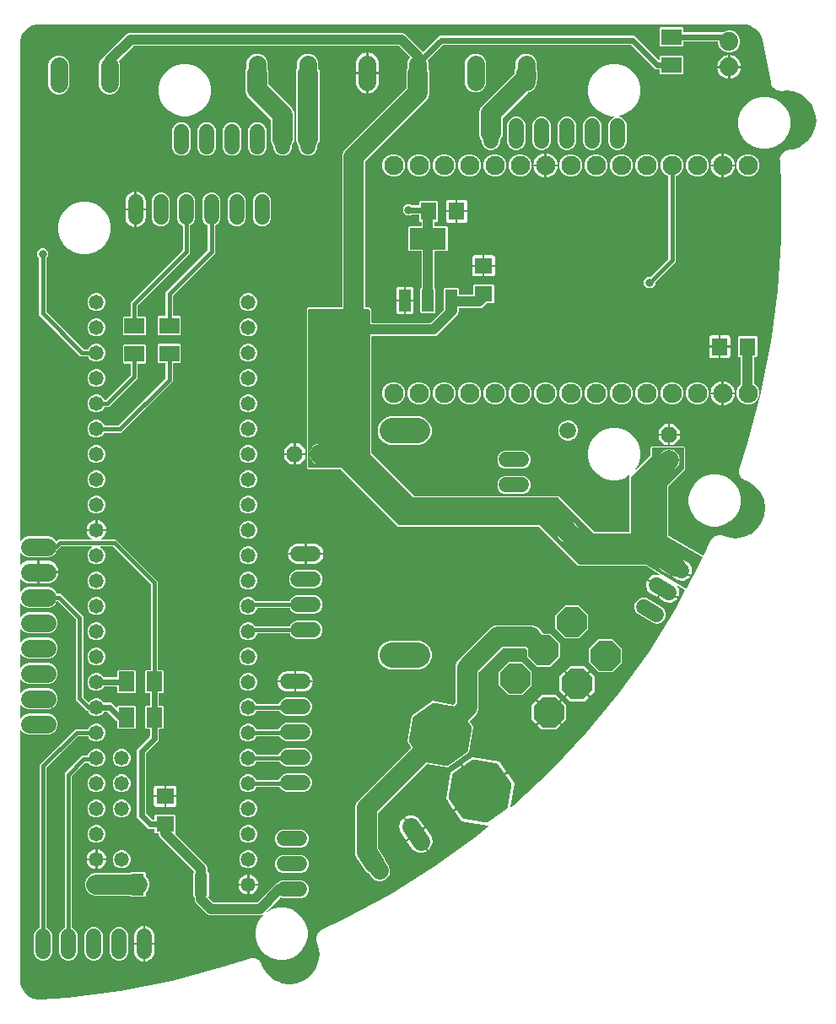
<source format=gbr>
G04 EAGLE Gerber RS-274X export*
G75*
%MOMM*%
%FSLAX34Y34*%
%LPD*%
%INTop Copper*%
%IPPOS*%
%AMOC8*
5,1,8,0,0,1.08239X$1,22.5*%
G01*
%ADD10C,1.790700*%
%ADD11R,1.800000X1.600000*%
%ADD12R,1.600000X1.800000*%
%ADD13P,1.732040X8X202.500000*%
%ADD14C,1.600200*%
%ADD15P,1.732040X8X112.500000*%
%ADD16C,1.676400*%
%ADD17C,1.879600*%
%ADD18R,1.270000X2.160000*%
%ADD19C,2.540000*%
%ADD20C,1.524000*%
%ADD21R,2.000000X1.600000*%
%ADD22P,3.257886X8X337.500000*%
%ADD23C,1.473200*%
%ADD24C,1.930400*%
%ADD25R,1.219200X2.235200*%
%ADD26R,3.600000X2.200000*%
%ADD27C,1.778000*%
%ADD28P,6.511658X8X327.500000*%
%ADD29R,1.600000X2.000000*%
%ADD30C,0.609600*%
%ADD31C,1.016000*%
%ADD32C,0.406400*%
%ADD33C,0.806400*%
%ADD34C,2.000000*%

G36*
X31082Y7960D02*
X31082Y7960D01*
X31104Y7958D01*
X31105Y7958D01*
X31107Y7958D01*
X31108Y7958D01*
X57715Y9968D01*
X57726Y9971D01*
X57740Y9970D01*
X110674Y16680D01*
X110689Y16685D01*
X110708Y16685D01*
X163067Y26956D01*
X163082Y26962D01*
X163100Y26964D01*
X214646Y40748D01*
X214657Y40754D01*
X214671Y40756D01*
X239993Y48923D01*
X240001Y48928D01*
X240013Y48930D01*
X241730Y49565D01*
X241767Y49563D01*
X241770Y49564D01*
X241772Y49563D01*
X241951Y49590D01*
X241986Y49602D01*
X243877Y49482D01*
X243883Y49482D01*
X243890Y49481D01*
X245771Y49408D01*
X245805Y49392D01*
X245807Y49392D01*
X245810Y49390D01*
X245985Y49347D01*
X246022Y49345D01*
X247721Y48510D01*
X247727Y48509D01*
X247733Y48505D01*
X249445Y47717D01*
X249470Y47689D01*
X249472Y47688D01*
X249474Y47685D01*
X249498Y47667D01*
X249503Y47660D01*
X249532Y47642D01*
X249619Y47578D01*
X249652Y47562D01*
X250901Y46143D01*
X250906Y46139D01*
X250909Y46134D01*
X252191Y44748D01*
X252204Y44713D01*
X252206Y44711D01*
X252206Y44708D01*
X252299Y44554D01*
X252324Y44526D01*
X252903Y42830D01*
X252914Y42812D01*
X252920Y42787D01*
X254495Y39262D01*
X254522Y39226D01*
X254546Y39175D01*
X259064Y32845D01*
X259104Y32807D01*
X259156Y32747D01*
X265179Y27827D01*
X265227Y27801D01*
X265293Y27756D01*
X272398Y24592D01*
X272451Y24580D01*
X272527Y24554D01*
X280213Y23369D01*
X280268Y23371D01*
X280347Y23366D01*
X288075Y24243D01*
X288127Y24260D01*
X288205Y24276D01*
X295431Y27152D01*
X295477Y27183D01*
X295548Y27218D01*
X301763Y31893D01*
X301795Y31929D01*
X301825Y31950D01*
X301837Y31968D01*
X301859Y31988D01*
X306627Y38132D01*
X306651Y38181D01*
X306694Y38248D01*
X309680Y45429D01*
X309690Y45483D01*
X309714Y45559D01*
X310707Y53272D01*
X310703Y53327D01*
X310706Y53407D01*
X309637Y61110D01*
X309622Y61153D01*
X309613Y61208D01*
X308336Y64850D01*
X308324Y64869D01*
X308318Y64893D01*
X307572Y66524D01*
X307571Y66561D01*
X307570Y66564D01*
X307571Y66567D01*
X307531Y66743D01*
X307516Y66777D01*
X307495Y68657D01*
X307494Y68663D01*
X307495Y68670D01*
X307426Y70565D01*
X307439Y70601D01*
X307440Y70604D01*
X307441Y70606D01*
X307471Y70784D01*
X307471Y70820D01*
X308170Y72565D01*
X308171Y72571D01*
X308175Y72577D01*
X308837Y74355D01*
X308863Y74383D01*
X308865Y74385D01*
X308867Y74387D01*
X308962Y74540D01*
X308976Y74574D01*
X309953Y75573D01*
X310290Y75918D01*
X310294Y75923D01*
X310299Y75927D01*
X311591Y77317D01*
X311626Y77332D01*
X311628Y77334D01*
X311631Y77335D01*
X311778Y77439D01*
X311804Y77465D01*
X313488Y78185D01*
X313496Y78191D01*
X313507Y78194D01*
X336523Y89174D01*
X336533Y89181D01*
X336545Y89185D01*
X381586Y113426D01*
X381598Y113436D01*
X381614Y113443D01*
X424990Y140550D01*
X425001Y140561D01*
X425017Y140568D01*
X466546Y170428D01*
X466557Y170439D01*
X466572Y170448D01*
X479970Y181464D01*
X480022Y181529D01*
X480079Y181590D01*
X480085Y181606D01*
X480096Y181620D01*
X480120Y181700D01*
X480149Y181778D01*
X480148Y181795D01*
X480153Y181812D01*
X480143Y181895D01*
X480140Y181978D01*
X480132Y181994D01*
X480130Y182011D01*
X480090Y182084D01*
X480054Y182160D01*
X480041Y182171D01*
X480033Y182186D01*
X479967Y182237D01*
X479905Y182293D01*
X479887Y182300D01*
X479875Y182310D01*
X479820Y182324D01*
X479736Y182356D01*
X453290Y187019D01*
X446122Y197255D01*
X472427Y215674D01*
X472431Y215678D01*
X472436Y215680D01*
X472500Y215751D01*
X472566Y215820D01*
X472567Y215824D01*
X472571Y215828D01*
X472603Y215918D01*
X472637Y216007D01*
X472637Y216012D01*
X472638Y216017D01*
X472633Y216112D01*
X472630Y216207D01*
X472628Y216212D01*
X472627Y216217D01*
X472552Y216381D01*
X472260Y216798D01*
X472261Y216799D01*
X472553Y216382D01*
X472557Y216378D01*
X472559Y216373D01*
X472629Y216310D01*
X472698Y216244D01*
X472703Y216242D01*
X472707Y216238D01*
X472797Y216206D01*
X472886Y216172D01*
X472891Y216173D01*
X472896Y216171D01*
X472991Y216176D01*
X473086Y216179D01*
X473091Y216182D01*
X473096Y216182D01*
X473260Y216257D01*
X499565Y234676D01*
X506733Y224440D01*
X502647Y201267D01*
X502647Y201244D01*
X502641Y201223D01*
X502650Y201145D01*
X502652Y201066D01*
X502661Y201046D01*
X502663Y201024D01*
X502702Y200955D01*
X502734Y200884D01*
X502750Y200868D01*
X502761Y200849D01*
X502823Y200800D01*
X502880Y200747D01*
X502901Y200739D01*
X502919Y200725D01*
X502995Y200705D01*
X503068Y200677D01*
X503091Y200678D01*
X503112Y200673D01*
X503190Y200683D01*
X503269Y200686D01*
X503289Y200696D01*
X503311Y200699D01*
X503400Y200749D01*
X503450Y200772D01*
X503457Y200781D01*
X503468Y200787D01*
X506080Y202935D01*
X506090Y202947D01*
X506105Y202956D01*
X543426Y237933D01*
X543435Y237946D01*
X543449Y237957D01*
X578426Y275278D01*
X578435Y275291D01*
X578448Y275302D01*
X610935Y314810D01*
X610942Y314824D01*
X610955Y314836D01*
X640814Y356365D01*
X640821Y356380D01*
X640832Y356393D01*
X667940Y399768D01*
X667945Y399783D01*
X667956Y399797D01*
X677898Y418270D01*
X677899Y418271D01*
X677900Y418273D01*
X677929Y418370D01*
X677957Y418462D01*
X677956Y418463D01*
X677957Y418465D01*
X677946Y418565D01*
X677936Y418661D01*
X677935Y418662D01*
X677935Y418664D01*
X677887Y418751D01*
X677840Y418837D01*
X677838Y418838D01*
X677837Y418839D01*
X677698Y418954D01*
X671016Y422666D01*
X670942Y422689D01*
X670870Y422720D01*
X670847Y422720D01*
X670825Y422727D01*
X670747Y422720D01*
X670670Y422720D01*
X670648Y422711D01*
X670625Y422709D01*
X670557Y422672D01*
X670485Y422642D01*
X670469Y422625D01*
X670448Y422615D01*
X670399Y422555D01*
X670344Y422499D01*
X670336Y422477D01*
X670321Y422460D01*
X670299Y422385D01*
X670270Y422313D01*
X670271Y422290D01*
X670264Y422267D01*
X670273Y422190D01*
X670274Y422112D01*
X670284Y422089D01*
X670286Y422068D01*
X670313Y422020D01*
X670344Y421946D01*
X670859Y421153D01*
X671510Y419692D01*
X671924Y418147D01*
X672091Y416557D01*
X672007Y414959D01*
X671674Y413395D01*
X671180Y412106D01*
X656251Y420725D01*
X656246Y420727D01*
X656242Y420730D01*
X656151Y420759D01*
X656061Y420789D01*
X656055Y420789D01*
X656050Y420790D01*
X655956Y420781D01*
X655861Y420774D01*
X655856Y420772D01*
X655851Y420772D01*
X655767Y420727D01*
X655682Y420683D01*
X655679Y420679D01*
X655674Y420677D01*
X655558Y420539D01*
X655303Y420099D01*
X655302Y420100D01*
X655556Y420540D01*
X655558Y420545D01*
X655561Y420549D01*
X655590Y420640D01*
X655620Y420730D01*
X655620Y420736D01*
X655621Y420741D01*
X655612Y420835D01*
X655605Y420930D01*
X655603Y420935D01*
X655603Y420940D01*
X655558Y421024D01*
X655515Y421109D01*
X655511Y421112D01*
X655508Y421117D01*
X655371Y421233D01*
X640442Y429852D01*
X641311Y430926D01*
X642499Y431996D01*
X643840Y432867D01*
X645302Y433518D01*
X646846Y433932D01*
X648437Y434099D01*
X650034Y434015D01*
X651322Y433741D01*
X651335Y433741D01*
X651347Y433737D01*
X651435Y433740D01*
X651523Y433739D01*
X651535Y433744D01*
X651547Y433744D01*
X651627Y433781D01*
X651709Y433815D01*
X651717Y433824D01*
X651729Y433829D01*
X651788Y433894D01*
X651850Y433956D01*
X651855Y433968D01*
X651863Y433977D01*
X651893Y434060D01*
X651926Y434142D01*
X651926Y434155D01*
X651930Y434166D01*
X651925Y434254D01*
X651924Y434342D01*
X651919Y434354D01*
X651918Y434366D01*
X651880Y434446D01*
X651845Y434526D01*
X651836Y434535D01*
X651830Y434546D01*
X651718Y434648D01*
X651700Y434665D01*
X651698Y434666D01*
X651697Y434667D01*
X638540Y442890D01*
X638492Y442908D01*
X638449Y442935D01*
X638394Y442945D01*
X638353Y442961D01*
X638316Y442959D01*
X638272Y442967D01*
X570158Y442967D01*
X531307Y481819D01*
X531300Y481823D01*
X531295Y481829D01*
X531217Y481878D01*
X531140Y481930D01*
X531132Y481931D01*
X531125Y481935D01*
X530948Y481967D01*
X390158Y481967D01*
X332307Y539819D01*
X332300Y539823D01*
X332295Y539829D01*
X332217Y539878D01*
X332140Y539930D01*
X332132Y539931D01*
X332125Y539935D01*
X331948Y539967D01*
X299158Y539967D01*
X297967Y541158D01*
X297967Y700842D01*
X299158Y702033D01*
X332968Y702033D01*
X332973Y702034D01*
X332978Y702033D01*
X333071Y702054D01*
X333165Y702072D01*
X333169Y702075D01*
X333174Y702076D01*
X333252Y702132D01*
X333330Y702185D01*
X333333Y702189D01*
X333337Y702192D01*
X333388Y702274D01*
X333440Y702353D01*
X333440Y702358D01*
X333443Y702363D01*
X333475Y702540D01*
X333475Y855292D01*
X335230Y859528D01*
X397927Y922225D01*
X397931Y922232D01*
X397937Y922236D01*
X397986Y922315D01*
X398038Y922392D01*
X398039Y922400D01*
X398043Y922406D01*
X398075Y922584D01*
X398075Y939542D01*
X399083Y941976D01*
X399085Y941985D01*
X399090Y941993D01*
X399122Y942170D01*
X399122Y948288D01*
X400717Y952139D01*
X401260Y952682D01*
X401263Y952686D01*
X401267Y952689D01*
X401319Y952770D01*
X401371Y952849D01*
X401372Y952854D01*
X401375Y952859D01*
X401391Y952952D01*
X401409Y953046D01*
X401408Y953051D01*
X401408Y953056D01*
X401387Y953149D01*
X401367Y953242D01*
X401364Y953246D01*
X401363Y953251D01*
X401260Y953399D01*
X390413Y964247D01*
X390406Y964251D01*
X390402Y964257D01*
X390323Y964306D01*
X390246Y964358D01*
X390238Y964359D01*
X390231Y964363D01*
X390054Y964395D01*
X123946Y964395D01*
X123938Y964394D01*
X123930Y964395D01*
X123841Y964374D01*
X123749Y964356D01*
X123743Y964351D01*
X123735Y964349D01*
X123587Y964247D01*
X109227Y949886D01*
X109223Y949881D01*
X109218Y949877D01*
X109168Y949798D01*
X109116Y949719D01*
X109114Y949713D01*
X109111Y949707D01*
X109096Y949614D01*
X109078Y949522D01*
X109079Y949516D01*
X109078Y949509D01*
X109117Y949333D01*
X110378Y946288D01*
X110378Y924212D01*
X108783Y920361D01*
X105835Y917413D01*
X104618Y916909D01*
X103393Y916402D01*
X102169Y915895D01*
X101984Y915818D01*
X97816Y915818D01*
X93965Y917413D01*
X91017Y920361D01*
X89422Y924212D01*
X89422Y946288D01*
X91017Y950139D01*
X93965Y953087D01*
X93970Y953089D01*
X93976Y953093D01*
X93984Y953095D01*
X94059Y953149D01*
X94136Y953200D01*
X94140Y953207D01*
X94147Y953212D01*
X94244Y953363D01*
X94401Y953741D01*
X117259Y976599D01*
X117849Y976844D01*
X119074Y977351D01*
X119686Y977605D01*
X394314Y977605D01*
X396741Y976599D01*
X414578Y958762D01*
X414583Y958759D01*
X414586Y958755D01*
X414666Y958704D01*
X414745Y958651D01*
X414750Y958650D01*
X414755Y958648D01*
X414849Y958632D01*
X414942Y958614D01*
X414947Y958615D01*
X414952Y958614D01*
X415045Y958636D01*
X415138Y958655D01*
X415142Y958658D01*
X415148Y958660D01*
X415296Y958762D01*
X428279Y971746D01*
X431106Y974573D01*
X626894Y974573D01*
X651246Y950221D01*
X651252Y950217D01*
X651257Y950211D01*
X651335Y950162D01*
X651412Y950110D01*
X651420Y950109D01*
X651427Y950105D01*
X651604Y950073D01*
X652068Y950073D01*
X652073Y950074D01*
X652078Y950073D01*
X652171Y950094D01*
X652265Y950112D01*
X652269Y950115D01*
X652274Y950116D01*
X652352Y950172D01*
X652430Y950225D01*
X652433Y950229D01*
X652437Y950232D01*
X652488Y950314D01*
X652540Y950393D01*
X652540Y950398D01*
X652543Y950403D01*
X652575Y950580D01*
X652575Y954132D01*
X653468Y955025D01*
X674732Y955025D01*
X675625Y954132D01*
X675625Y936868D01*
X674732Y935975D01*
X653468Y935975D01*
X652575Y936868D01*
X652575Y940420D01*
X652574Y940425D01*
X652575Y940430D01*
X652554Y940523D01*
X652536Y940617D01*
X652533Y940621D01*
X652532Y940626D01*
X652476Y940704D01*
X652423Y940782D01*
X652419Y940785D01*
X652416Y940789D01*
X652335Y940840D01*
X652255Y940892D01*
X652250Y940892D01*
X652245Y940895D01*
X652068Y940927D01*
X647606Y940927D01*
X623254Y965279D01*
X623248Y965283D01*
X623243Y965289D01*
X623165Y965338D01*
X623088Y965390D01*
X623080Y965391D01*
X623073Y965395D01*
X622896Y965427D01*
X435104Y965427D01*
X435096Y965426D01*
X435089Y965427D01*
X434999Y965406D01*
X434908Y965388D01*
X434901Y965383D01*
X434894Y965381D01*
X434746Y965279D01*
X419637Y950171D01*
X419634Y950165D01*
X419628Y950161D01*
X419578Y950082D01*
X419526Y950004D01*
X419525Y949997D01*
X419522Y949992D01*
X419506Y949899D01*
X419489Y949807D01*
X419490Y949800D01*
X419489Y949794D01*
X419527Y949618D01*
X420078Y948288D01*
X420078Y942170D01*
X420080Y942161D01*
X420079Y942152D01*
X420117Y941976D01*
X421125Y939542D01*
X421125Y915308D01*
X419370Y911072D01*
X416057Y907759D01*
X416057Y907758D01*
X356673Y848375D01*
X356669Y848368D01*
X356663Y848364D01*
X356614Y848285D01*
X356562Y848208D01*
X356561Y848200D01*
X356557Y848193D01*
X356525Y848016D01*
X356525Y702540D01*
X356526Y702535D01*
X356525Y702530D01*
X356546Y702437D01*
X356564Y702343D01*
X356567Y702339D01*
X356568Y702334D01*
X356624Y702256D01*
X356677Y702178D01*
X356681Y702175D01*
X356684Y702171D01*
X356766Y702120D01*
X356845Y702068D01*
X356850Y702068D01*
X356855Y702065D01*
X357032Y702033D01*
X360842Y702033D01*
X363033Y699842D01*
X363033Y687112D01*
X363034Y687107D01*
X363033Y687102D01*
X363054Y687009D01*
X363072Y686915D01*
X363075Y686911D01*
X363076Y686906D01*
X363132Y686828D01*
X363185Y686750D01*
X363189Y686747D01*
X363192Y686743D01*
X363274Y686692D01*
X363353Y686640D01*
X363358Y686640D01*
X363363Y686637D01*
X363540Y686605D01*
X422054Y686605D01*
X422062Y686606D01*
X422070Y686605D01*
X422159Y686626D01*
X422251Y686644D01*
X422257Y686649D01*
X422265Y686651D01*
X422413Y686753D01*
X435145Y699485D01*
X435149Y699492D01*
X435155Y699496D01*
X435204Y699575D01*
X435256Y699652D01*
X435257Y699657D01*
X435258Y699659D01*
X435258Y699661D01*
X435261Y699667D01*
X435293Y699844D01*
X435293Y721120D01*
X436186Y722013D01*
X449642Y722013D01*
X450535Y721120D01*
X450535Y715112D01*
X450536Y715107D01*
X450535Y715102D01*
X450556Y715009D01*
X450574Y714915D01*
X450577Y714911D01*
X450578Y714906D01*
X450634Y714828D01*
X450687Y714750D01*
X450691Y714747D01*
X450694Y714743D01*
X450776Y714692D01*
X450855Y714640D01*
X450860Y714640D01*
X450865Y714637D01*
X451042Y714605D01*
X464368Y714605D01*
X464373Y714606D01*
X464378Y714605D01*
X464471Y714626D01*
X464565Y714644D01*
X464569Y714647D01*
X464574Y714648D01*
X464652Y714704D01*
X464730Y714757D01*
X464733Y714761D01*
X464737Y714764D01*
X464788Y714846D01*
X464840Y714925D01*
X464840Y714930D01*
X464843Y714935D01*
X464875Y715112D01*
X464875Y724532D01*
X465768Y725425D01*
X485032Y725425D01*
X485925Y724532D01*
X485925Y707268D01*
X485032Y706375D01*
X478926Y706375D01*
X478918Y706374D01*
X478910Y706375D01*
X478820Y706354D01*
X478729Y706336D01*
X478723Y706331D01*
X478715Y706329D01*
X478567Y706227D01*
X476671Y704330D01*
X474741Y702401D01*
X474601Y702342D01*
X474600Y702342D01*
X473376Y701835D01*
X472314Y701395D01*
X451338Y701395D01*
X451333Y701394D01*
X451328Y701395D01*
X451235Y701374D01*
X451141Y701356D01*
X451137Y701353D01*
X451132Y701352D01*
X451054Y701296D01*
X450976Y701243D01*
X450973Y701239D01*
X450969Y701236D01*
X450918Y701154D01*
X450866Y701075D01*
X450866Y701070D01*
X450863Y701065D01*
X450831Y700888D01*
X450831Y697912D01*
X449825Y695485D01*
X428741Y674401D01*
X427620Y673936D01*
X426396Y673429D01*
X426314Y673395D01*
X363540Y673395D01*
X363535Y673394D01*
X363530Y673395D01*
X363437Y673374D01*
X363343Y673356D01*
X363339Y673353D01*
X363334Y673352D01*
X363256Y673296D01*
X363178Y673243D01*
X363175Y673239D01*
X363171Y673236D01*
X363120Y673154D01*
X363068Y673075D01*
X363068Y673070D01*
X363065Y673065D01*
X363033Y672888D01*
X363033Y556052D01*
X363034Y556044D01*
X363033Y556037D01*
X363054Y555947D01*
X363072Y555856D01*
X363077Y555849D01*
X363079Y555841D01*
X363181Y555693D01*
X405693Y513181D01*
X405700Y513177D01*
X405705Y513171D01*
X405783Y513122D01*
X405860Y513070D01*
X405868Y513069D01*
X405875Y513065D01*
X406052Y513033D01*
X550842Y513033D01*
X586693Y477181D01*
X586700Y477177D01*
X586705Y477171D01*
X586783Y477122D01*
X586860Y477070D01*
X586868Y477069D01*
X586875Y477065D01*
X587052Y477033D01*
X621460Y477033D01*
X621465Y477034D01*
X621470Y477033D01*
X621563Y477054D01*
X621657Y477072D01*
X621661Y477075D01*
X621666Y477076D01*
X621744Y477132D01*
X621822Y477185D01*
X621825Y477189D01*
X621829Y477192D01*
X621880Y477274D01*
X621932Y477353D01*
X621932Y477358D01*
X621935Y477363D01*
X621967Y477540D01*
X621967Y532895D01*
X621973Y532903D01*
X621979Y532938D01*
X621994Y532969D01*
X621998Y533035D01*
X622010Y533100D01*
X622003Y533134D01*
X622005Y533169D01*
X621982Y533231D01*
X621969Y533296D01*
X621949Y533325D01*
X621937Y533358D01*
X621892Y533406D01*
X621855Y533461D01*
X621825Y533480D01*
X621802Y533505D01*
X621741Y533533D01*
X621685Y533568D01*
X621651Y533574D01*
X621619Y533589D01*
X621553Y533591D01*
X621488Y533602D01*
X621454Y533594D01*
X621419Y533595D01*
X621346Y533569D01*
X621293Y533557D01*
X621272Y533543D01*
X621249Y533534D01*
X616538Y530814D01*
X609884Y529031D01*
X602996Y529031D01*
X596342Y530814D01*
X590377Y534258D01*
X585506Y539129D01*
X582062Y545094D01*
X580279Y551748D01*
X580279Y558636D01*
X582062Y565290D01*
X585506Y571255D01*
X590377Y576126D01*
X596342Y579570D01*
X602996Y581353D01*
X609884Y581353D01*
X616538Y579570D01*
X622503Y576126D01*
X627374Y571255D01*
X630818Y565290D01*
X632601Y558636D01*
X632601Y551748D01*
X630818Y545094D01*
X628098Y540383D01*
X628086Y540350D01*
X628067Y540321D01*
X628055Y540255D01*
X628034Y540193D01*
X628036Y540158D01*
X628030Y540124D01*
X628043Y540059D01*
X628048Y539993D01*
X628064Y539962D01*
X628071Y539928D01*
X628109Y539873D01*
X628139Y539814D01*
X628166Y539792D01*
X628186Y539763D01*
X628242Y539727D01*
X628292Y539685D01*
X628325Y539674D01*
X628355Y539655D01*
X628420Y539644D01*
X628483Y539624D01*
X628518Y539628D01*
X628552Y539622D01*
X628617Y539637D01*
X628683Y539643D01*
X628714Y539660D01*
X628748Y539667D01*
X628812Y539712D01*
X628860Y539738D01*
X628876Y539756D01*
X628896Y539770D01*
X642819Y553693D01*
X642823Y553700D01*
X642829Y553705D01*
X642878Y553783D01*
X642930Y553860D01*
X642931Y553868D01*
X642935Y553875D01*
X642967Y554052D01*
X642967Y561842D01*
X644158Y563033D01*
X676842Y563033D01*
X678033Y561842D01*
X678033Y540158D01*
X661181Y523307D01*
X661177Y523300D01*
X661171Y523295D01*
X661122Y523217D01*
X661070Y523140D01*
X661069Y523132D01*
X661065Y523125D01*
X661033Y522948D01*
X661033Y473479D01*
X661048Y473404D01*
X661055Y473329D01*
X661067Y473307D01*
X661072Y473282D01*
X661115Y473220D01*
X661151Y473153D01*
X661172Y473136D01*
X661185Y473117D01*
X661230Y473087D01*
X661290Y473038D01*
X695725Y453493D01*
X695748Y453486D01*
X695767Y453472D01*
X695842Y453455D01*
X695916Y453431D01*
X695939Y453433D01*
X695962Y453427D01*
X696038Y453441D01*
X696116Y453447D01*
X696136Y453458D01*
X696159Y453462D01*
X696225Y453503D01*
X696293Y453539D01*
X696308Y453557D01*
X696328Y453570D01*
X696386Y453651D01*
X696422Y453693D01*
X696425Y453705D01*
X696433Y453716D01*
X703188Y467874D01*
X703190Y467884D01*
X703197Y467893D01*
X703917Y469579D01*
X703943Y469605D01*
X703945Y469607D01*
X703947Y469609D01*
X704050Y469757D01*
X704066Y469791D01*
X705453Y471082D01*
X705457Y471086D01*
X705463Y471090D01*
X706809Y472406D01*
X706843Y472420D01*
X706845Y472422D01*
X706848Y472422D01*
X707000Y472520D01*
X707027Y472545D01*
X708803Y473207D01*
X708808Y473210D01*
X708815Y473211D01*
X710562Y473912D01*
X710599Y473912D01*
X710602Y473912D01*
X710605Y473912D01*
X710782Y473943D01*
X710817Y473957D01*
X712710Y473888D01*
X712716Y473889D01*
X712722Y473888D01*
X714606Y473867D01*
X714640Y473852D01*
X714643Y473851D01*
X714645Y473850D01*
X714821Y473811D01*
X714859Y473810D01*
X716489Y473065D01*
X716510Y473060D01*
X716532Y473047D01*
X720174Y471769D01*
X720219Y471763D01*
X720272Y471746D01*
X727975Y470676D01*
X728030Y470679D01*
X728110Y470675D01*
X735823Y471668D01*
X735875Y471686D01*
X735953Y471703D01*
X736981Y472130D01*
X738201Y472637D01*
X739421Y473145D01*
X739422Y473145D01*
X740642Y473652D01*
X741862Y474159D01*
X743082Y474666D01*
X743135Y474688D01*
X743180Y474719D01*
X743251Y474756D01*
X749395Y479524D01*
X749431Y479565D01*
X749489Y479620D01*
X754164Y485835D01*
X754188Y485884D01*
X754230Y485952D01*
X757107Y493177D01*
X757117Y493231D01*
X757140Y493308D01*
X758016Y501035D01*
X758012Y501090D01*
X758014Y501170D01*
X756828Y508856D01*
X756809Y508907D01*
X756790Y508985D01*
X753626Y516089D01*
X753595Y516134D01*
X753556Y516204D01*
X748636Y522227D01*
X748593Y522262D01*
X748538Y522319D01*
X742208Y526837D01*
X742167Y526855D01*
X742120Y526887D01*
X738594Y528463D01*
X738573Y528468D01*
X738551Y528480D01*
X736857Y529059D01*
X736829Y529083D01*
X736827Y529084D01*
X736825Y529087D01*
X736670Y529178D01*
X736634Y529191D01*
X735246Y530476D01*
X735241Y530479D01*
X735236Y530485D01*
X733821Y531730D01*
X733804Y531764D01*
X733803Y531766D01*
X733802Y531768D01*
X733693Y531912D01*
X733666Y531938D01*
X732877Y533651D01*
X732873Y533656D01*
X732872Y533663D01*
X732038Y535360D01*
X732036Y535398D01*
X732035Y535400D01*
X732035Y535403D01*
X731990Y535578D01*
X731975Y535611D01*
X731902Y537491D01*
X731900Y537497D01*
X731901Y537504D01*
X731780Y539396D01*
X731792Y539432D01*
X731793Y539435D01*
X731794Y539437D01*
X731819Y539616D01*
X731818Y539652D01*
X732452Y541368D01*
X732453Y541378D01*
X732459Y541388D01*
X740442Y566106D01*
X740444Y566118D01*
X740450Y566130D01*
X753988Y616431D01*
X753989Y616447D01*
X753995Y616464D01*
X764186Y667548D01*
X764186Y667564D01*
X764192Y667581D01*
X770991Y719227D01*
X770990Y719243D01*
X770994Y719260D01*
X774372Y771242D01*
X774370Y771257D01*
X774373Y771275D01*
X774315Y823366D01*
X774313Y823378D01*
X774315Y823391D01*
X773001Y849329D01*
X772998Y849339D01*
X772999Y849350D01*
X772831Y851175D01*
X772842Y851211D01*
X772842Y851214D01*
X772843Y851216D01*
X772863Y851395D01*
X772861Y851433D01*
X773466Y853227D01*
X773467Y853233D01*
X773470Y853239D01*
X774028Y855038D01*
X774052Y855067D01*
X774053Y855069D01*
X774055Y855071D01*
X774142Y855229D01*
X774154Y855265D01*
X775401Y856691D01*
X775404Y856696D01*
X775409Y856701D01*
X776612Y858149D01*
X776645Y858166D01*
X776647Y858168D01*
X776650Y858169D01*
X776725Y858229D01*
X776771Y858260D01*
X776779Y858271D01*
X776791Y858281D01*
X776816Y858310D01*
X778514Y859151D01*
X778518Y859154D01*
X778525Y859156D01*
X780190Y860034D01*
X780227Y860037D01*
X780230Y860038D01*
X780233Y860038D01*
X780406Y860088D01*
X780440Y860104D01*
X782229Y860225D01*
X782250Y860230D01*
X782275Y860230D01*
X786086Y860839D01*
X786128Y860855D01*
X786183Y860865D01*
X793467Y863591D01*
X793514Y863620D01*
X793586Y863654D01*
X799897Y868199D01*
X799934Y868239D01*
X799995Y868291D01*
X804889Y874335D01*
X804915Y874383D01*
X804959Y874449D01*
X808094Y881567D01*
X808105Y881621D01*
X808131Y881696D01*
X809284Y889387D01*
X809282Y889442D01*
X809287Y889522D01*
X808378Y897245D01*
X808361Y897298D01*
X808344Y897376D01*
X805437Y904589D01*
X805407Y904635D01*
X805371Y904706D01*
X800670Y910902D01*
X800629Y910938D01*
X800576Y910997D01*
X794412Y915739D01*
X794362Y915764D01*
X794295Y915806D01*
X787102Y918762D01*
X787048Y918772D01*
X786971Y918796D01*
X779254Y919757D01*
X779209Y919753D01*
X779153Y919759D01*
X775302Y919467D01*
X775281Y919461D01*
X775256Y919462D01*
X773491Y919164D01*
X773455Y919172D01*
X773452Y919172D01*
X773449Y919173D01*
X773269Y919180D01*
X773232Y919174D01*
X771398Y919644D01*
X771391Y919644D01*
X771385Y919647D01*
X769549Y920068D01*
X769519Y920090D01*
X769516Y920091D01*
X769514Y920093D01*
X769350Y920168D01*
X769314Y920177D01*
X767801Y921311D01*
X767795Y921314D01*
X767791Y921319D01*
X766253Y922412D01*
X766234Y922444D01*
X766232Y922446D01*
X766231Y922449D01*
X766108Y922581D01*
X766078Y922603D01*
X765116Y924227D01*
X765112Y924232D01*
X765109Y924238D01*
X764106Y925839D01*
X764100Y925876D01*
X764099Y925879D01*
X764099Y925882D01*
X764036Y926050D01*
X764017Y926082D01*
X763756Y927903D01*
X763753Y927912D01*
X763753Y927923D01*
X759826Y949379D01*
X759824Y949385D01*
X759824Y949393D01*
X755289Y970801D01*
X755287Y970805D01*
X755287Y970809D01*
X755284Y970822D01*
X755278Y970836D01*
X755276Y970854D01*
X754531Y973349D01*
X754510Y973389D01*
X754492Y973444D01*
X752037Y978022D01*
X752001Y978065D01*
X751957Y978133D01*
X748370Y981892D01*
X748325Y981924D01*
X748264Y981977D01*
X743806Y984645D01*
X743753Y984663D01*
X743680Y984699D01*
X738672Y986083D01*
X738627Y986086D01*
X738572Y986100D01*
X735974Y986275D01*
X735958Y986273D01*
X735940Y986276D01*
X29940Y986276D01*
X29925Y986273D01*
X29907Y986275D01*
X27385Y986110D01*
X27342Y986098D01*
X27287Y986094D01*
X22413Y984788D01*
X22364Y984763D01*
X22291Y984737D01*
X17921Y982214D01*
X17880Y982178D01*
X17816Y982134D01*
X14249Y978566D01*
X14218Y978521D01*
X14168Y978461D01*
X11645Y974092D01*
X11628Y974040D01*
X11595Y973969D01*
X10289Y969096D01*
X10286Y969052D01*
X10273Y968998D01*
X10107Y966475D01*
X10109Y966460D01*
X10106Y966442D01*
X10106Y468549D01*
X10107Y468547D01*
X10106Y468544D01*
X10126Y468449D01*
X10146Y468353D01*
X10147Y468351D01*
X10148Y468348D01*
X10204Y468268D01*
X10258Y468187D01*
X10261Y468186D01*
X10262Y468184D01*
X10346Y468130D01*
X10427Y468078D01*
X10429Y468077D01*
X10431Y468076D01*
X10528Y468060D01*
X10624Y468042D01*
X10626Y468043D01*
X10629Y468042D01*
X10723Y468064D01*
X10819Y468086D01*
X10822Y468087D01*
X10824Y468088D01*
X10972Y468191D01*
X13811Y471029D01*
X14019Y471116D01*
X15244Y471623D01*
X16468Y472130D01*
X16469Y472130D01*
X17638Y472615D01*
X39562Y472615D01*
X43389Y471029D01*
X46336Y468083D01*
X46340Y468080D01*
X46343Y468076D01*
X46423Y468025D01*
X46503Y467972D01*
X46508Y467971D01*
X46512Y467968D01*
X46606Y467952D01*
X46700Y467934D01*
X46705Y467936D01*
X46710Y467935D01*
X46803Y467956D01*
X46896Y467976D01*
X46900Y467979D01*
X46905Y467980D01*
X47053Y468083D01*
X48527Y469557D01*
X81499Y469557D01*
X81580Y469573D01*
X81661Y469583D01*
X81677Y469593D01*
X81696Y469596D01*
X81764Y469642D01*
X81835Y469683D01*
X81846Y469698D01*
X81862Y469709D01*
X81906Y469778D01*
X81956Y469843D01*
X81961Y469861D01*
X81971Y469877D01*
X81985Y469958D01*
X82006Y470037D01*
X82003Y470056D01*
X82006Y470074D01*
X81988Y470155D01*
X81977Y470236D01*
X81967Y470252D01*
X81963Y470270D01*
X81915Y470337D01*
X81873Y470407D01*
X81857Y470419D01*
X81847Y470433D01*
X81799Y470463D01*
X81729Y470516D01*
X81708Y470527D01*
X80446Y471444D01*
X79344Y472546D01*
X78427Y473808D01*
X77719Y475197D01*
X77237Y476680D01*
X77031Y477985D01*
X86392Y477985D01*
X86397Y477986D01*
X86402Y477985D01*
X86495Y478006D01*
X86588Y478024D01*
X86593Y478027D01*
X86598Y478028D01*
X86676Y478084D01*
X86754Y478137D01*
X86757Y478141D01*
X86761Y478144D01*
X86812Y478226D01*
X86863Y478305D01*
X86864Y478310D01*
X86867Y478315D01*
X86899Y478492D01*
X86899Y479001D01*
X86901Y479001D01*
X86901Y478492D01*
X86902Y478487D01*
X86901Y478482D01*
X86922Y478389D01*
X86940Y478296D01*
X86943Y478291D01*
X86945Y478286D01*
X87000Y478208D01*
X87053Y478130D01*
X87058Y478127D01*
X87061Y478123D01*
X87142Y478072D01*
X87221Y478020D01*
X87226Y478020D01*
X87231Y478017D01*
X87408Y477985D01*
X96769Y477985D01*
X96563Y476680D01*
X96081Y475197D01*
X95373Y473808D01*
X94456Y472546D01*
X93354Y471444D01*
X92092Y470527D01*
X92071Y470516D01*
X92006Y470465D01*
X91938Y470419D01*
X91928Y470403D01*
X91914Y470392D01*
X91874Y470320D01*
X91829Y470251D01*
X91826Y470233D01*
X91817Y470216D01*
X91808Y470134D01*
X91794Y470054D01*
X91798Y470035D01*
X91796Y470017D01*
X91819Y469938D01*
X91837Y469858D01*
X91848Y469843D01*
X91853Y469825D01*
X91906Y469761D01*
X91953Y469695D01*
X91969Y469685D01*
X91981Y469670D01*
X92054Y469632D01*
X92123Y469589D01*
X92143Y469585D01*
X92159Y469577D01*
X92215Y469572D01*
X92301Y469557D01*
X106473Y469557D01*
X148557Y427473D01*
X148557Y339032D01*
X148558Y339027D01*
X148557Y339022D01*
X148578Y338929D01*
X148596Y338835D01*
X148599Y338831D01*
X148600Y338826D01*
X148656Y338748D01*
X148709Y338670D01*
X148713Y338667D01*
X148716Y338663D01*
X148798Y338612D01*
X148877Y338560D01*
X148882Y338560D01*
X148887Y338557D01*
X149064Y338525D01*
X153632Y338525D01*
X154525Y337632D01*
X154525Y316368D01*
X153632Y315475D01*
X150080Y315475D01*
X150075Y315474D01*
X150070Y315475D01*
X149977Y315454D01*
X149883Y315436D01*
X149879Y315433D01*
X149874Y315432D01*
X149796Y315376D01*
X149718Y315323D01*
X149715Y315319D01*
X149711Y315316D01*
X149660Y315234D01*
X149608Y315155D01*
X149608Y315150D01*
X149605Y315145D01*
X149573Y314968D01*
X149573Y303032D01*
X149574Y303027D01*
X149573Y303022D01*
X149594Y302929D01*
X149612Y302835D01*
X149615Y302831D01*
X149616Y302826D01*
X149672Y302748D01*
X149725Y302670D01*
X149729Y302667D01*
X149732Y302663D01*
X149814Y302612D01*
X149893Y302560D01*
X149898Y302560D01*
X149903Y302557D01*
X150080Y302525D01*
X153632Y302525D01*
X154525Y301632D01*
X154525Y280368D01*
X153632Y279475D01*
X150080Y279475D01*
X150075Y279474D01*
X150070Y279475D01*
X149977Y279454D01*
X149883Y279436D01*
X149879Y279433D01*
X149874Y279432D01*
X149796Y279376D01*
X149718Y279323D01*
X149715Y279319D01*
X149711Y279316D01*
X149660Y279234D01*
X149608Y279155D01*
X149608Y279150D01*
X149605Y279145D01*
X149573Y278968D01*
X149573Y268106D01*
X136721Y255254D01*
X136717Y255248D01*
X136711Y255243D01*
X136662Y255165D01*
X136610Y255088D01*
X136609Y255080D01*
X136605Y255073D01*
X136573Y254896D01*
X136573Y195104D01*
X136574Y195096D01*
X136573Y195089D01*
X136594Y194999D01*
X136612Y194908D01*
X136617Y194901D01*
X136619Y194894D01*
X136721Y194746D01*
X142746Y188721D01*
X142752Y188717D01*
X142757Y188711D01*
X142835Y188662D01*
X142912Y188610D01*
X142920Y188609D01*
X142927Y188605D01*
X143104Y188573D01*
X144868Y188573D01*
X144873Y188574D01*
X144878Y188573D01*
X144971Y188594D01*
X145065Y188612D01*
X145069Y188615D01*
X145074Y188616D01*
X145152Y188672D01*
X145230Y188725D01*
X145233Y188729D01*
X145237Y188732D01*
X145288Y188814D01*
X145340Y188893D01*
X145340Y188898D01*
X145343Y188903D01*
X145375Y189080D01*
X145375Y192632D01*
X146268Y193525D01*
X165532Y193525D01*
X166425Y192632D01*
X166425Y175368D01*
X166057Y175001D01*
X166054Y174996D01*
X166050Y174993D01*
X165999Y174913D01*
X165946Y174834D01*
X165945Y174829D01*
X165942Y174824D01*
X165926Y174730D01*
X165909Y174637D01*
X165910Y174632D01*
X165909Y174627D01*
X165930Y174534D01*
X165950Y174441D01*
X165953Y174437D01*
X165954Y174431D01*
X166057Y174283D01*
X195570Y144771D01*
X197499Y142841D01*
X198505Y140414D01*
X198505Y136232D01*
X198506Y136227D01*
X198505Y136222D01*
X198526Y136129D01*
X198544Y136035D01*
X198547Y136031D01*
X198548Y136026D01*
X198604Y135948D01*
X198657Y135870D01*
X198661Y135867D01*
X198664Y135863D01*
X198746Y135812D01*
X198825Y135760D01*
X198830Y135760D01*
X198835Y135757D01*
X198853Y135753D01*
X199775Y134832D01*
X199775Y111968D01*
X199432Y111626D01*
X199429Y111621D01*
X199425Y111618D01*
X199374Y111538D01*
X199321Y111459D01*
X199320Y111454D01*
X199317Y111449D01*
X199301Y111355D01*
X199284Y111262D01*
X199285Y111257D01*
X199284Y111252D01*
X199305Y111159D01*
X199325Y111066D01*
X199328Y111062D01*
X199329Y111056D01*
X199432Y110908D01*
X204587Y105753D01*
X204594Y105749D01*
X204598Y105743D01*
X204677Y105694D01*
X204754Y105642D01*
X204762Y105641D01*
X204769Y105637D01*
X204946Y105605D01*
X248054Y105605D01*
X248062Y105606D01*
X248070Y105605D01*
X248159Y105626D01*
X248251Y105644D01*
X248257Y105649D01*
X248265Y105651D01*
X248413Y105753D01*
X266859Y124199D01*
X268793Y125001D01*
X268801Y125006D01*
X268810Y125008D01*
X268958Y125111D01*
X270200Y126353D01*
X271021Y126693D01*
X271022Y126693D01*
X272246Y127200D01*
X273471Y127707D01*
X273561Y127745D01*
X292439Y127745D01*
X295800Y126353D01*
X298373Y123780D01*
X299765Y120419D01*
X299765Y116781D01*
X298373Y113420D01*
X295800Y110847D01*
X294676Y110382D01*
X294675Y110382D01*
X293451Y109874D01*
X292439Y109455D01*
X273561Y109455D01*
X271919Y110135D01*
X271912Y110137D01*
X271907Y110140D01*
X271814Y110156D01*
X271722Y110174D01*
X271716Y110173D01*
X271709Y110174D01*
X271618Y110153D01*
X271526Y110134D01*
X271520Y110130D01*
X271514Y110128D01*
X271366Y110026D01*
X258209Y96869D01*
X258190Y96840D01*
X258164Y96817D01*
X258135Y96757D01*
X258098Y96702D01*
X258092Y96668D01*
X258077Y96636D01*
X258073Y96570D01*
X258061Y96505D01*
X258068Y96471D01*
X258066Y96436D01*
X258089Y96374D01*
X258102Y96309D01*
X258122Y96280D01*
X258134Y96248D01*
X258179Y96199D01*
X258217Y96144D01*
X258246Y96126D01*
X258269Y96100D01*
X258330Y96072D01*
X258386Y96037D01*
X258420Y96031D01*
X258452Y96016D01*
X258518Y96014D01*
X258583Y96003D01*
X258617Y96011D01*
X258652Y96010D01*
X258725Y96036D01*
X258779Y96049D01*
X258799Y96063D01*
X258822Y96071D01*
X262554Y98226D01*
X269208Y100009D01*
X276096Y100009D01*
X282750Y98226D01*
X288715Y94782D01*
X293586Y89911D01*
X297030Y83946D01*
X298813Y77292D01*
X298813Y70404D01*
X297030Y63750D01*
X293586Y57785D01*
X288715Y52914D01*
X282750Y49470D01*
X276096Y47687D01*
X269208Y47687D01*
X262554Y49470D01*
X256589Y52914D01*
X251718Y57785D01*
X248274Y63750D01*
X246491Y70404D01*
X246491Y77292D01*
X248274Y83946D01*
X251718Y89911D01*
X253735Y91928D01*
X253735Y91929D01*
X253737Y91929D01*
X253791Y92012D01*
X253846Y92095D01*
X253846Y92096D01*
X253847Y92097D01*
X253865Y92194D01*
X253883Y92291D01*
X253883Y92293D01*
X253883Y92294D01*
X253862Y92391D01*
X253842Y92487D01*
X253841Y92489D01*
X253841Y92490D01*
X253784Y92571D01*
X253727Y92652D01*
X253726Y92653D01*
X253725Y92654D01*
X253643Y92706D01*
X253558Y92760D01*
X253557Y92760D01*
X253556Y92761D01*
X253457Y92777D01*
X253361Y92793D01*
X253359Y92793D01*
X253358Y92793D01*
X253182Y92755D01*
X252876Y92628D01*
X252875Y92628D01*
X252314Y92395D01*
X200686Y92395D01*
X198259Y93401D01*
X196329Y95330D01*
X188230Y103429D01*
X186301Y105359D01*
X185295Y107786D01*
X185295Y110568D01*
X185294Y110573D01*
X185295Y110578D01*
X185274Y110671D01*
X185256Y110765D01*
X185253Y110769D01*
X185252Y110774D01*
X185196Y110852D01*
X185143Y110930D01*
X185139Y110933D01*
X185136Y110937D01*
X185054Y110988D01*
X184975Y111040D01*
X184970Y111040D01*
X184965Y111043D01*
X184947Y111047D01*
X184025Y111968D01*
X184025Y134832D01*
X185067Y135873D01*
X185072Y135877D01*
X185074Y135879D01*
X185076Y135881D01*
X185129Y135964D01*
X185182Y136045D01*
X185182Y136048D01*
X185184Y136050D01*
X185200Y136146D01*
X185217Y136242D01*
X185217Y136245D01*
X185217Y136247D01*
X185195Y136341D01*
X185174Y136438D01*
X185172Y136440D01*
X185172Y136443D01*
X185069Y136591D01*
X150301Y171359D01*
X149295Y173786D01*
X149295Y173968D01*
X149294Y173973D01*
X149295Y173978D01*
X149274Y174071D01*
X149256Y174165D01*
X149253Y174169D01*
X149252Y174174D01*
X149196Y174252D01*
X149143Y174330D01*
X149139Y174333D01*
X149136Y174337D01*
X149054Y174388D01*
X148975Y174440D01*
X148970Y174440D01*
X148965Y174443D01*
X148788Y174475D01*
X146268Y174475D01*
X145375Y175368D01*
X145375Y178920D01*
X145374Y178925D01*
X145375Y178930D01*
X145354Y179023D01*
X145336Y179117D01*
X145333Y179121D01*
X145332Y179126D01*
X145276Y179204D01*
X145223Y179282D01*
X145219Y179285D01*
X145216Y179289D01*
X145134Y179340D01*
X145055Y179392D01*
X145050Y179392D01*
X145045Y179395D01*
X144868Y179427D01*
X139106Y179427D01*
X127427Y191106D01*
X127427Y258894D01*
X140279Y271746D01*
X140283Y271752D01*
X140289Y271757D01*
X140338Y271835D01*
X140390Y271912D01*
X140391Y271920D01*
X140395Y271927D01*
X140427Y272104D01*
X140427Y278968D01*
X140426Y278973D01*
X140427Y278978D01*
X140406Y279071D01*
X140388Y279165D01*
X140385Y279169D01*
X140384Y279174D01*
X140328Y279252D01*
X140275Y279330D01*
X140271Y279333D01*
X140268Y279337D01*
X140186Y279388D01*
X140107Y279440D01*
X140102Y279440D01*
X140097Y279443D01*
X139920Y279475D01*
X136368Y279475D01*
X135475Y280368D01*
X135475Y301632D01*
X136368Y302525D01*
X139920Y302525D01*
X139925Y302526D01*
X139930Y302525D01*
X140023Y302546D01*
X140117Y302564D01*
X140121Y302567D01*
X140126Y302568D01*
X140204Y302624D01*
X140282Y302677D01*
X140285Y302681D01*
X140289Y302684D01*
X140340Y302766D01*
X140392Y302845D01*
X140392Y302850D01*
X140395Y302855D01*
X140427Y303032D01*
X140427Y314968D01*
X140426Y314973D01*
X140427Y314978D01*
X140406Y315071D01*
X140388Y315165D01*
X140385Y315169D01*
X140384Y315174D01*
X140328Y315252D01*
X140275Y315330D01*
X140271Y315333D01*
X140268Y315337D01*
X140186Y315388D01*
X140107Y315440D01*
X140102Y315440D01*
X140097Y315443D01*
X139920Y315475D01*
X136368Y315475D01*
X135475Y316368D01*
X135475Y337632D01*
X136368Y338525D01*
X140936Y338525D01*
X140941Y338526D01*
X140946Y338525D01*
X141039Y338546D01*
X141133Y338564D01*
X141137Y338567D01*
X141142Y338568D01*
X141220Y338624D01*
X141298Y338677D01*
X141301Y338681D01*
X141305Y338684D01*
X141356Y338766D01*
X141408Y338845D01*
X141408Y338850D01*
X141411Y338855D01*
X141443Y339032D01*
X141443Y424317D01*
X141442Y424324D01*
X141443Y424332D01*
X141422Y424422D01*
X141404Y424513D01*
X141399Y424520D01*
X141397Y424527D01*
X141295Y424675D01*
X103675Y462295D01*
X103669Y462299D01*
X103664Y462305D01*
X103586Y462354D01*
X103508Y462406D01*
X103501Y462407D01*
X103494Y462411D01*
X103317Y462443D01*
X91333Y462443D01*
X91332Y462443D01*
X91331Y462443D01*
X91235Y462424D01*
X91137Y462404D01*
X91136Y462403D01*
X91134Y462403D01*
X91054Y462347D01*
X90971Y462291D01*
X90970Y462290D01*
X90969Y462289D01*
X90914Y462204D01*
X90862Y462123D01*
X90861Y462122D01*
X90861Y462121D01*
X90843Y462022D01*
X90826Y461926D01*
X90826Y461924D01*
X90826Y461923D01*
X90848Y461827D01*
X90870Y461730D01*
X90870Y461729D01*
X90871Y461728D01*
X90929Y461647D01*
X90986Y461567D01*
X90987Y461566D01*
X90987Y461565D01*
X91139Y461467D01*
X91936Y461137D01*
X94437Y458636D01*
X95791Y455369D01*
X95791Y451831D01*
X94437Y448564D01*
X91936Y446063D01*
X90997Y445674D01*
X89773Y445167D01*
X88669Y444709D01*
X85131Y444709D01*
X81864Y446063D01*
X79363Y448564D01*
X78009Y451831D01*
X78009Y455369D01*
X79363Y458636D01*
X81864Y461137D01*
X82661Y461467D01*
X82662Y461468D01*
X82663Y461468D01*
X82746Y461524D01*
X82827Y461579D01*
X82828Y461580D01*
X82829Y461581D01*
X82882Y461662D01*
X82937Y461747D01*
X82938Y461748D01*
X82938Y461749D01*
X82956Y461846D01*
X82974Y461944D01*
X82974Y461945D01*
X82974Y461946D01*
X82952Y462045D01*
X82931Y462140D01*
X82931Y462141D01*
X82930Y462142D01*
X82872Y462224D01*
X82816Y462304D01*
X82815Y462304D01*
X82814Y462305D01*
X82729Y462358D01*
X82647Y462410D01*
X82645Y462411D01*
X82644Y462411D01*
X82467Y462443D01*
X51683Y462443D01*
X51676Y462442D01*
X51668Y462443D01*
X51578Y462422D01*
X51487Y462404D01*
X51480Y462399D01*
X51473Y462397D01*
X51325Y462295D01*
X47673Y458643D01*
X47629Y458643D01*
X47622Y458642D01*
X47616Y458643D01*
X47524Y458622D01*
X47432Y458604D01*
X47427Y458600D01*
X47420Y458599D01*
X47344Y458544D01*
X47266Y458491D01*
X47263Y458486D01*
X47257Y458482D01*
X47160Y458330D01*
X46319Y456301D01*
X43389Y453371D01*
X43177Y453283D01*
X41952Y452775D01*
X40728Y452268D01*
X40727Y452268D01*
X39562Y451785D01*
X17638Y451785D01*
X13811Y453371D01*
X10972Y456209D01*
X10970Y456211D01*
X10968Y456213D01*
X10888Y456265D01*
X10805Y456320D01*
X10803Y456321D01*
X10800Y456322D01*
X10704Y456339D01*
X10608Y456358D01*
X10606Y456357D01*
X10603Y456358D01*
X10507Y456336D01*
X10412Y456316D01*
X10410Y456315D01*
X10408Y456314D01*
X10328Y456258D01*
X10248Y456202D01*
X10246Y456200D01*
X10244Y456198D01*
X10192Y456115D01*
X10140Y456033D01*
X10140Y456030D01*
X10138Y456028D01*
X10106Y455851D01*
X10106Y444586D01*
X10107Y444584D01*
X10106Y444581D01*
X10126Y444486D01*
X10146Y444390D01*
X10147Y444388D01*
X10148Y444385D01*
X10204Y444304D01*
X10258Y444224D01*
X10261Y444223D01*
X10262Y444220D01*
X10346Y444167D01*
X10427Y444115D01*
X10429Y444114D01*
X10431Y444113D01*
X10528Y444097D01*
X10624Y444079D01*
X10626Y444080D01*
X10629Y444079D01*
X10723Y444101D01*
X10819Y444123D01*
X10822Y444124D01*
X10824Y444125D01*
X10972Y444228D01*
X12263Y445519D01*
X13719Y446576D01*
X15322Y447393D01*
X17033Y447949D01*
X18810Y448231D01*
X27585Y448231D01*
X27585Y437308D01*
X27586Y437303D01*
X27585Y437298D01*
X27606Y437205D01*
X27624Y437112D01*
X27627Y437107D01*
X27628Y437102D01*
X27684Y437024D01*
X27737Y436946D01*
X27741Y436943D01*
X27744Y436939D01*
X27826Y436888D01*
X27905Y436837D01*
X27910Y436836D01*
X27915Y436833D01*
X28092Y436801D01*
X28601Y436801D01*
X28601Y436799D01*
X28092Y436799D01*
X28087Y436798D01*
X28082Y436799D01*
X27989Y436778D01*
X27896Y436760D01*
X27891Y436757D01*
X27886Y436755D01*
X27808Y436700D01*
X27730Y436647D01*
X27727Y436642D01*
X27723Y436639D01*
X27672Y436558D01*
X27620Y436479D01*
X27620Y436474D01*
X27617Y436469D01*
X27585Y436292D01*
X27585Y425369D01*
X18810Y425369D01*
X17033Y425651D01*
X15322Y426207D01*
X13719Y427024D01*
X12263Y428081D01*
X10972Y429372D01*
X10970Y429374D01*
X10968Y429376D01*
X10888Y429428D01*
X10805Y429483D01*
X10803Y429484D01*
X10800Y429485D01*
X10705Y429502D01*
X10608Y429521D01*
X10606Y429520D01*
X10603Y429521D01*
X10507Y429499D01*
X10412Y429479D01*
X10410Y429478D01*
X10408Y429477D01*
X10328Y429421D01*
X10248Y429365D01*
X10246Y429363D01*
X10244Y429361D01*
X10191Y429276D01*
X10140Y429196D01*
X10140Y429193D01*
X10138Y429191D01*
X10106Y429014D01*
X10106Y417749D01*
X10107Y417747D01*
X10106Y417744D01*
X10126Y417649D01*
X10146Y417553D01*
X10147Y417551D01*
X10148Y417548D01*
X10204Y417468D01*
X10258Y417387D01*
X10261Y417386D01*
X10262Y417384D01*
X10346Y417330D01*
X10427Y417278D01*
X10429Y417277D01*
X10431Y417276D01*
X10528Y417260D01*
X10624Y417242D01*
X10626Y417243D01*
X10629Y417242D01*
X10723Y417264D01*
X10819Y417286D01*
X10822Y417287D01*
X10824Y417288D01*
X10972Y417391D01*
X13811Y420229D01*
X14200Y420391D01*
X15425Y420898D01*
X16649Y421405D01*
X16650Y421405D01*
X17638Y421815D01*
X39562Y421815D01*
X43389Y420229D01*
X46319Y417299D01*
X47160Y415270D01*
X47164Y415264D01*
X47165Y415258D01*
X47220Y415181D01*
X47272Y415103D01*
X47277Y415100D01*
X47281Y415095D01*
X47361Y415045D01*
X47439Y414993D01*
X47446Y414992D01*
X47451Y414989D01*
X47629Y414957D01*
X51073Y414957D01*
X73557Y392473D01*
X73557Y311683D01*
X73558Y311676D01*
X73557Y311668D01*
X73578Y311578D01*
X73596Y311487D01*
X73601Y311480D01*
X73603Y311473D01*
X73705Y311325D01*
X78720Y306310D01*
X78724Y306307D01*
X78727Y306303D01*
X78807Y306252D01*
X78887Y306199D01*
X78892Y306198D01*
X78896Y306196D01*
X78990Y306180D01*
X79083Y306162D01*
X79089Y306163D01*
X79094Y306162D01*
X79186Y306184D01*
X79280Y306203D01*
X79284Y306206D01*
X79289Y306208D01*
X79437Y306310D01*
X81864Y308737D01*
X82005Y308796D01*
X83229Y309303D01*
X84454Y309810D01*
X85131Y310091D01*
X88669Y310091D01*
X91936Y308737D01*
X94437Y306236D01*
X94499Y306086D01*
X94503Y306080D01*
X94505Y306074D01*
X94559Y305998D01*
X94611Y305919D01*
X94617Y305916D01*
X94621Y305911D01*
X94700Y305861D01*
X94779Y305809D01*
X94785Y305808D01*
X94791Y305805D01*
X94968Y305773D01*
X101694Y305773D01*
X106609Y300857D01*
X106612Y300856D01*
X106613Y300854D01*
X106694Y300801D01*
X106776Y300747D01*
X106779Y300746D01*
X106781Y300745D01*
X106877Y300727D01*
X106973Y300709D01*
X106976Y300709D01*
X106978Y300709D01*
X107075Y300730D01*
X107169Y300751D01*
X107171Y300752D01*
X107174Y300753D01*
X107254Y300809D01*
X107334Y300865D01*
X107335Y300867D01*
X107337Y300869D01*
X107389Y300951D01*
X107441Y301034D01*
X107442Y301037D01*
X107443Y301039D01*
X107475Y301216D01*
X107475Y301632D01*
X108368Y302525D01*
X125632Y302525D01*
X126525Y301632D01*
X126525Y280368D01*
X125632Y279475D01*
X108368Y279475D01*
X107475Y280368D01*
X107475Y286848D01*
X107474Y286856D01*
X107475Y286863D01*
X107454Y286953D01*
X107436Y287044D01*
X107431Y287051D01*
X107429Y287059D01*
X107327Y287207D01*
X106279Y288254D01*
X98054Y296479D01*
X98048Y296483D01*
X98043Y296489D01*
X97965Y296538D01*
X97888Y296590D01*
X97880Y296591D01*
X97873Y296595D01*
X97696Y296627D01*
X94968Y296627D01*
X94962Y296626D01*
X94955Y296627D01*
X94863Y296606D01*
X94772Y296588D01*
X94766Y296584D01*
X94760Y296583D01*
X94683Y296528D01*
X94606Y296475D01*
X94602Y296470D01*
X94597Y296466D01*
X94499Y296314D01*
X94437Y296164D01*
X91936Y293663D01*
X91541Y293499D01*
X90316Y292992D01*
X89091Y292484D01*
X88669Y292309D01*
X85131Y292309D01*
X81864Y293663D01*
X79363Y296164D01*
X78880Y297330D01*
X78876Y297336D01*
X78875Y297342D01*
X78820Y297419D01*
X78768Y297497D01*
X78762Y297500D01*
X78759Y297505D01*
X78679Y297555D01*
X78600Y297607D01*
X78594Y297608D01*
X78588Y297611D01*
X78411Y297643D01*
X77327Y297643D01*
X66443Y308527D01*
X66443Y389317D01*
X66442Y389324D01*
X66443Y389332D01*
X66422Y389422D01*
X66404Y389513D01*
X66399Y389520D01*
X66397Y389527D01*
X66295Y389675D01*
X48275Y407695D01*
X48269Y407699D01*
X48264Y407705D01*
X48186Y407754D01*
X48108Y407806D01*
X48101Y407807D01*
X48094Y407811D01*
X47917Y407843D01*
X47629Y407843D01*
X47622Y407842D01*
X47616Y407843D01*
X47524Y407822D01*
X47432Y407804D01*
X47427Y407800D01*
X47420Y407799D01*
X47344Y407744D01*
X47266Y407691D01*
X47263Y407686D01*
X47257Y407682D01*
X47160Y407530D01*
X46319Y405501D01*
X43389Y402571D01*
X43358Y402558D01*
X42133Y402050D01*
X40909Y401543D01*
X40908Y401543D01*
X39684Y401036D01*
X39562Y400985D01*
X17638Y400985D01*
X13811Y402571D01*
X10972Y405409D01*
X10970Y405411D01*
X10968Y405413D01*
X10888Y405465D01*
X10805Y405520D01*
X10803Y405521D01*
X10800Y405522D01*
X10704Y405539D01*
X10608Y405558D01*
X10606Y405557D01*
X10603Y405558D01*
X10507Y405536D01*
X10412Y405516D01*
X10410Y405515D01*
X10408Y405514D01*
X10328Y405458D01*
X10248Y405402D01*
X10246Y405400D01*
X10244Y405398D01*
X10193Y405315D01*
X10140Y405233D01*
X10140Y405230D01*
X10138Y405228D01*
X10106Y405051D01*
X10106Y392349D01*
X10107Y392347D01*
X10106Y392344D01*
X10126Y392249D01*
X10146Y392153D01*
X10147Y392151D01*
X10148Y392148D01*
X10204Y392068D01*
X10258Y391987D01*
X10261Y391986D01*
X10262Y391984D01*
X10346Y391930D01*
X10427Y391878D01*
X10429Y391877D01*
X10431Y391876D01*
X10528Y391860D01*
X10624Y391842D01*
X10626Y391843D01*
X10629Y391842D01*
X10723Y391864D01*
X10819Y391886D01*
X10822Y391887D01*
X10824Y391888D01*
X10972Y391991D01*
X13811Y394829D01*
X14291Y395028D01*
X15515Y395535D01*
X15516Y395535D01*
X16740Y396043D01*
X17638Y396415D01*
X39562Y396415D01*
X43389Y394829D01*
X46319Y391899D01*
X47905Y388072D01*
X47905Y383928D01*
X46319Y380101D01*
X43389Y377171D01*
X42224Y376688D01*
X40999Y376181D01*
X39775Y375673D01*
X39774Y375673D01*
X39562Y375585D01*
X17638Y375585D01*
X13811Y377171D01*
X10972Y380009D01*
X10970Y380011D01*
X10968Y380013D01*
X10888Y380065D01*
X10805Y380120D01*
X10803Y380121D01*
X10800Y380122D01*
X10704Y380139D01*
X10608Y380158D01*
X10606Y380157D01*
X10603Y380158D01*
X10507Y380136D01*
X10412Y380116D01*
X10410Y380115D01*
X10408Y380114D01*
X10328Y380058D01*
X10248Y380002D01*
X10246Y380000D01*
X10244Y379998D01*
X10193Y379915D01*
X10140Y379833D01*
X10140Y379830D01*
X10138Y379828D01*
X10106Y379651D01*
X10106Y366949D01*
X10107Y366947D01*
X10106Y366944D01*
X10126Y366849D01*
X10146Y366753D01*
X10147Y366751D01*
X10148Y366748D01*
X10204Y366668D01*
X10258Y366587D01*
X10261Y366586D01*
X10262Y366584D01*
X10346Y366530D01*
X10427Y366478D01*
X10429Y366477D01*
X10431Y366476D01*
X10528Y366460D01*
X10624Y366442D01*
X10626Y366443D01*
X10629Y366442D01*
X10723Y366464D01*
X10819Y366486D01*
X10822Y366487D01*
X10824Y366488D01*
X10972Y366591D01*
X13811Y369429D01*
X14381Y369666D01*
X15606Y370173D01*
X16830Y370680D01*
X16831Y370680D01*
X17638Y371015D01*
X39562Y371015D01*
X43389Y369429D01*
X46319Y366499D01*
X47905Y362672D01*
X47905Y358528D01*
X46319Y354701D01*
X43389Y351771D01*
X42314Y351325D01*
X41090Y350818D01*
X41089Y350818D01*
X39865Y350311D01*
X39562Y350185D01*
X17638Y350185D01*
X13811Y351771D01*
X10972Y354609D01*
X10970Y354611D01*
X10968Y354613D01*
X10888Y354665D01*
X10805Y354720D01*
X10803Y354721D01*
X10800Y354722D01*
X10704Y354739D01*
X10608Y354758D01*
X10606Y354757D01*
X10603Y354758D01*
X10507Y354736D01*
X10412Y354716D01*
X10410Y354715D01*
X10408Y354714D01*
X10328Y354658D01*
X10248Y354602D01*
X10246Y354600D01*
X10244Y354598D01*
X10193Y354515D01*
X10140Y354433D01*
X10140Y354430D01*
X10138Y354428D01*
X10106Y354251D01*
X10106Y341549D01*
X10107Y341547D01*
X10106Y341544D01*
X10126Y341449D01*
X10146Y341353D01*
X10147Y341351D01*
X10148Y341348D01*
X10204Y341268D01*
X10258Y341187D01*
X10261Y341186D01*
X10262Y341184D01*
X10346Y341130D01*
X10427Y341078D01*
X10429Y341077D01*
X10431Y341076D01*
X10528Y341060D01*
X10624Y341042D01*
X10626Y341043D01*
X10629Y341042D01*
X10723Y341064D01*
X10819Y341086D01*
X10822Y341087D01*
X10824Y341088D01*
X10972Y341191D01*
X13811Y344029D01*
X14472Y344303D01*
X15696Y344810D01*
X15697Y344810D01*
X16921Y345318D01*
X17638Y345615D01*
X39562Y345615D01*
X43389Y344029D01*
X46319Y341099D01*
X47905Y337272D01*
X47905Y333128D01*
X46319Y329301D01*
X43389Y326371D01*
X42405Y325963D01*
X41180Y325456D01*
X39956Y324948D01*
X39955Y324948D01*
X39562Y324785D01*
X17638Y324785D01*
X13811Y326371D01*
X10972Y329209D01*
X10970Y329211D01*
X10968Y329213D01*
X10888Y329265D01*
X10805Y329320D01*
X10803Y329321D01*
X10800Y329322D01*
X10704Y329339D01*
X10608Y329358D01*
X10606Y329357D01*
X10603Y329358D01*
X10507Y329336D01*
X10412Y329316D01*
X10410Y329315D01*
X10408Y329314D01*
X10328Y329258D01*
X10248Y329202D01*
X10246Y329200D01*
X10244Y329198D01*
X10193Y329115D01*
X10140Y329033D01*
X10140Y329030D01*
X10138Y329028D01*
X10106Y328851D01*
X10106Y316149D01*
X10107Y316147D01*
X10106Y316144D01*
X10126Y316049D01*
X10146Y315953D01*
X10147Y315951D01*
X10148Y315948D01*
X10204Y315868D01*
X10258Y315787D01*
X10261Y315786D01*
X10262Y315784D01*
X10346Y315730D01*
X10427Y315678D01*
X10429Y315677D01*
X10431Y315676D01*
X10528Y315660D01*
X10624Y315642D01*
X10626Y315643D01*
X10629Y315642D01*
X10723Y315664D01*
X10819Y315686D01*
X10822Y315687D01*
X10824Y315688D01*
X10972Y315791D01*
X13811Y318629D01*
X14562Y318941D01*
X15787Y319448D01*
X17012Y319955D01*
X17638Y320215D01*
X39562Y320215D01*
X43389Y318629D01*
X46319Y315699D01*
X47905Y311872D01*
X47905Y307728D01*
X46319Y303901D01*
X43389Y300971D01*
X42495Y300600D01*
X41271Y300093D01*
X40046Y299586D01*
X39562Y299385D01*
X17638Y299385D01*
X13811Y300971D01*
X10972Y303809D01*
X10970Y303811D01*
X10968Y303813D01*
X10888Y303865D01*
X10805Y303920D01*
X10803Y303921D01*
X10800Y303922D01*
X10704Y303939D01*
X10608Y303958D01*
X10606Y303957D01*
X10603Y303958D01*
X10507Y303936D01*
X10412Y303916D01*
X10410Y303915D01*
X10408Y303914D01*
X10328Y303858D01*
X10248Y303802D01*
X10246Y303800D01*
X10244Y303798D01*
X10192Y303714D01*
X10140Y303633D01*
X10140Y303630D01*
X10138Y303628D01*
X10106Y303451D01*
X10106Y290749D01*
X10107Y290747D01*
X10106Y290744D01*
X10126Y290649D01*
X10146Y290553D01*
X10147Y290551D01*
X10148Y290548D01*
X10204Y290468D01*
X10258Y290387D01*
X10261Y290386D01*
X10262Y290384D01*
X10346Y290330D01*
X10427Y290278D01*
X10429Y290277D01*
X10431Y290276D01*
X10528Y290260D01*
X10624Y290242D01*
X10626Y290243D01*
X10629Y290242D01*
X10723Y290264D01*
X10819Y290286D01*
X10822Y290287D01*
X10824Y290288D01*
X10972Y290391D01*
X13811Y293229D01*
X14653Y293578D01*
X15877Y294085D01*
X15878Y294085D01*
X17102Y294593D01*
X17638Y294815D01*
X39562Y294815D01*
X43389Y293229D01*
X46319Y290299D01*
X47905Y286472D01*
X47905Y282328D01*
X46319Y278501D01*
X43389Y275571D01*
X42586Y275238D01*
X41361Y274731D01*
X40137Y274223D01*
X40136Y274223D01*
X39562Y273985D01*
X17638Y273985D01*
X13811Y275571D01*
X10972Y278409D01*
X10970Y278411D01*
X10968Y278413D01*
X10888Y278465D01*
X10805Y278520D01*
X10803Y278521D01*
X10800Y278522D01*
X10704Y278539D01*
X10608Y278558D01*
X10606Y278557D01*
X10603Y278558D01*
X10507Y278536D01*
X10412Y278516D01*
X10410Y278515D01*
X10408Y278514D01*
X10328Y278458D01*
X10248Y278402D01*
X10246Y278400D01*
X10244Y278398D01*
X10192Y278314D01*
X10140Y278233D01*
X10140Y278230D01*
X10138Y278228D01*
X10106Y278051D01*
X10106Y27758D01*
X10109Y27742D01*
X10109Y27735D01*
X10108Y27729D01*
X10108Y27728D01*
X10107Y27724D01*
X10285Y25108D01*
X10297Y25063D01*
X10303Y25006D01*
X11706Y19966D01*
X11720Y19938D01*
X11723Y19925D01*
X11734Y19910D01*
X11760Y19840D01*
X14464Y15360D01*
X14502Y15319D01*
X14550Y15253D01*
X14611Y15196D01*
X15149Y14689D01*
X15687Y14182D01*
X16225Y13674D01*
X18357Y11664D01*
X18404Y11634D01*
X18468Y11584D01*
X23098Y9146D01*
X23151Y9131D01*
X23227Y9099D01*
X28341Y7993D01*
X28386Y7992D01*
X28443Y7981D01*
X31063Y7957D01*
X31082Y7960D01*
G37*
G36*
X678709Y420252D02*
X678709Y420252D01*
X678800Y420261D01*
X678807Y420265D01*
X678816Y420266D01*
X678896Y420312D01*
X678977Y420355D01*
X678982Y420361D01*
X678990Y420366D01*
X679102Y420507D01*
X692197Y444837D01*
X692200Y444848D01*
X692208Y444859D01*
X695337Y451418D01*
X695358Y451502D01*
X695384Y451586D01*
X695383Y451599D01*
X695386Y451612D01*
X695373Y451699D01*
X695364Y451786D01*
X695358Y451797D01*
X695356Y451810D01*
X695310Y451885D01*
X695268Y451962D01*
X695257Y451971D01*
X695251Y451981D01*
X695206Y452013D01*
X695130Y452077D01*
X659507Y472295D01*
X659507Y523790D01*
X676359Y540641D01*
X676363Y540648D01*
X676369Y540652D01*
X676418Y540731D01*
X676470Y540808D01*
X676471Y540816D01*
X676475Y540823D01*
X676507Y541000D01*
X676507Y561000D01*
X676506Y561005D01*
X676507Y561010D01*
X676486Y561103D01*
X676468Y561197D01*
X676465Y561201D01*
X676464Y561206D01*
X676408Y561284D01*
X676355Y561362D01*
X676351Y561365D01*
X676348Y561369D01*
X676266Y561420D01*
X676187Y561472D01*
X676182Y561472D01*
X676177Y561475D01*
X676000Y561507D01*
X645000Y561507D01*
X644995Y561506D01*
X644990Y561507D01*
X644897Y561486D01*
X644804Y561468D01*
X644799Y561465D01*
X644794Y561464D01*
X644716Y561408D01*
X644638Y561355D01*
X644635Y561351D01*
X644631Y561348D01*
X644580Y561266D01*
X644528Y561187D01*
X644528Y561182D01*
X644525Y561177D01*
X644493Y561000D01*
X644493Y553210D01*
X623641Y532359D01*
X623637Y532352D01*
X623631Y532348D01*
X623582Y532269D01*
X623530Y532192D01*
X623529Y532184D01*
X623525Y532177D01*
X623493Y532000D01*
X623493Y475507D01*
X586210Y475507D01*
X550359Y511359D01*
X550352Y511363D01*
X550348Y511369D01*
X550269Y511418D01*
X550192Y511470D01*
X550184Y511471D01*
X550177Y511475D01*
X550000Y511507D01*
X405210Y511507D01*
X361507Y555210D01*
X361507Y699000D01*
X361506Y699008D01*
X361507Y699015D01*
X361486Y699105D01*
X361468Y699197D01*
X361463Y699203D01*
X361461Y699211D01*
X361359Y699359D01*
X360359Y700359D01*
X360352Y700363D01*
X360348Y700369D01*
X360269Y700418D01*
X360192Y700470D01*
X360184Y700471D01*
X360177Y700475D01*
X360000Y700507D01*
X300000Y700507D01*
X299995Y700506D01*
X299990Y700507D01*
X299897Y700486D01*
X299804Y700468D01*
X299799Y700465D01*
X299794Y700464D01*
X299716Y700408D01*
X299638Y700355D01*
X299635Y700351D01*
X299631Y700348D01*
X299580Y700266D01*
X299528Y700187D01*
X299528Y700182D01*
X299525Y700177D01*
X299493Y700000D01*
X299493Y542000D01*
X299494Y541995D01*
X299493Y541990D01*
X299514Y541897D01*
X299532Y541804D01*
X299535Y541799D01*
X299536Y541794D01*
X299592Y541716D01*
X299645Y541638D01*
X299649Y541635D01*
X299652Y541631D01*
X299734Y541580D01*
X299813Y541528D01*
X299818Y541528D01*
X299823Y541525D01*
X300000Y541493D01*
X332790Y541493D01*
X390641Y483641D01*
X390648Y483637D01*
X390652Y483631D01*
X390731Y483582D01*
X390808Y483530D01*
X390816Y483529D01*
X390823Y483525D01*
X391000Y483493D01*
X531790Y483493D01*
X570641Y444641D01*
X570648Y444637D01*
X570652Y444631D01*
X570731Y444582D01*
X570808Y444530D01*
X570816Y444529D01*
X570823Y444525D01*
X571000Y444493D01*
X638855Y444493D01*
X670731Y424570D01*
X670743Y424565D01*
X670754Y424557D01*
X678409Y420304D01*
X678417Y420301D01*
X678424Y420295D01*
X678513Y420271D01*
X678600Y420243D01*
X678609Y420244D01*
X678617Y420241D01*
X678709Y420252D01*
G37*
%LPC*%
G36*
X367099Y127438D02*
X367099Y127438D01*
X363583Y129678D01*
X360076Y134687D01*
X360070Y134692D01*
X360067Y134700D01*
X359935Y134823D01*
X357682Y136269D01*
X349150Y148540D01*
X349121Y148568D01*
X349092Y148609D01*
X348230Y149472D01*
X347849Y150391D01*
X347822Y150431D01*
X347797Y150487D01*
X347229Y151303D01*
X346969Y152495D01*
X346953Y152532D01*
X346942Y152581D01*
X346475Y153708D01*
X346475Y154703D01*
X346466Y154749D01*
X346464Y154811D01*
X346251Y155783D01*
X346467Y156983D01*
X346466Y157024D01*
X346475Y157073D01*
X346475Y202320D01*
X348230Y206555D01*
X351543Y209869D01*
X402405Y260731D01*
X402439Y260782D01*
X402481Y260828D01*
X402494Y260865D01*
X402516Y260898D01*
X402528Y260958D01*
X402548Y261017D01*
X402546Y261056D01*
X402554Y261095D01*
X402541Y261155D01*
X402537Y261217D01*
X402519Y261256D01*
X402512Y261291D01*
X402486Y261328D01*
X402462Y261380D01*
X398713Y266734D01*
X403260Y292518D01*
X424707Y307536D01*
X445277Y303909D01*
X445329Y303910D01*
X445381Y303901D01*
X445429Y303913D01*
X445478Y303914D01*
X445525Y303935D01*
X445576Y303947D01*
X445621Y303978D01*
X445661Y303996D01*
X445686Y304023D01*
X445724Y304050D01*
X447327Y305652D01*
X447331Y305659D01*
X447337Y305663D01*
X447386Y305742D01*
X447438Y305819D01*
X447439Y305827D01*
X447443Y305834D01*
X447475Y306011D01*
X447475Y343292D01*
X449230Y347528D01*
X483472Y381770D01*
X483639Y381840D01*
X484864Y382347D01*
X486088Y382854D01*
X486089Y382854D01*
X487313Y383361D01*
X487708Y383525D01*
X525292Y383525D01*
X529528Y381770D01*
X532770Y378528D01*
X533439Y376914D01*
X533444Y376907D01*
X533446Y376898D01*
X533549Y376750D01*
X535193Y375106D01*
X535199Y375101D01*
X535204Y375095D01*
X535283Y375046D01*
X535360Y374995D01*
X535367Y374993D01*
X535374Y374989D01*
X535551Y374957D01*
X542482Y374957D01*
X552191Y365248D01*
X552191Y351518D01*
X542482Y341809D01*
X528752Y341809D01*
X519043Y351518D01*
X519043Y358449D01*
X519041Y358456D01*
X519043Y358464D01*
X519022Y358554D01*
X519003Y358645D01*
X518999Y358652D01*
X518997Y358659D01*
X518894Y358807D01*
X517375Y360327D01*
X517368Y360331D01*
X517364Y360337D01*
X517285Y360386D01*
X517208Y360438D01*
X517200Y360439D01*
X517193Y360443D01*
X517016Y360475D01*
X494984Y360475D01*
X494976Y360474D01*
X494968Y360475D01*
X494878Y360454D01*
X494787Y360436D01*
X494781Y360431D01*
X494773Y360429D01*
X494625Y360327D01*
X470673Y336375D01*
X470669Y336368D01*
X470663Y336364D01*
X470614Y336285D01*
X470562Y336208D01*
X470561Y336200D01*
X470557Y336193D01*
X470525Y336016D01*
X470525Y298735D01*
X468770Y294499D01*
X465457Y291186D01*
X461817Y287546D01*
X461783Y287494D01*
X461741Y287449D01*
X461728Y287412D01*
X461706Y287379D01*
X461694Y287318D01*
X461674Y287260D01*
X461676Y287220D01*
X461668Y287182D01*
X461681Y287121D01*
X461685Y287060D01*
X461702Y287021D01*
X461710Y286986D01*
X461736Y286948D01*
X461760Y286896D01*
X465509Y281542D01*
X460962Y255758D01*
X439515Y240740D01*
X418945Y244367D01*
X418892Y244366D01*
X418841Y244375D01*
X418793Y244364D01*
X418744Y244363D01*
X418697Y244341D01*
X418646Y244329D01*
X418601Y244298D01*
X418561Y244280D01*
X418536Y244253D01*
X418498Y244227D01*
X369673Y195402D01*
X369669Y195396D01*
X369663Y195391D01*
X369614Y195312D01*
X369562Y195235D01*
X369561Y195227D01*
X369557Y195221D01*
X369525Y195043D01*
X369525Y159772D01*
X369537Y159709D01*
X369541Y159646D01*
X369558Y159609D01*
X369564Y159575D01*
X369591Y159536D01*
X369616Y159482D01*
X376607Y149426D01*
X377159Y146895D01*
X377163Y146885D01*
X377164Y146875D01*
X377239Y146712D01*
X380750Y141698D01*
X381652Y137628D01*
X380928Y133523D01*
X378689Y130007D01*
X375274Y127617D01*
X371204Y126714D01*
X367099Y127438D01*
G37*
%LPD*%
%LPC*%
G36*
X607981Y860135D02*
X607981Y860135D01*
X604620Y861527D01*
X602047Y864100D01*
X600655Y867461D01*
X600655Y886339D01*
X602047Y889700D01*
X604620Y892273D01*
X605508Y892640D01*
X606510Y893055D01*
X606511Y893056D01*
X606512Y893056D01*
X606595Y893113D01*
X606676Y893167D01*
X606677Y893168D01*
X606678Y893169D01*
X606731Y893250D01*
X606786Y893335D01*
X606787Y893336D01*
X606787Y893337D01*
X606805Y893434D01*
X606823Y893532D01*
X606823Y893533D01*
X606823Y893534D01*
X606801Y893633D01*
X606780Y893728D01*
X606780Y893729D01*
X606779Y893730D01*
X606721Y893812D01*
X606665Y893892D01*
X606664Y893892D01*
X606663Y893893D01*
X606578Y893946D01*
X606496Y893998D01*
X606494Y893999D01*
X606493Y893999D01*
X606316Y894031D01*
X602996Y894031D01*
X596342Y895814D01*
X590377Y899258D01*
X585506Y904129D01*
X582062Y910094D01*
X580279Y916748D01*
X580279Y923636D01*
X582062Y930290D01*
X585506Y936255D01*
X590377Y941126D01*
X596342Y944570D01*
X602996Y946353D01*
X609884Y946353D01*
X616538Y944570D01*
X622503Y941126D01*
X627374Y936255D01*
X630818Y930290D01*
X632601Y923636D01*
X632601Y916748D01*
X630818Y910094D01*
X627374Y904129D01*
X622503Y899258D01*
X616538Y895814D01*
X611844Y894556D01*
X611811Y894540D01*
X611776Y894533D01*
X611722Y894496D01*
X611664Y894467D01*
X611640Y894440D01*
X611611Y894420D01*
X611576Y894365D01*
X611533Y894316D01*
X611522Y894281D01*
X611502Y894251D01*
X611491Y894187D01*
X611471Y894125D01*
X611474Y894089D01*
X611468Y894053D01*
X611482Y893990D01*
X611488Y893925D01*
X611504Y893893D01*
X611512Y893858D01*
X611550Y893805D01*
X611580Y893747D01*
X611608Y893724D01*
X611629Y893695D01*
X611693Y893654D01*
X611735Y893620D01*
X611758Y893613D01*
X611781Y893598D01*
X614980Y892273D01*
X617553Y889700D01*
X618945Y886339D01*
X618945Y867461D01*
X617553Y864100D01*
X614980Y861527D01*
X613976Y861112D01*
X612752Y860604D01*
X611619Y860135D01*
X607981Y860135D01*
G37*
%LPD*%
%LPC*%
G36*
X413072Y696611D02*
X413072Y696611D01*
X412179Y697504D01*
X412179Y721120D01*
X413047Y721987D01*
X413051Y721994D01*
X413057Y721998D01*
X413106Y722077D01*
X413158Y722154D01*
X413159Y722162D01*
X413163Y722168D01*
X413195Y722346D01*
X413195Y758258D01*
X413194Y758263D01*
X413195Y758268D01*
X413174Y758361D01*
X413156Y758455D01*
X413153Y758459D01*
X413152Y758464D01*
X413096Y758542D01*
X413043Y758620D01*
X413039Y758623D01*
X413036Y758627D01*
X412954Y758678D01*
X412875Y758730D01*
X412870Y758730D01*
X412865Y758733D01*
X412688Y758765D01*
X401168Y758765D01*
X400275Y759658D01*
X400275Y782922D01*
X401168Y783815D01*
X412688Y783815D01*
X412693Y783816D01*
X412698Y783815D01*
X412791Y783836D01*
X412885Y783854D01*
X412889Y783857D01*
X412894Y783858D01*
X412972Y783914D01*
X413050Y783967D01*
X413053Y783971D01*
X413057Y783974D01*
X413108Y784056D01*
X413160Y784135D01*
X413160Y784140D01*
X413163Y784145D01*
X413195Y784322D01*
X413195Y787568D01*
X413194Y787573D01*
X413195Y787578D01*
X413174Y787671D01*
X413156Y787765D01*
X413153Y787769D01*
X413152Y787774D01*
X413096Y787852D01*
X413043Y787930D01*
X413039Y787933D01*
X413036Y787937D01*
X412954Y787988D01*
X412875Y788040D01*
X412870Y788040D01*
X412865Y788043D01*
X412688Y788075D01*
X411768Y788075D01*
X410875Y788968D01*
X410875Y794920D01*
X410874Y794925D01*
X410875Y794930D01*
X410854Y795023D01*
X410836Y795117D01*
X410833Y795121D01*
X410832Y795126D01*
X410776Y795204D01*
X410723Y795282D01*
X410719Y795285D01*
X410716Y795289D01*
X410634Y795340D01*
X410555Y795392D01*
X410550Y795392D01*
X410545Y795395D01*
X410368Y795427D01*
X403496Y795427D01*
X403488Y795426D01*
X403480Y795427D01*
X403390Y795406D01*
X403299Y795388D01*
X403293Y795383D01*
X403285Y795381D01*
X403137Y795279D01*
X402302Y794443D01*
X397698Y794443D01*
X394443Y797698D01*
X394443Y802302D01*
X397698Y805557D01*
X402302Y805557D01*
X403137Y804721D01*
X403144Y804717D01*
X403148Y804711D01*
X403227Y804662D01*
X403304Y804610D01*
X403312Y804609D01*
X403318Y804605D01*
X403496Y804573D01*
X410368Y804573D01*
X410373Y804574D01*
X410378Y804573D01*
X410471Y804594D01*
X410565Y804612D01*
X410569Y804615D01*
X410574Y804616D01*
X410652Y804672D01*
X410730Y804725D01*
X410733Y804729D01*
X410737Y804732D01*
X410788Y804814D01*
X410840Y804893D01*
X410840Y804898D01*
X410843Y804903D01*
X410875Y805080D01*
X410875Y808232D01*
X411768Y809125D01*
X429032Y809125D01*
X429925Y808232D01*
X429925Y788968D01*
X429032Y788075D01*
X426912Y788075D01*
X426907Y788074D01*
X426902Y788075D01*
X426809Y788054D01*
X426715Y788036D01*
X426711Y788033D01*
X426706Y788032D01*
X426628Y787976D01*
X426550Y787923D01*
X426547Y787919D01*
X426543Y787916D01*
X426492Y787834D01*
X426440Y787755D01*
X426440Y787750D01*
X426437Y787745D01*
X426405Y787568D01*
X426405Y784322D01*
X426406Y784317D01*
X426405Y784312D01*
X426426Y784219D01*
X426444Y784125D01*
X426447Y784121D01*
X426448Y784116D01*
X426504Y784038D01*
X426557Y783960D01*
X426561Y783957D01*
X426564Y783953D01*
X426646Y783902D01*
X426725Y783850D01*
X426730Y783850D01*
X426735Y783847D01*
X426912Y783815D01*
X438432Y783815D01*
X439325Y782922D01*
X439325Y759658D01*
X438432Y758765D01*
X426912Y758765D01*
X426907Y758764D01*
X426902Y758765D01*
X426809Y758744D01*
X426715Y758726D01*
X426711Y758723D01*
X426706Y758722D01*
X426628Y758666D01*
X426550Y758613D01*
X426547Y758609D01*
X426543Y758606D01*
X426492Y758524D01*
X426440Y758445D01*
X426440Y758440D01*
X426437Y758435D01*
X426405Y758258D01*
X426405Y722346D01*
X426406Y722338D01*
X426405Y722330D01*
X426426Y722240D01*
X426444Y722149D01*
X426449Y722143D01*
X426451Y722135D01*
X426553Y721987D01*
X427421Y721120D01*
X427421Y697504D01*
X426528Y696611D01*
X413072Y696611D01*
G37*
%LPD*%
%LPC*%
G36*
X271881Y854335D02*
X271881Y854335D01*
X268520Y855727D01*
X265947Y858300D01*
X264555Y861661D01*
X264555Y863736D01*
X264554Y863744D01*
X264555Y863752D01*
X264534Y863842D01*
X264516Y863933D01*
X264511Y863939D01*
X264509Y863947D01*
X264407Y864095D01*
X263930Y864572D01*
X262175Y868808D01*
X262175Y890316D01*
X262174Y890324D01*
X262175Y890332D01*
X262154Y890422D01*
X262136Y890513D01*
X262131Y890519D01*
X262129Y890527D01*
X262027Y890675D01*
X238430Y914272D01*
X236675Y918508D01*
X236675Y939542D01*
X237683Y941976D01*
X237685Y941985D01*
X237690Y941992D01*
X237722Y942170D01*
X237722Y948288D01*
X239317Y952139D01*
X242265Y955087D01*
X243358Y955539D01*
X244582Y956047D01*
X245807Y956554D01*
X246116Y956682D01*
X250284Y956682D01*
X254135Y955087D01*
X257083Y952139D01*
X258678Y948288D01*
X258678Y942170D01*
X258680Y942161D01*
X258679Y942152D01*
X258717Y941976D01*
X259725Y939542D01*
X259725Y925784D01*
X259726Y925776D01*
X259725Y925768D01*
X259746Y925678D01*
X259764Y925587D01*
X259769Y925581D01*
X259771Y925573D01*
X259873Y925425D01*
X283470Y901828D01*
X285225Y897592D01*
X285225Y868808D01*
X283470Y864572D01*
X282993Y864095D01*
X282989Y864088D01*
X282983Y864084D01*
X282934Y864005D01*
X282882Y863928D01*
X282881Y863920D01*
X282877Y863913D01*
X282845Y863736D01*
X282845Y861661D01*
X281453Y858300D01*
X278880Y855727D01*
X278408Y855532D01*
X277183Y855025D01*
X275959Y854517D01*
X275519Y854335D01*
X271881Y854335D01*
G37*
%LPD*%
%LPC*%
G36*
X480981Y860135D02*
X480981Y860135D01*
X477620Y861527D01*
X475047Y864100D01*
X473655Y867461D01*
X473655Y869536D01*
X473654Y869544D01*
X473655Y869552D01*
X473634Y869642D01*
X473616Y869733D01*
X473611Y869739D01*
X473609Y869747D01*
X473507Y869895D01*
X473030Y870372D01*
X471275Y874608D01*
X471275Y899092D01*
X473030Y903328D01*
X506627Y936925D01*
X506631Y936932D01*
X506637Y936936D01*
X506686Y937015D01*
X506738Y937092D01*
X506739Y937100D01*
X506743Y937107D01*
X506775Y937284D01*
X506775Y939542D01*
X507783Y941976D01*
X507785Y941985D01*
X507790Y941992D01*
X507822Y942170D01*
X507822Y948288D01*
X509417Y952139D01*
X512365Y955087D01*
X513458Y955539D01*
X514682Y956047D01*
X515907Y956554D01*
X516216Y956682D01*
X520384Y956682D01*
X524235Y955087D01*
X527183Y952139D01*
X528778Y948288D01*
X528778Y942170D01*
X528780Y942161D01*
X528779Y942152D01*
X528817Y941976D01*
X529825Y939542D01*
X529825Y930008D01*
X528817Y927574D01*
X528815Y927565D01*
X528810Y927558D01*
X528778Y927380D01*
X528778Y926212D01*
X527183Y922361D01*
X524235Y919413D01*
X523088Y918938D01*
X521863Y918431D01*
X520639Y917924D01*
X520384Y917818D01*
X520327Y917818D01*
X520319Y917817D01*
X520311Y917818D01*
X520221Y917797D01*
X520130Y917779D01*
X520124Y917774D01*
X520116Y917772D01*
X519968Y917670D01*
X494473Y892175D01*
X494469Y892168D01*
X494463Y892164D01*
X494414Y892085D01*
X494362Y892008D01*
X494361Y892000D01*
X494357Y891993D01*
X494325Y891816D01*
X494325Y874608D01*
X492570Y870372D01*
X492093Y869895D01*
X492089Y869888D01*
X492083Y869884D01*
X492034Y869805D01*
X491982Y869728D01*
X491981Y869720D01*
X491977Y869713D01*
X491945Y869536D01*
X491945Y867461D01*
X490553Y864100D01*
X487980Y861527D01*
X486976Y861112D01*
X485752Y860604D01*
X484619Y860135D01*
X480981Y860135D01*
G37*
%LPD*%
%LPC*%
G36*
X31381Y47035D02*
X31381Y47035D01*
X28020Y48427D01*
X25447Y51000D01*
X24055Y54361D01*
X24055Y73239D01*
X25447Y76600D01*
X28020Y79173D01*
X28855Y79519D01*
X28856Y79519D01*
X29330Y79715D01*
X29336Y79719D01*
X29342Y79720D01*
X29419Y79775D01*
X29497Y79827D01*
X29500Y79832D01*
X29505Y79836D01*
X29555Y79916D01*
X29607Y79995D01*
X29608Y80001D01*
X29611Y80007D01*
X29643Y80184D01*
X29643Y243673D01*
X65327Y279357D01*
X78411Y279357D01*
X78417Y279358D01*
X78424Y279357D01*
X78516Y279378D01*
X78608Y279396D01*
X78613Y279400D01*
X78619Y279401D01*
X78696Y279456D01*
X78773Y279509D01*
X78777Y279514D01*
X78782Y279518D01*
X78880Y279670D01*
X79363Y280836D01*
X81864Y283337D01*
X82095Y283433D01*
X83320Y283940D01*
X84544Y284448D01*
X84545Y284448D01*
X85131Y284691D01*
X88669Y284691D01*
X91936Y283337D01*
X94437Y280836D01*
X95791Y277569D01*
X95791Y274031D01*
X94437Y270764D01*
X91936Y268263D01*
X91631Y268136D01*
X90407Y267629D01*
X90406Y267629D01*
X89182Y267122D01*
X88669Y266909D01*
X85131Y266909D01*
X81864Y268263D01*
X79363Y270764D01*
X78880Y271930D01*
X78879Y271932D01*
X78878Y271933D01*
X78876Y271936D01*
X78875Y271942D01*
X78820Y272019D01*
X78768Y272097D01*
X78762Y272100D01*
X78759Y272105D01*
X78679Y272155D01*
X78600Y272207D01*
X78594Y272208D01*
X78588Y272211D01*
X78411Y272243D01*
X68483Y272243D01*
X68476Y272242D01*
X68468Y272243D01*
X68378Y272222D01*
X68287Y272204D01*
X68280Y272199D01*
X68273Y272197D01*
X68125Y272095D01*
X36905Y240875D01*
X36901Y240869D01*
X36895Y240864D01*
X36846Y240786D01*
X36794Y240708D01*
X36793Y240701D01*
X36789Y240694D01*
X36757Y240517D01*
X36757Y80184D01*
X36758Y80177D01*
X36757Y80171D01*
X36778Y80079D01*
X36796Y79987D01*
X36800Y79982D01*
X36801Y79976D01*
X36856Y79899D01*
X36909Y79822D01*
X36914Y79818D01*
X36918Y79813D01*
X37070Y79715D01*
X38380Y79173D01*
X40953Y76600D01*
X42345Y73239D01*
X42345Y54361D01*
X40953Y51000D01*
X38380Y48427D01*
X37324Y47990D01*
X36099Y47483D01*
X35019Y47035D01*
X31381Y47035D01*
G37*
%LPD*%
%LPC*%
G36*
X297281Y854335D02*
X297281Y854335D01*
X293920Y855727D01*
X291347Y858300D01*
X289955Y861661D01*
X289955Y863736D01*
X289954Y863744D01*
X289955Y863752D01*
X289934Y863842D01*
X289916Y863933D01*
X289911Y863939D01*
X289909Y863947D01*
X289807Y864095D01*
X289330Y864572D01*
X287575Y868808D01*
X287575Y934615D01*
X287573Y934624D01*
X287575Y934633D01*
X287537Y934809D01*
X287475Y934958D01*
X287475Y939542D01*
X288483Y941976D01*
X288485Y941985D01*
X288490Y941992D01*
X288522Y942170D01*
X288522Y948288D01*
X290117Y952139D01*
X293065Y955087D01*
X294158Y955539D01*
X295382Y956047D01*
X296607Y956554D01*
X296916Y956682D01*
X301084Y956682D01*
X304935Y955087D01*
X307883Y952139D01*
X309478Y948288D01*
X309478Y942311D01*
X309479Y942306D01*
X309478Y942301D01*
X309479Y942297D01*
X309479Y942293D01*
X309517Y942117D01*
X310625Y939442D01*
X310625Y868808D01*
X308870Y864572D01*
X308393Y864095D01*
X308389Y864088D01*
X308383Y864084D01*
X308334Y864005D01*
X308282Y863928D01*
X308281Y863920D01*
X308277Y863913D01*
X308245Y863736D01*
X308245Y861661D01*
X306853Y858300D01*
X304280Y855727D01*
X303808Y855532D01*
X302583Y855025D01*
X301359Y854517D01*
X300919Y854335D01*
X297281Y854335D01*
G37*
%LPD*%
%LPC*%
G36*
X71386Y755550D02*
X71386Y755550D01*
X64732Y757333D01*
X58767Y760777D01*
X53896Y765648D01*
X50452Y771613D01*
X48669Y778267D01*
X48669Y785155D01*
X50452Y791809D01*
X53896Y797774D01*
X58767Y802645D01*
X64732Y806089D01*
X71386Y807872D01*
X78274Y807872D01*
X84928Y806089D01*
X90893Y802645D01*
X95764Y797774D01*
X99208Y791809D01*
X100991Y785155D01*
X100991Y778267D01*
X99208Y771613D01*
X95764Y765648D01*
X90893Y760777D01*
X84928Y757333D01*
X78274Y755550D01*
X71386Y755550D01*
G37*
%LPD*%
%LPC*%
G36*
X704090Y482569D02*
X704090Y482569D01*
X697437Y484352D01*
X691471Y487796D01*
X686601Y492667D01*
X683157Y498632D01*
X681374Y505286D01*
X681374Y512174D01*
X683157Y518828D01*
X686601Y524793D01*
X691471Y529664D01*
X697437Y533108D01*
X704090Y534891D01*
X710979Y534891D01*
X717632Y533108D01*
X723598Y529664D01*
X728468Y524793D01*
X731912Y518828D01*
X733695Y512174D01*
X733695Y505286D01*
X731912Y498632D01*
X728468Y492667D01*
X723598Y487796D01*
X717632Y484352D01*
X710979Y482569D01*
X704090Y482569D01*
G37*
%LPD*%
%LPC*%
G36*
X753934Y861169D02*
X753934Y861169D01*
X747280Y862952D01*
X741315Y866396D01*
X736444Y871266D01*
X733000Y877232D01*
X731217Y883885D01*
X731217Y890774D01*
X733000Y897427D01*
X736444Y903393D01*
X741315Y908263D01*
X747280Y911707D01*
X753934Y913490D01*
X760822Y913490D01*
X767476Y911707D01*
X773441Y908263D01*
X778312Y903393D01*
X781756Y897427D01*
X783539Y890774D01*
X783539Y883885D01*
X781756Y877232D01*
X778312Y871266D01*
X773441Y866396D01*
X767476Y862952D01*
X760822Y861169D01*
X753934Y861169D01*
G37*
%LPD*%
%LPC*%
G36*
X171996Y894031D02*
X171996Y894031D01*
X165342Y895814D01*
X159377Y899258D01*
X154506Y904129D01*
X151062Y910094D01*
X149279Y916748D01*
X149279Y923636D01*
X151062Y930290D01*
X154506Y936255D01*
X159377Y941126D01*
X165342Y944570D01*
X171996Y946353D01*
X178884Y946353D01*
X185538Y944570D01*
X191503Y941126D01*
X196374Y936255D01*
X199818Y930290D01*
X201601Y923636D01*
X201601Y916748D01*
X199818Y910094D01*
X196374Y904129D01*
X191503Y899258D01*
X185538Y895814D01*
X178884Y894031D01*
X171996Y894031D01*
G37*
%LPD*%
%LPC*%
G36*
X56781Y47035D02*
X56781Y47035D01*
X53420Y48427D01*
X50847Y51000D01*
X49455Y54361D01*
X49455Y73239D01*
X50847Y76600D01*
X53420Y79173D01*
X54255Y79519D01*
X54256Y79519D01*
X54730Y79715D01*
X54736Y79719D01*
X54742Y79720D01*
X54819Y79775D01*
X54897Y79827D01*
X54900Y79832D01*
X54905Y79836D01*
X54955Y79916D01*
X55007Y79995D01*
X55008Y80001D01*
X55011Y80007D01*
X55043Y80184D01*
X55043Y235073D01*
X72527Y252557D01*
X77831Y252557D01*
X77838Y252558D01*
X77844Y252557D01*
X77936Y252578D01*
X78028Y252596D01*
X78033Y252600D01*
X78040Y252601D01*
X78116Y252656D01*
X78193Y252709D01*
X78197Y252714D01*
X78202Y252718D01*
X78300Y252870D01*
X79363Y255436D01*
X81864Y257937D01*
X82186Y258071D01*
X83410Y258578D01*
X83411Y258578D01*
X84635Y259085D01*
X85131Y259291D01*
X88669Y259291D01*
X91936Y257937D01*
X94437Y255436D01*
X95791Y252169D01*
X95791Y248631D01*
X94437Y245364D01*
X91936Y242863D01*
X91722Y242774D01*
X90497Y242267D01*
X89273Y241759D01*
X89272Y241759D01*
X88669Y241509D01*
X85131Y241509D01*
X81864Y242863D01*
X79432Y245295D01*
X79425Y245299D01*
X79421Y245305D01*
X79342Y245354D01*
X79265Y245406D01*
X79257Y245407D01*
X79251Y245411D01*
X79073Y245443D01*
X75683Y245443D01*
X75676Y245442D01*
X75668Y245443D01*
X75578Y245422D01*
X75487Y245404D01*
X75480Y245399D01*
X75473Y245397D01*
X75325Y245295D01*
X62305Y232275D01*
X62301Y232269D01*
X62295Y232264D01*
X62246Y232186D01*
X62194Y232108D01*
X62193Y232101D01*
X62189Y232094D01*
X62157Y231917D01*
X62157Y80184D01*
X62158Y80177D01*
X62157Y80171D01*
X62178Y80079D01*
X62196Y79987D01*
X62200Y79982D01*
X62201Y79976D01*
X62256Y79899D01*
X62309Y79822D01*
X62314Y79818D01*
X62318Y79813D01*
X62470Y79715D01*
X63780Y79173D01*
X66353Y76600D01*
X67745Y73239D01*
X67745Y54361D01*
X66353Y51000D01*
X63780Y48427D01*
X62724Y47990D01*
X61499Y47483D01*
X60419Y47035D01*
X56781Y47035D01*
G37*
%LPD*%
%LPC*%
G36*
X114268Y673975D02*
X114268Y673975D01*
X113375Y674868D01*
X113375Y692132D01*
X114268Y693025D01*
X120836Y693025D01*
X120841Y693026D01*
X120846Y693025D01*
X120939Y693046D01*
X121033Y693064D01*
X121037Y693067D01*
X121042Y693068D01*
X121120Y693124D01*
X121198Y693177D01*
X121201Y693181D01*
X121205Y693184D01*
X121256Y693266D01*
X121308Y693345D01*
X121308Y693350D01*
X121311Y693355D01*
X121343Y693532D01*
X121343Y707373D01*
X123575Y709605D01*
X173295Y759325D01*
X173299Y759331D01*
X173305Y759336D01*
X173354Y759414D01*
X173406Y759492D01*
X173407Y759499D01*
X173411Y759506D01*
X173443Y759683D01*
X173443Y783975D01*
X173442Y783981D01*
X173443Y783988D01*
X173422Y784079D01*
X173404Y784171D01*
X173400Y784177D01*
X173399Y784183D01*
X173344Y784259D01*
X173291Y784337D01*
X173286Y784341D01*
X173282Y784346D01*
X173130Y784443D01*
X171720Y785027D01*
X169147Y787600D01*
X167755Y790961D01*
X167755Y809839D01*
X169147Y813200D01*
X171720Y815773D01*
X172379Y816046D01*
X173604Y816553D01*
X174828Y817060D01*
X174829Y817060D01*
X175081Y817165D01*
X178719Y817165D01*
X182080Y815773D01*
X184653Y813200D01*
X186045Y809839D01*
X186045Y790961D01*
X184653Y787600D01*
X182080Y785027D01*
X182072Y785024D01*
X180870Y784526D01*
X180864Y784523D01*
X180858Y784521D01*
X180781Y784467D01*
X180703Y784414D01*
X180700Y784409D01*
X180695Y784405D01*
X180645Y784325D01*
X180593Y784247D01*
X180592Y784240D01*
X180589Y784235D01*
X180557Y784058D01*
X180557Y756527D01*
X178325Y754295D01*
X128605Y704575D01*
X128601Y704569D01*
X128595Y704564D01*
X128546Y704486D01*
X128494Y704408D01*
X128493Y704401D01*
X128489Y704394D01*
X128457Y704217D01*
X128457Y693532D01*
X128458Y693527D01*
X128457Y693522D01*
X128478Y693429D01*
X128496Y693335D01*
X128499Y693331D01*
X128500Y693326D01*
X128556Y693248D01*
X128609Y693170D01*
X128613Y693167D01*
X128616Y693163D01*
X128698Y693112D01*
X128777Y693060D01*
X128782Y693060D01*
X128787Y693057D01*
X128964Y693025D01*
X135532Y693025D01*
X136425Y692132D01*
X136425Y674868D01*
X135532Y673975D01*
X114268Y673975D01*
G37*
%LPD*%
%LPC*%
G36*
X149268Y674475D02*
X149268Y674475D01*
X148375Y675368D01*
X148375Y692632D01*
X149268Y693525D01*
X155836Y693525D01*
X155841Y693526D01*
X155846Y693525D01*
X155939Y693546D01*
X156033Y693564D01*
X156037Y693567D01*
X156042Y693568D01*
X156120Y693624D01*
X156198Y693677D01*
X156201Y693681D01*
X156205Y693684D01*
X156256Y693766D01*
X156308Y693845D01*
X156308Y693850D01*
X156311Y693855D01*
X156343Y694032D01*
X156343Y717373D01*
X198595Y759625D01*
X198599Y759631D01*
X198605Y759636D01*
X198654Y759714D01*
X198706Y759792D01*
X198707Y759799D01*
X198711Y759806D01*
X198743Y759983D01*
X198743Y784016D01*
X198742Y784023D01*
X198743Y784029D01*
X198722Y784121D01*
X198704Y784213D01*
X198700Y784218D01*
X198699Y784224D01*
X198644Y784301D01*
X198591Y784378D01*
X198586Y784382D01*
X198582Y784387D01*
X198430Y784485D01*
X197120Y785027D01*
X194547Y787600D01*
X193155Y790961D01*
X193155Y809839D01*
X194547Y813200D01*
X197120Y815773D01*
X197779Y816046D01*
X199004Y816553D01*
X200228Y817060D01*
X200229Y817060D01*
X200481Y817165D01*
X204119Y817165D01*
X207480Y815773D01*
X210053Y813200D01*
X211445Y809839D01*
X211445Y790961D01*
X210053Y787600D01*
X207480Y785027D01*
X207472Y785024D01*
X206248Y784517D01*
X206247Y784517D01*
X206170Y784485D01*
X206164Y784481D01*
X206158Y784480D01*
X206081Y784425D01*
X206003Y784373D01*
X206000Y784368D01*
X205995Y784364D01*
X205945Y784284D01*
X205893Y784205D01*
X205892Y784199D01*
X205889Y784193D01*
X205857Y784016D01*
X205857Y756827D01*
X163605Y714575D01*
X163601Y714569D01*
X163595Y714564D01*
X163546Y714486D01*
X163494Y714408D01*
X163493Y714401D01*
X163489Y714394D01*
X163457Y714217D01*
X163457Y694032D01*
X163458Y694027D01*
X163457Y694022D01*
X163478Y693929D01*
X163496Y693835D01*
X163499Y693831D01*
X163500Y693826D01*
X163556Y693748D01*
X163609Y693670D01*
X163613Y693667D01*
X163616Y693663D01*
X163698Y693612D01*
X163777Y693560D01*
X163782Y693560D01*
X163787Y693557D01*
X163964Y693525D01*
X170532Y693525D01*
X171425Y692632D01*
X171425Y675368D01*
X170532Y674475D01*
X149268Y674475D01*
G37*
%LPD*%
%LPC*%
G36*
X121518Y111075D02*
X121518Y111075D01*
X120867Y111727D01*
X120860Y111731D01*
X120856Y111737D01*
X120777Y111786D01*
X120700Y111838D01*
X120692Y111839D01*
X120686Y111843D01*
X120508Y111875D01*
X84608Y111875D01*
X80372Y113630D01*
X77130Y116872D01*
X75375Y121108D01*
X75375Y125692D01*
X77130Y129928D01*
X80372Y133170D01*
X80654Y133287D01*
X81879Y133794D01*
X83103Y134302D01*
X84328Y134809D01*
X84608Y134925D01*
X120508Y134925D01*
X120516Y134926D01*
X120524Y134925D01*
X120614Y134946D01*
X120705Y134964D01*
X120711Y134969D01*
X120719Y134971D01*
X120867Y135073D01*
X121518Y135725D01*
X135482Y135725D01*
X136375Y134832D01*
X136375Y132034D01*
X136376Y132026D01*
X136375Y132018D01*
X136396Y131928D01*
X136414Y131837D01*
X136419Y131831D01*
X136421Y131823D01*
X136523Y131675D01*
X138270Y129928D01*
X140025Y125692D01*
X140025Y121108D01*
X138270Y116872D01*
X136523Y115125D01*
X136519Y115118D01*
X136513Y115114D01*
X136464Y115035D01*
X136412Y114958D01*
X136411Y114950D01*
X136407Y114944D01*
X136375Y114766D01*
X136375Y111968D01*
X135482Y111075D01*
X121518Y111075D01*
G37*
%LPD*%
%LPC*%
G36*
X85131Y571709D02*
X85131Y571709D01*
X81864Y573063D01*
X79363Y575564D01*
X78009Y578831D01*
X78009Y582369D01*
X79363Y585636D01*
X81864Y588137D01*
X82233Y588290D01*
X82234Y588290D01*
X83458Y588798D01*
X84683Y589305D01*
X85131Y589491D01*
X88669Y589491D01*
X91936Y588137D01*
X94437Y585636D01*
X95169Y583870D01*
X95172Y583864D01*
X95174Y583858D01*
X95228Y583781D01*
X95281Y583703D01*
X95286Y583700D01*
X95290Y583695D01*
X95370Y583645D01*
X95448Y583593D01*
X95455Y583592D01*
X95460Y583589D01*
X95637Y583557D01*
X108317Y583557D01*
X108324Y583558D01*
X108332Y583557D01*
X108422Y583578D01*
X108513Y583596D01*
X108520Y583601D01*
X108527Y583603D01*
X108675Y583705D01*
X156195Y631225D01*
X156199Y631231D01*
X156205Y631236D01*
X156254Y631314D01*
X156306Y631392D01*
X156307Y631399D01*
X156311Y631406D01*
X156343Y631583D01*
X156343Y645968D01*
X156342Y645973D01*
X156343Y645978D01*
X156322Y646071D01*
X156304Y646165D01*
X156301Y646169D01*
X156300Y646174D01*
X156244Y646252D01*
X156191Y646330D01*
X156187Y646333D01*
X156184Y646337D01*
X156102Y646388D01*
X156023Y646440D01*
X156018Y646440D01*
X156013Y646443D01*
X155836Y646475D01*
X149268Y646475D01*
X148375Y647368D01*
X148375Y664632D01*
X149268Y665525D01*
X170532Y665525D01*
X171425Y664632D01*
X171425Y647368D01*
X170532Y646475D01*
X163964Y646475D01*
X163959Y646474D01*
X163954Y646475D01*
X163861Y646454D01*
X163767Y646436D01*
X163763Y646433D01*
X163758Y646432D01*
X163680Y646376D01*
X163602Y646323D01*
X163599Y646319D01*
X163595Y646316D01*
X163544Y646234D01*
X163492Y646155D01*
X163492Y646150D01*
X163489Y646145D01*
X163457Y645968D01*
X163457Y628427D01*
X111473Y576443D01*
X95140Y576443D01*
X95134Y576442D01*
X95128Y576443D01*
X95036Y576422D01*
X94944Y576404D01*
X94938Y576400D01*
X94932Y576399D01*
X94856Y576344D01*
X94778Y576291D01*
X94775Y576286D01*
X94769Y576282D01*
X94672Y576130D01*
X94437Y575564D01*
X91936Y573063D01*
X91769Y572994D01*
X90545Y572486D01*
X89320Y571979D01*
X88669Y571709D01*
X85131Y571709D01*
G37*
%LPD*%
%LPC*%
G36*
X380770Y339253D02*
X380770Y339253D01*
X375542Y341419D01*
X371541Y345420D01*
X369375Y350648D01*
X369375Y356308D01*
X371541Y361536D01*
X375542Y365537D01*
X375712Y365608D01*
X375713Y365608D01*
X376937Y366115D01*
X378162Y366622D01*
X379386Y367129D01*
X380611Y367637D01*
X380770Y367703D01*
X411830Y367703D01*
X417058Y365537D01*
X421059Y361536D01*
X423225Y356308D01*
X423225Y350648D01*
X421059Y345420D01*
X417058Y341419D01*
X416482Y341180D01*
X415258Y340673D01*
X415257Y340673D01*
X414033Y340166D01*
X412808Y339659D01*
X411830Y339253D01*
X380770Y339253D01*
G37*
%LPD*%
%LPC*%
G36*
X380770Y564297D02*
X380770Y564297D01*
X375542Y566463D01*
X371541Y570464D01*
X369375Y575692D01*
X369375Y581352D01*
X371541Y586580D01*
X375542Y590581D01*
X376135Y590827D01*
X377359Y591334D01*
X377360Y591334D01*
X378584Y591841D01*
X379809Y592348D01*
X380770Y592747D01*
X411830Y592747D01*
X417058Y590581D01*
X421059Y586580D01*
X423225Y581352D01*
X423225Y575692D01*
X421059Y570464D01*
X417058Y566463D01*
X416905Y566399D01*
X416904Y566399D01*
X415680Y565892D01*
X414455Y565385D01*
X413231Y564878D01*
X412006Y564370D01*
X411830Y564297D01*
X380770Y564297D01*
G37*
%LPD*%
%LPC*%
G36*
X639698Y721443D02*
X639698Y721443D01*
X636443Y724698D01*
X636443Y729302D01*
X639698Y732557D01*
X642317Y732557D01*
X642324Y732558D01*
X642332Y732557D01*
X642422Y732578D01*
X642513Y732596D01*
X642520Y732601D01*
X642527Y732603D01*
X642675Y732705D01*
X660895Y750925D01*
X660899Y750931D01*
X660905Y750936D01*
X660954Y751014D01*
X661006Y751092D01*
X661007Y751099D01*
X661011Y751106D01*
X661043Y751283D01*
X661043Y833637D01*
X661042Y833643D01*
X661043Y833650D01*
X661022Y833741D01*
X661004Y833833D01*
X661000Y833839D01*
X660999Y833845D01*
X660944Y833922D01*
X660891Y833999D01*
X660886Y834003D01*
X660882Y834008D01*
X660730Y834105D01*
X658269Y835125D01*
X655125Y838269D01*
X653423Y842377D01*
X653423Y846823D01*
X655125Y850931D01*
X658269Y854075D01*
X658303Y854089D01*
X659528Y854597D01*
X660752Y855104D01*
X661977Y855611D01*
X662377Y855777D01*
X666823Y855777D01*
X670931Y854075D01*
X674075Y850931D01*
X675777Y846823D01*
X675777Y842377D01*
X674075Y838269D01*
X670931Y835125D01*
X669989Y834735D01*
X668765Y834227D01*
X668470Y834105D01*
X668464Y834102D01*
X668458Y834100D01*
X668381Y834046D01*
X668303Y833994D01*
X668300Y833988D01*
X668295Y833984D01*
X668245Y833904D01*
X668193Y833826D01*
X668192Y833820D01*
X668189Y833814D01*
X668157Y833637D01*
X668157Y748127D01*
X647705Y727675D01*
X647701Y727669D01*
X647695Y727664D01*
X647646Y727586D01*
X647594Y727508D01*
X647593Y727501D01*
X647589Y727494D01*
X647557Y727317D01*
X647557Y724698D01*
X644302Y721443D01*
X639698Y721443D01*
G37*
%LPD*%
%LPC*%
G36*
X85131Y647909D02*
X85131Y647909D01*
X81864Y649263D01*
X79363Y651764D01*
X78880Y652930D01*
X78876Y652936D01*
X78875Y652942D01*
X78820Y653019D01*
X78768Y653097D01*
X78762Y653100D01*
X78759Y653105D01*
X78679Y653155D01*
X78600Y653207D01*
X78594Y653208D01*
X78588Y653211D01*
X78411Y653243D01*
X70727Y653243D01*
X29443Y694527D01*
X29443Y751488D01*
X29442Y751496D01*
X29443Y751504D01*
X29422Y751594D01*
X29404Y751685D01*
X29399Y751691D01*
X29397Y751699D01*
X29295Y751847D01*
X27443Y753698D01*
X27443Y758302D01*
X30698Y761557D01*
X35302Y761557D01*
X38557Y758302D01*
X38557Y753698D01*
X36705Y751847D01*
X36701Y751840D01*
X36695Y751836D01*
X36646Y751757D01*
X36594Y751680D01*
X36593Y751672D01*
X36589Y751666D01*
X36557Y751488D01*
X36557Y697683D01*
X36558Y697676D01*
X36557Y697668D01*
X36578Y697578D01*
X36596Y697487D01*
X36601Y697480D01*
X36603Y697473D01*
X36705Y697325D01*
X73525Y660505D01*
X73531Y660501D01*
X73536Y660495D01*
X73614Y660446D01*
X73692Y660394D01*
X73699Y660393D01*
X73706Y660389D01*
X73883Y660357D01*
X78411Y660357D01*
X78417Y660358D01*
X78424Y660357D01*
X78516Y660378D01*
X78608Y660396D01*
X78613Y660400D01*
X78619Y660401D01*
X78696Y660456D01*
X78773Y660509D01*
X78777Y660514D01*
X78782Y660518D01*
X78880Y660670D01*
X79363Y661836D01*
X81864Y664337D01*
X81962Y664378D01*
X83186Y664885D01*
X83187Y664885D01*
X84411Y665392D01*
X85131Y665691D01*
X88669Y665691D01*
X91936Y664337D01*
X94437Y661836D01*
X95791Y658569D01*
X95791Y655031D01*
X94437Y651764D01*
X91936Y649263D01*
X91498Y649081D01*
X90273Y648574D01*
X89049Y648067D01*
X89048Y648067D01*
X88669Y647909D01*
X85131Y647909D01*
G37*
%LPD*%
%LPC*%
G36*
X719727Y957777D02*
X719727Y957777D01*
X715713Y959440D01*
X712640Y962513D01*
X710977Y966527D01*
X710977Y968420D01*
X710976Y968425D01*
X710977Y968430D01*
X710956Y968523D01*
X710938Y968617D01*
X710935Y968621D01*
X710934Y968626D01*
X710878Y968704D01*
X710825Y968782D01*
X710821Y968785D01*
X710818Y968789D01*
X710736Y968840D01*
X710657Y968892D01*
X710652Y968892D01*
X710647Y968895D01*
X710470Y968927D01*
X676132Y968927D01*
X676127Y968926D01*
X676122Y968927D01*
X676029Y968906D01*
X675935Y968888D01*
X675931Y968885D01*
X675926Y968884D01*
X675848Y968828D01*
X675770Y968775D01*
X675767Y968771D01*
X675763Y968768D01*
X675712Y968686D01*
X675660Y968607D01*
X675660Y968602D01*
X675657Y968597D01*
X675625Y968420D01*
X675625Y964868D01*
X674732Y963975D01*
X653468Y963975D01*
X652575Y964868D01*
X652575Y982132D01*
X653468Y983025D01*
X674732Y983025D01*
X675625Y982132D01*
X675625Y978580D01*
X675626Y978575D01*
X675625Y978570D01*
X675646Y978477D01*
X675664Y978383D01*
X675667Y978379D01*
X675668Y978374D01*
X675724Y978296D01*
X675777Y978218D01*
X675781Y978215D01*
X675784Y978211D01*
X675866Y978160D01*
X675945Y978108D01*
X675950Y978108D01*
X675955Y978105D01*
X676132Y978073D01*
X715884Y978073D01*
X715893Y978075D01*
X715902Y978073D01*
X716078Y978111D01*
X716081Y978112D01*
X716692Y978366D01*
X717917Y978873D01*
X719141Y979380D01*
X719142Y979380D01*
X719727Y979623D01*
X724073Y979623D01*
X728087Y977960D01*
X731160Y974887D01*
X732823Y970873D01*
X732823Y966527D01*
X731160Y962513D01*
X728087Y959440D01*
X727051Y959011D01*
X725826Y958504D01*
X724602Y957996D01*
X724073Y957777D01*
X719727Y957777D01*
G37*
%LPD*%
%LPC*%
G36*
X738577Y604823D02*
X738577Y604823D01*
X734469Y606525D01*
X731325Y609669D01*
X729623Y613777D01*
X729623Y618223D01*
X731325Y622331D01*
X733747Y624753D01*
X733751Y624760D01*
X733757Y624764D01*
X733806Y624843D01*
X733858Y624920D01*
X733859Y624928D01*
X733863Y624934D01*
X733895Y625112D01*
X733895Y651868D01*
X733894Y651873D01*
X733895Y651878D01*
X733874Y651971D01*
X733856Y652065D01*
X733853Y652069D01*
X733852Y652074D01*
X733796Y652152D01*
X733743Y652230D01*
X733739Y652233D01*
X733736Y652237D01*
X733654Y652288D01*
X733575Y652340D01*
X733570Y652340D01*
X733565Y652343D01*
X733388Y652375D01*
X731868Y652375D01*
X730975Y653268D01*
X730975Y672532D01*
X731868Y673425D01*
X749132Y673425D01*
X750025Y672532D01*
X750025Y653268D01*
X749132Y652375D01*
X747612Y652375D01*
X747607Y652374D01*
X747602Y652375D01*
X747509Y652354D01*
X747415Y652336D01*
X747411Y652333D01*
X747406Y652332D01*
X747328Y652276D01*
X747250Y652223D01*
X747247Y652219D01*
X747243Y652216D01*
X747192Y652134D01*
X747140Y652055D01*
X747140Y652050D01*
X747137Y652045D01*
X747105Y651868D01*
X747105Y625712D01*
X747106Y625704D01*
X747105Y625696D01*
X747126Y625606D01*
X747144Y625515D01*
X747149Y625509D01*
X747151Y625501D01*
X747253Y625353D01*
X750275Y622331D01*
X751977Y618223D01*
X751977Y613777D01*
X750275Y609669D01*
X747131Y606525D01*
X747004Y606472D01*
X745779Y605965D01*
X744555Y605458D01*
X743330Y604950D01*
X743023Y604823D01*
X738577Y604823D01*
G37*
%LPD*%
%LPC*%
G36*
X85131Y597109D02*
X85131Y597109D01*
X81864Y598463D01*
X79363Y600964D01*
X78009Y604231D01*
X78009Y607769D01*
X79363Y611036D01*
X81864Y613537D01*
X82143Y613653D01*
X83368Y614160D01*
X84592Y614667D01*
X85131Y614891D01*
X88669Y614891D01*
X91936Y613537D01*
X94437Y611036D01*
X94920Y609870D01*
X94924Y609864D01*
X94925Y609858D01*
X94980Y609781D01*
X95032Y609703D01*
X95038Y609700D01*
X95041Y609695D01*
X95121Y609645D01*
X95200Y609593D01*
X95206Y609592D01*
X95212Y609589D01*
X95389Y609557D01*
X96317Y609557D01*
X96324Y609558D01*
X96332Y609557D01*
X96422Y609578D01*
X96513Y609596D01*
X96520Y609601D01*
X96527Y609603D01*
X96675Y609705D01*
X121195Y634225D01*
X121199Y634231D01*
X121205Y634236D01*
X121254Y634314D01*
X121306Y634392D01*
X121307Y634399D01*
X121311Y634406D01*
X121343Y634583D01*
X121343Y645468D01*
X121342Y645473D01*
X121343Y645478D01*
X121322Y645571D01*
X121304Y645665D01*
X121301Y645669D01*
X121300Y645674D01*
X121244Y645752D01*
X121191Y645830D01*
X121187Y645833D01*
X121184Y645837D01*
X121102Y645888D01*
X121023Y645940D01*
X121018Y645940D01*
X121013Y645943D01*
X120836Y645975D01*
X114268Y645975D01*
X113375Y646868D01*
X113375Y664132D01*
X114268Y665025D01*
X135532Y665025D01*
X136425Y664132D01*
X136425Y646868D01*
X135532Y645975D01*
X128964Y645975D01*
X128959Y645974D01*
X128954Y645975D01*
X128861Y645954D01*
X128767Y645936D01*
X128763Y645933D01*
X128758Y645932D01*
X128680Y645876D01*
X128602Y645823D01*
X128599Y645819D01*
X128595Y645816D01*
X128544Y645734D01*
X128492Y645655D01*
X128492Y645650D01*
X128489Y645645D01*
X128457Y645468D01*
X128457Y631427D01*
X99473Y602443D01*
X95389Y602443D01*
X95383Y602442D01*
X95376Y602443D01*
X95284Y602422D01*
X95192Y602404D01*
X95187Y602400D01*
X95181Y602399D01*
X95104Y602344D01*
X95027Y602291D01*
X95023Y602286D01*
X95018Y602282D01*
X94920Y602130D01*
X94437Y600964D01*
X91936Y598463D01*
X91679Y598356D01*
X90454Y597849D01*
X89230Y597342D01*
X89229Y597342D01*
X88669Y597109D01*
X85131Y597109D01*
G37*
%LPD*%
%LPC*%
G36*
X237531Y368509D02*
X237531Y368509D01*
X234264Y369863D01*
X231763Y372364D01*
X230409Y375631D01*
X230409Y379169D01*
X231763Y382436D01*
X234264Y384937D01*
X235358Y385390D01*
X236582Y385898D01*
X236583Y385898D01*
X237531Y386291D01*
X241069Y386291D01*
X244336Y384937D01*
X246668Y382605D01*
X246675Y382601D01*
X246679Y382595D01*
X246758Y382546D01*
X246835Y382494D01*
X246843Y382493D01*
X246849Y382489D01*
X247027Y382457D01*
X280616Y382457D01*
X280623Y382458D01*
X280629Y382457D01*
X280721Y382478D01*
X280813Y382496D01*
X280818Y382500D01*
X280824Y382501D01*
X280901Y382556D01*
X280978Y382609D01*
X280982Y382614D01*
X280987Y382618D01*
X281085Y382770D01*
X281627Y384080D01*
X284200Y386653D01*
X284827Y386912D01*
X286051Y387419D01*
X287276Y387927D01*
X287561Y388045D01*
X306439Y388045D01*
X309800Y386653D01*
X312373Y384080D01*
X313765Y380719D01*
X313765Y377081D01*
X312373Y373720D01*
X309800Y371147D01*
X309705Y371108D01*
X308481Y370601D01*
X307256Y370094D01*
X306439Y369755D01*
X287561Y369755D01*
X284200Y371147D01*
X281627Y373720D01*
X281085Y375030D01*
X281081Y375036D01*
X281080Y375042D01*
X281025Y375119D01*
X280973Y375197D01*
X280968Y375200D01*
X280964Y375205D01*
X280884Y375255D01*
X280805Y375307D01*
X280799Y375308D01*
X280793Y375311D01*
X280616Y375343D01*
X248410Y375343D01*
X248404Y375342D01*
X248397Y375343D01*
X248306Y375322D01*
X248214Y375304D01*
X248208Y375300D01*
X248202Y375299D01*
X248125Y375244D01*
X248048Y375191D01*
X248044Y375186D01*
X248039Y375182D01*
X247942Y375030D01*
X246837Y372364D01*
X244336Y369863D01*
X243669Y369586D01*
X242444Y369079D01*
X241220Y368572D01*
X241069Y368509D01*
X237531Y368509D01*
G37*
%LPD*%
%LPC*%
G36*
X237531Y393909D02*
X237531Y393909D01*
X234264Y395263D01*
X231763Y397764D01*
X230409Y401031D01*
X230409Y404569D01*
X231763Y407836D01*
X234264Y410337D01*
X235267Y410753D01*
X236492Y411260D01*
X237531Y411691D01*
X241069Y411691D01*
X244336Y410337D01*
X246668Y408005D01*
X246675Y408001D01*
X246679Y407995D01*
X246758Y407946D01*
X246835Y407894D01*
X246843Y407893D01*
X246849Y407889D01*
X247027Y407857D01*
X280616Y407857D01*
X280623Y407858D01*
X280629Y407857D01*
X280721Y407878D01*
X280813Y407896D01*
X280818Y407900D01*
X280824Y407901D01*
X280901Y407956D01*
X280978Y408009D01*
X280982Y408014D01*
X280987Y408018D01*
X281085Y408170D01*
X281627Y409480D01*
X284200Y412053D01*
X284736Y412275D01*
X285961Y412782D01*
X287185Y413289D01*
X287561Y413445D01*
X306439Y413445D01*
X309800Y412053D01*
X312373Y409480D01*
X313765Y406119D01*
X313765Y402481D01*
X312373Y399120D01*
X309800Y396547D01*
X309615Y396471D01*
X308390Y395963D01*
X307166Y395456D01*
X307165Y395456D01*
X306439Y395155D01*
X287561Y395155D01*
X284200Y396547D01*
X281627Y399120D01*
X281085Y400430D01*
X281081Y400436D01*
X281080Y400442D01*
X281025Y400519D01*
X280973Y400597D01*
X280968Y400600D01*
X280964Y400605D01*
X280884Y400655D01*
X280805Y400707D01*
X280799Y400708D01*
X280793Y400711D01*
X280616Y400743D01*
X248410Y400743D01*
X248404Y400742D01*
X248397Y400743D01*
X248306Y400722D01*
X248214Y400704D01*
X248208Y400700D01*
X248202Y400699D01*
X248125Y400644D01*
X248048Y400591D01*
X248044Y400586D01*
X248039Y400582D01*
X247942Y400430D01*
X246837Y397764D01*
X244336Y395263D01*
X243579Y394949D01*
X243578Y394949D01*
X242354Y394442D01*
X241129Y393934D01*
X241069Y393909D01*
X237531Y393909D01*
G37*
%LPD*%
%LPC*%
G36*
X237531Y216109D02*
X237531Y216109D01*
X234264Y217463D01*
X231763Y219964D01*
X230409Y223231D01*
X230409Y226769D01*
X231763Y230036D01*
X234264Y232537D01*
X234676Y232708D01*
X234677Y232708D01*
X235901Y233215D01*
X237126Y233723D01*
X237531Y233891D01*
X241069Y233891D01*
X244336Y232537D01*
X246837Y230036D01*
X247320Y228870D01*
X247324Y228864D01*
X247325Y228858D01*
X247380Y228781D01*
X247432Y228703D01*
X247438Y228700D01*
X247441Y228695D01*
X247521Y228645D01*
X247600Y228593D01*
X247606Y228592D01*
X247612Y228589D01*
X247789Y228557D01*
X269650Y228557D01*
X269657Y228558D01*
X269663Y228557D01*
X269755Y228578D01*
X269847Y228596D01*
X269852Y228600D01*
X269859Y228601D01*
X269935Y228656D01*
X270013Y228709D01*
X270016Y228714D01*
X270022Y228718D01*
X270119Y228870D01*
X270827Y230580D01*
X273400Y233153D01*
X273552Y233215D01*
X274776Y233723D01*
X276001Y234230D01*
X276761Y234545D01*
X295639Y234545D01*
X299000Y233153D01*
X301573Y230580D01*
X302965Y227219D01*
X302965Y223581D01*
X301573Y220220D01*
X299000Y217647D01*
X298430Y217411D01*
X297206Y216904D01*
X295981Y216397D01*
X295639Y216255D01*
X276761Y216255D01*
X273400Y217647D01*
X270827Y220220D01*
X270450Y221130D01*
X270447Y221136D01*
X270445Y221142D01*
X270391Y221219D01*
X270339Y221297D01*
X270333Y221300D01*
X270329Y221305D01*
X270250Y221355D01*
X270171Y221407D01*
X270165Y221408D01*
X270159Y221411D01*
X269982Y221443D01*
X247789Y221443D01*
X247783Y221442D01*
X247776Y221443D01*
X247684Y221422D01*
X247592Y221404D01*
X247587Y221400D01*
X247581Y221399D01*
X247504Y221344D01*
X247427Y221291D01*
X247423Y221286D01*
X247418Y221282D01*
X247320Y221130D01*
X246837Y219964D01*
X244336Y217463D01*
X244212Y217411D01*
X242988Y216904D01*
X242987Y216904D01*
X241763Y216397D01*
X241069Y216109D01*
X237531Y216109D01*
G37*
%LPD*%
%LPC*%
G36*
X237531Y266909D02*
X237531Y266909D01*
X234264Y268263D01*
X231763Y270764D01*
X230409Y274031D01*
X230409Y277569D01*
X231763Y280836D01*
X234264Y283337D01*
X234495Y283433D01*
X235720Y283940D01*
X236944Y284448D01*
X236945Y284448D01*
X237531Y284691D01*
X241069Y284691D01*
X244336Y283337D01*
X246837Y280836D01*
X247320Y279670D01*
X247324Y279664D01*
X247325Y279658D01*
X247380Y279581D01*
X247432Y279503D01*
X247438Y279500D01*
X247441Y279495D01*
X247521Y279445D01*
X247600Y279393D01*
X247606Y279392D01*
X247612Y279389D01*
X247789Y279357D01*
X269650Y279357D01*
X269657Y279358D01*
X269663Y279357D01*
X269755Y279378D01*
X269847Y279396D01*
X269852Y279400D01*
X269859Y279401D01*
X269935Y279456D01*
X270013Y279509D01*
X270016Y279514D01*
X270022Y279518D01*
X270119Y279670D01*
X270827Y281380D01*
X273400Y283953D01*
X274595Y284448D01*
X275820Y284955D01*
X276761Y285345D01*
X295639Y285345D01*
X299000Y283953D01*
X301573Y281380D01*
X302965Y278019D01*
X302965Y274381D01*
X301573Y271020D01*
X299000Y268447D01*
X298249Y268136D01*
X297025Y267629D01*
X297024Y267629D01*
X295800Y267122D01*
X295639Y267055D01*
X276761Y267055D01*
X273400Y268447D01*
X270827Y271020D01*
X270450Y271930D01*
X270449Y271932D01*
X270449Y271933D01*
X270447Y271936D01*
X270445Y271942D01*
X270391Y272019D01*
X270339Y272097D01*
X270333Y272100D01*
X270329Y272105D01*
X270250Y272155D01*
X270171Y272207D01*
X270165Y272208D01*
X270159Y272211D01*
X269982Y272243D01*
X247789Y272243D01*
X247783Y272242D01*
X247776Y272243D01*
X247684Y272222D01*
X247592Y272204D01*
X247587Y272200D01*
X247581Y272199D01*
X247504Y272144D01*
X247427Y272091D01*
X247423Y272086D01*
X247418Y272082D01*
X247320Y271930D01*
X246837Y270764D01*
X244336Y268263D01*
X244031Y268136D01*
X242807Y267629D01*
X242806Y267629D01*
X241582Y267122D01*
X241069Y266909D01*
X237531Y266909D01*
G37*
%LPD*%
%LPC*%
G36*
X237531Y292309D02*
X237531Y292309D01*
X234264Y293663D01*
X231763Y296164D01*
X230409Y299431D01*
X230409Y302969D01*
X231763Y306236D01*
X234264Y308737D01*
X234405Y308796D01*
X235629Y309303D01*
X236854Y309810D01*
X237531Y310091D01*
X241069Y310091D01*
X244336Y308737D01*
X246837Y306236D01*
X247320Y305070D01*
X247324Y305064D01*
X247325Y305058D01*
X247380Y304981D01*
X247432Y304903D01*
X247438Y304900D01*
X247441Y304895D01*
X247521Y304845D01*
X247600Y304793D01*
X247606Y304792D01*
X247612Y304789D01*
X247789Y304757D01*
X269650Y304757D01*
X269657Y304758D01*
X269663Y304757D01*
X269755Y304778D01*
X269847Y304796D01*
X269852Y304800D01*
X269859Y304801D01*
X269935Y304856D01*
X270013Y304909D01*
X270016Y304914D01*
X270022Y304918D01*
X270119Y305070D01*
X270827Y306780D01*
X273400Y309353D01*
X274505Y309810D01*
X275729Y310317D01*
X276761Y310745D01*
X295639Y310745D01*
X299000Y309353D01*
X301573Y306780D01*
X302965Y303419D01*
X302965Y299781D01*
X301573Y296420D01*
X299000Y293847D01*
X298159Y293499D01*
X298158Y293499D01*
X296934Y292992D01*
X295709Y292484D01*
X295639Y292455D01*
X276761Y292455D01*
X273400Y293847D01*
X270827Y296420D01*
X270450Y297330D01*
X270447Y297336D01*
X270445Y297342D01*
X270391Y297419D01*
X270339Y297497D01*
X270333Y297500D01*
X270329Y297505D01*
X270250Y297555D01*
X270171Y297607D01*
X270165Y297608D01*
X270159Y297611D01*
X269982Y297643D01*
X247789Y297643D01*
X247783Y297642D01*
X247776Y297643D01*
X247684Y297622D01*
X247592Y297604D01*
X247587Y297600D01*
X247581Y297599D01*
X247504Y297544D01*
X247427Y297491D01*
X247423Y297486D01*
X247418Y297482D01*
X247320Y297330D01*
X246837Y296164D01*
X244336Y293663D01*
X243941Y293499D01*
X242716Y292992D01*
X241491Y292484D01*
X241069Y292309D01*
X237531Y292309D01*
G37*
%LPD*%
%LPC*%
G36*
X237531Y241509D02*
X237531Y241509D01*
X234264Y242863D01*
X231763Y245364D01*
X230409Y248631D01*
X230409Y252169D01*
X231763Y255436D01*
X234264Y257937D01*
X234586Y258071D01*
X235810Y258578D01*
X235811Y258578D01*
X237035Y259085D01*
X237531Y259291D01*
X241069Y259291D01*
X244336Y257937D01*
X246837Y255436D01*
X247320Y254270D01*
X247324Y254264D01*
X247325Y254258D01*
X247380Y254181D01*
X247432Y254103D01*
X247438Y254100D01*
X247441Y254095D01*
X247521Y254045D01*
X247600Y253993D01*
X247606Y253992D01*
X247612Y253989D01*
X247789Y253957D01*
X269650Y253957D01*
X269657Y253958D01*
X269663Y253957D01*
X269755Y253978D01*
X269847Y253996D01*
X269852Y254000D01*
X269859Y254001D01*
X269935Y254056D01*
X270013Y254109D01*
X270016Y254114D01*
X270022Y254118D01*
X270119Y254270D01*
X270827Y255980D01*
X273400Y258553D01*
X273461Y258578D01*
X274686Y259085D01*
X275910Y259592D01*
X276761Y259945D01*
X295639Y259945D01*
X299000Y258553D01*
X301573Y255980D01*
X302965Y252619D01*
X302965Y248981D01*
X301573Y245620D01*
X299000Y243047D01*
X298340Y242774D01*
X297115Y242267D01*
X295891Y241759D01*
X295890Y241759D01*
X295639Y241655D01*
X276761Y241655D01*
X273400Y243047D01*
X270827Y245620D01*
X270450Y246530D01*
X270447Y246536D01*
X270445Y246542D01*
X270391Y246619D01*
X270339Y246697D01*
X270333Y246700D01*
X270329Y246705D01*
X270250Y246755D01*
X270171Y246807D01*
X270165Y246808D01*
X270159Y246811D01*
X269982Y246843D01*
X247789Y246843D01*
X247783Y246842D01*
X247776Y246843D01*
X247684Y246822D01*
X247592Y246804D01*
X247587Y246800D01*
X247581Y246799D01*
X247504Y246744D01*
X247427Y246691D01*
X247423Y246686D01*
X247418Y246682D01*
X247320Y246530D01*
X246837Y245364D01*
X244336Y242863D01*
X244122Y242774D01*
X242897Y242267D01*
X241673Y241759D01*
X241672Y241759D01*
X241069Y241509D01*
X237531Y241509D01*
G37*
%LPD*%
%LPC*%
G36*
X500374Y313431D02*
X500374Y313431D01*
X490665Y323140D01*
X490665Y336871D01*
X500374Y346579D01*
X514105Y346579D01*
X523814Y336871D01*
X523814Y323140D01*
X514105Y313431D01*
X500374Y313431D01*
G37*
%LPD*%
%LPC*%
G36*
X590895Y336421D02*
X590895Y336421D01*
X581186Y346129D01*
X581186Y359860D01*
X590895Y369569D01*
X604626Y369569D01*
X614335Y359860D01*
X614335Y346129D01*
X604626Y336421D01*
X590895Y336421D01*
G37*
%LPD*%
%LPC*%
G36*
X557129Y370186D02*
X557129Y370186D01*
X547421Y379895D01*
X547421Y393626D01*
X557129Y403335D01*
X570860Y403335D01*
X580569Y393626D01*
X580569Y379895D01*
X570860Y370186D01*
X557129Y370186D01*
G37*
%LPD*%
%LPC*%
G36*
X454382Y244101D02*
X454382Y244101D01*
X464619Y251269D01*
X491232Y246576D01*
X498400Y236340D01*
X472511Y218211D01*
X454382Y244101D01*
G37*
%LPD*%
%LPC*%
G36*
X437790Y209155D02*
X437790Y209155D01*
X442482Y235769D01*
X452719Y242937D01*
X470847Y217047D01*
X444958Y198919D01*
X437790Y209155D01*
G37*
%LPD*%
%LPC*%
G36*
X108368Y315475D02*
X108368Y315475D01*
X107475Y316368D01*
X107475Y321520D01*
X107474Y321525D01*
X107475Y321530D01*
X107454Y321623D01*
X107436Y321717D01*
X107433Y321721D01*
X107432Y321726D01*
X107376Y321804D01*
X107323Y321882D01*
X107319Y321885D01*
X107316Y321889D01*
X107234Y321940D01*
X107155Y321992D01*
X107150Y321992D01*
X107145Y321995D01*
X106968Y322027D01*
X94968Y322027D01*
X94962Y322026D01*
X94955Y322027D01*
X94863Y322006D01*
X94772Y321988D01*
X94766Y321984D01*
X94760Y321983D01*
X94683Y321928D01*
X94606Y321875D01*
X94602Y321870D01*
X94597Y321866D01*
X94499Y321714D01*
X94437Y321564D01*
X91936Y319063D01*
X91450Y318861D01*
X90226Y318354D01*
X90225Y318354D01*
X89001Y317847D01*
X88669Y317709D01*
X85131Y317709D01*
X81864Y319063D01*
X79363Y321564D01*
X78009Y324831D01*
X78009Y328369D01*
X79363Y331636D01*
X81864Y334137D01*
X81914Y334158D01*
X83139Y334665D01*
X84363Y335173D01*
X84364Y335173D01*
X85131Y335491D01*
X88669Y335491D01*
X91936Y334137D01*
X94437Y331636D01*
X94499Y331486D01*
X94503Y331480D01*
X94505Y331474D01*
X94559Y331398D01*
X94611Y331319D01*
X94617Y331316D01*
X94621Y331311D01*
X94700Y331261D01*
X94779Y331209D01*
X94785Y331208D01*
X94791Y331205D01*
X94968Y331173D01*
X106968Y331173D01*
X106973Y331174D01*
X106978Y331173D01*
X107071Y331194D01*
X107165Y331212D01*
X107169Y331215D01*
X107174Y331216D01*
X107252Y331272D01*
X107330Y331325D01*
X107333Y331329D01*
X107337Y331332D01*
X107388Y331414D01*
X107440Y331493D01*
X107440Y331498D01*
X107443Y331503D01*
X107475Y331680D01*
X107475Y337632D01*
X108368Y338525D01*
X125632Y338525D01*
X126525Y337632D01*
X126525Y316368D01*
X125632Y315475D01*
X108368Y315475D01*
G37*
%LPD*%
%LPC*%
G36*
X465416Y917818D02*
X465416Y917818D01*
X461565Y919413D01*
X458617Y922361D01*
X457022Y926212D01*
X457022Y948288D01*
X458617Y952139D01*
X461565Y955087D01*
X462658Y955539D01*
X463882Y956047D01*
X465107Y956554D01*
X465416Y956682D01*
X469584Y956682D01*
X473435Y955087D01*
X476383Y952139D01*
X477978Y948288D01*
X477978Y926212D01*
X476383Y922361D01*
X473435Y919413D01*
X472288Y918938D01*
X471063Y918431D01*
X469839Y917924D01*
X469584Y917818D01*
X465416Y917818D01*
G37*
%LPD*%
%LPC*%
G36*
X47016Y915818D02*
X47016Y915818D01*
X43165Y917413D01*
X40217Y920361D01*
X38622Y924212D01*
X38622Y946288D01*
X40217Y950139D01*
X43165Y953087D01*
X44188Y953510D01*
X45412Y954018D01*
X45413Y954018D01*
X46637Y954525D01*
X47016Y954682D01*
X51184Y954682D01*
X55035Y953087D01*
X57983Y950139D01*
X59578Y946288D01*
X59578Y924212D01*
X57983Y920361D01*
X55035Y917413D01*
X53818Y916909D01*
X52593Y916402D01*
X51369Y915895D01*
X51184Y915818D01*
X47016Y915818D01*
G37*
%LPD*%
%LPC*%
G36*
X646205Y385464D02*
X646205Y385464D01*
X629856Y394903D01*
X627641Y397789D01*
X626700Y401303D01*
X627175Y404910D01*
X628994Y408061D01*
X631880Y410275D01*
X635394Y411217D01*
X639001Y410742D01*
X655350Y401303D01*
X657564Y398417D01*
X658506Y394903D01*
X658031Y391296D01*
X656212Y388145D01*
X653326Y385931D01*
X649812Y384989D01*
X646205Y385464D01*
G37*
%LPD*%
%LPC*%
G36*
X273561Y134855D02*
X273561Y134855D01*
X270200Y136247D01*
X267627Y138820D01*
X266235Y142181D01*
X266235Y145819D01*
X267627Y149180D01*
X270200Y151753D01*
X270931Y152055D01*
X272156Y152563D01*
X273380Y153070D01*
X273561Y153145D01*
X292439Y153145D01*
X295800Y151753D01*
X298373Y149180D01*
X299765Y145819D01*
X299765Y142181D01*
X298373Y138820D01*
X295800Y136247D01*
X294585Y135744D01*
X293360Y135237D01*
X292439Y134855D01*
X273561Y134855D01*
G37*
%LPD*%
%LPC*%
G36*
X273561Y160255D02*
X273561Y160255D01*
X270200Y161647D01*
X267627Y164220D01*
X266235Y167581D01*
X266235Y171219D01*
X267627Y174580D01*
X270200Y177153D01*
X270840Y177418D01*
X270841Y177418D01*
X272065Y177925D01*
X273290Y178432D01*
X273561Y178545D01*
X292439Y178545D01*
X295800Y177153D01*
X298373Y174580D01*
X299765Y171219D01*
X299765Y167581D01*
X298373Y164220D01*
X295800Y161647D01*
X295719Y161614D01*
X294495Y161107D01*
X294494Y161107D01*
X293270Y160599D01*
X292439Y160255D01*
X273561Y160255D01*
G37*
%LPD*%
%LPC*%
G36*
X496561Y514955D02*
X496561Y514955D01*
X493200Y516347D01*
X490627Y518920D01*
X489235Y522281D01*
X489235Y525919D01*
X490627Y529280D01*
X493200Y531853D01*
X493521Y531986D01*
X494746Y532493D01*
X495970Y533000D01*
X496561Y533245D01*
X515439Y533245D01*
X518800Y531853D01*
X521373Y529280D01*
X522765Y525919D01*
X522765Y522281D01*
X521373Y518920D01*
X518800Y516347D01*
X518400Y516182D01*
X517175Y515674D01*
X515951Y515167D01*
X515439Y514955D01*
X496561Y514955D01*
G37*
%LPD*%
%LPC*%
G36*
X246481Y854335D02*
X246481Y854335D01*
X243120Y855727D01*
X240547Y858300D01*
X239155Y861661D01*
X239155Y880539D01*
X240547Y883900D01*
X243120Y886473D01*
X243315Y886553D01*
X244540Y887061D01*
X245764Y887568D01*
X246481Y887865D01*
X250119Y887865D01*
X253480Y886473D01*
X256053Y883900D01*
X257445Y880539D01*
X257445Y861661D01*
X256053Y858300D01*
X253480Y855727D01*
X253008Y855532D01*
X251783Y855025D01*
X250559Y854517D01*
X250119Y854335D01*
X246481Y854335D01*
G37*
%LPD*%
%LPC*%
G36*
X170281Y854335D02*
X170281Y854335D01*
X166920Y855727D01*
X164347Y858300D01*
X162955Y861661D01*
X162955Y880539D01*
X164347Y883900D01*
X166920Y886473D01*
X167115Y886553D01*
X168340Y887061D01*
X169564Y887568D01*
X170281Y887865D01*
X173919Y887865D01*
X177280Y886473D01*
X179853Y883900D01*
X181245Y880539D01*
X181245Y861661D01*
X179853Y858300D01*
X177280Y855727D01*
X176808Y855532D01*
X175583Y855025D01*
X174359Y854517D01*
X173919Y854335D01*
X170281Y854335D01*
G37*
%LPD*%
%LPC*%
G36*
X221081Y854335D02*
X221081Y854335D01*
X217720Y855727D01*
X215147Y858300D01*
X213755Y861661D01*
X213755Y880539D01*
X215147Y883900D01*
X217720Y886473D01*
X217915Y886553D01*
X219140Y887061D01*
X220364Y887568D01*
X221081Y887865D01*
X224719Y887865D01*
X228080Y886473D01*
X230653Y883900D01*
X232045Y880539D01*
X232045Y861661D01*
X230653Y858300D01*
X228080Y855727D01*
X227608Y855532D01*
X226383Y855025D01*
X225159Y854517D01*
X224719Y854335D01*
X221081Y854335D01*
G37*
%LPD*%
%LPC*%
G36*
X195681Y854335D02*
X195681Y854335D01*
X192320Y855727D01*
X189747Y858300D01*
X188355Y861661D01*
X188355Y880539D01*
X189747Y883900D01*
X192320Y886473D01*
X192515Y886553D01*
X193740Y887061D01*
X194964Y887568D01*
X195681Y887865D01*
X199319Y887865D01*
X202680Y886473D01*
X205253Y883900D01*
X206645Y880539D01*
X206645Y861661D01*
X205253Y858300D01*
X202680Y855727D01*
X202208Y855532D01*
X200983Y855025D01*
X199759Y854517D01*
X199319Y854335D01*
X195681Y854335D01*
G37*
%LPD*%
%LPC*%
G36*
X496561Y540355D02*
X496561Y540355D01*
X493200Y541747D01*
X490627Y544320D01*
X489235Y547681D01*
X489235Y551319D01*
X490627Y554680D01*
X493200Y557253D01*
X493431Y557348D01*
X494655Y557855D01*
X495880Y558363D01*
X496561Y558645D01*
X515439Y558645D01*
X518800Y557253D01*
X521373Y554680D01*
X522765Y551319D01*
X522765Y547681D01*
X521373Y544320D01*
X518800Y541747D01*
X518309Y541544D01*
X517085Y541037D01*
X515860Y540530D01*
X515439Y540355D01*
X496561Y540355D01*
G37*
%LPD*%
%LPC*%
G36*
X251281Y783635D02*
X251281Y783635D01*
X247920Y785027D01*
X245347Y787600D01*
X243955Y790961D01*
X243955Y809839D01*
X245347Y813200D01*
X247920Y815773D01*
X248579Y816046D01*
X249804Y816553D01*
X251028Y817060D01*
X251029Y817060D01*
X251281Y817165D01*
X254919Y817165D01*
X258280Y815773D01*
X260853Y813200D01*
X262245Y809839D01*
X262245Y790961D01*
X260853Y787600D01*
X258280Y785027D01*
X258272Y785024D01*
X257048Y784517D01*
X257047Y784517D01*
X255823Y784010D01*
X254919Y783635D01*
X251281Y783635D01*
G37*
%LPD*%
%LPC*%
G36*
X149681Y783635D02*
X149681Y783635D01*
X146320Y785027D01*
X143747Y787600D01*
X142355Y790961D01*
X142355Y809839D01*
X143747Y813200D01*
X146320Y815773D01*
X146979Y816046D01*
X148204Y816553D01*
X149428Y817060D01*
X149429Y817060D01*
X149681Y817165D01*
X153319Y817165D01*
X156680Y815773D01*
X159253Y813200D01*
X160645Y809839D01*
X160645Y790961D01*
X159253Y787600D01*
X156680Y785027D01*
X156672Y785024D01*
X155448Y784517D01*
X155447Y784517D01*
X154223Y784010D01*
X153319Y783635D01*
X149681Y783635D01*
G37*
%LPD*%
%LPC*%
G36*
X225881Y783635D02*
X225881Y783635D01*
X222520Y785027D01*
X219947Y787600D01*
X218555Y790961D01*
X218555Y809839D01*
X219947Y813200D01*
X222520Y815773D01*
X223179Y816046D01*
X224404Y816553D01*
X225628Y817060D01*
X225629Y817060D01*
X225881Y817165D01*
X229519Y817165D01*
X232880Y815773D01*
X235453Y813200D01*
X236845Y809839D01*
X236845Y790961D01*
X235453Y787600D01*
X232880Y785027D01*
X232872Y785024D01*
X231648Y784517D01*
X231647Y784517D01*
X230423Y784010D01*
X229519Y783635D01*
X225881Y783635D01*
G37*
%LPD*%
%LPC*%
G36*
X107581Y47035D02*
X107581Y47035D01*
X104220Y48427D01*
X101647Y51000D01*
X100255Y54361D01*
X100255Y73239D01*
X101647Y76600D01*
X104220Y79173D01*
X105055Y79519D01*
X105056Y79519D01*
X106280Y80026D01*
X107505Y80533D01*
X107581Y80565D01*
X111219Y80565D01*
X114580Y79173D01*
X117153Y76600D01*
X118545Y73239D01*
X118545Y54361D01*
X117153Y51000D01*
X114580Y48427D01*
X113524Y47990D01*
X112299Y47483D01*
X111219Y47035D01*
X107581Y47035D01*
G37*
%LPD*%
%LPC*%
G36*
X82181Y47035D02*
X82181Y47035D01*
X78820Y48427D01*
X76247Y51000D01*
X74855Y54361D01*
X74855Y73239D01*
X76247Y76600D01*
X78820Y79173D01*
X79655Y79519D01*
X79656Y79519D01*
X80880Y80026D01*
X82105Y80533D01*
X82181Y80565D01*
X85819Y80565D01*
X89180Y79173D01*
X91753Y76600D01*
X93145Y73239D01*
X93145Y54361D01*
X91753Y51000D01*
X89180Y48427D01*
X88124Y47990D01*
X86899Y47483D01*
X85819Y47035D01*
X82181Y47035D01*
G37*
%LPD*%
%LPC*%
G36*
X287561Y420555D02*
X287561Y420555D01*
X284200Y421947D01*
X281627Y424520D01*
X280235Y427881D01*
X280235Y431519D01*
X281627Y434880D01*
X284200Y437453D01*
X284645Y437637D01*
X284646Y437637D01*
X285870Y438144D01*
X287095Y438652D01*
X287561Y438845D01*
X306439Y438845D01*
X309800Y437453D01*
X312373Y434880D01*
X313765Y431519D01*
X313765Y427881D01*
X312373Y424520D01*
X309800Y421947D01*
X309524Y421833D01*
X308300Y421326D01*
X308299Y421326D01*
X307075Y420819D01*
X306439Y420555D01*
X287561Y420555D01*
G37*
%LPD*%
%LPC*%
G36*
X582581Y860135D02*
X582581Y860135D01*
X579220Y861527D01*
X576647Y864100D01*
X575255Y867461D01*
X575255Y886339D01*
X576647Y889700D01*
X579220Y892273D01*
X580108Y892640D01*
X581332Y893148D01*
X581333Y893148D01*
X582557Y893655D01*
X582581Y893665D01*
X586219Y893665D01*
X589580Y892273D01*
X592153Y889700D01*
X593545Y886339D01*
X593545Y867461D01*
X592153Y864100D01*
X589580Y861527D01*
X588576Y861112D01*
X587352Y860604D01*
X586219Y860135D01*
X582581Y860135D01*
G37*
%LPD*%
%LPC*%
G36*
X531781Y860135D02*
X531781Y860135D01*
X528420Y861527D01*
X525847Y864100D01*
X524455Y867461D01*
X524455Y886339D01*
X525847Y889700D01*
X528420Y892273D01*
X529308Y892640D01*
X530532Y893148D01*
X530533Y893148D01*
X531757Y893655D01*
X531781Y893665D01*
X535419Y893665D01*
X538780Y892273D01*
X541353Y889700D01*
X542745Y886339D01*
X542745Y867461D01*
X541353Y864100D01*
X538780Y861527D01*
X537776Y861112D01*
X536552Y860604D01*
X535419Y860135D01*
X531781Y860135D01*
G37*
%LPD*%
%LPC*%
G36*
X557181Y860135D02*
X557181Y860135D01*
X553820Y861527D01*
X551247Y864100D01*
X549855Y867461D01*
X549855Y886339D01*
X551247Y889700D01*
X553820Y892273D01*
X554708Y892640D01*
X555932Y893148D01*
X555933Y893148D01*
X557157Y893655D01*
X557181Y893665D01*
X560819Y893665D01*
X564180Y892273D01*
X566753Y889700D01*
X568145Y886339D01*
X568145Y867461D01*
X566753Y864100D01*
X564180Y861527D01*
X563176Y861112D01*
X561952Y860604D01*
X560819Y860135D01*
X557181Y860135D01*
G37*
%LPD*%
%LPC*%
G36*
X506381Y860135D02*
X506381Y860135D01*
X503020Y861527D01*
X500447Y864100D01*
X499055Y867461D01*
X499055Y886339D01*
X500447Y889700D01*
X503020Y892273D01*
X503908Y892640D01*
X505132Y893148D01*
X505133Y893148D01*
X506357Y893655D01*
X506381Y893665D01*
X510019Y893665D01*
X513380Y892273D01*
X515953Y889700D01*
X517345Y886339D01*
X517345Y867461D01*
X515953Y864100D01*
X513380Y861527D01*
X512376Y861112D01*
X511152Y860604D01*
X510019Y860135D01*
X506381Y860135D01*
G37*
%LPD*%
%LPC*%
G36*
X408377Y604823D02*
X408377Y604823D01*
X404269Y606525D01*
X401125Y609669D01*
X399423Y613777D01*
X399423Y618223D01*
X401125Y622331D01*
X404269Y625475D01*
X405118Y625827D01*
X406342Y626334D01*
X406343Y626334D01*
X407567Y626841D01*
X408377Y627177D01*
X412823Y627177D01*
X416931Y625475D01*
X420075Y622331D01*
X421777Y618223D01*
X421777Y613777D01*
X420075Y609669D01*
X416931Y606525D01*
X416804Y606472D01*
X415579Y605965D01*
X414355Y605458D01*
X413130Y604950D01*
X412823Y604823D01*
X408377Y604823D01*
G37*
%LPD*%
%LPC*%
G36*
X433777Y604823D02*
X433777Y604823D01*
X429669Y606525D01*
X426525Y609669D01*
X424823Y613777D01*
X424823Y618223D01*
X426525Y622331D01*
X429669Y625475D01*
X430518Y625827D01*
X431742Y626334D01*
X431743Y626334D01*
X432967Y626841D01*
X433777Y627177D01*
X438223Y627177D01*
X442331Y625475D01*
X445475Y622331D01*
X447177Y618223D01*
X447177Y613777D01*
X445475Y609669D01*
X442331Y606525D01*
X442204Y606472D01*
X440979Y605965D01*
X439755Y605458D01*
X438530Y604950D01*
X438223Y604823D01*
X433777Y604823D01*
G37*
%LPD*%
%LPC*%
G36*
X484577Y604823D02*
X484577Y604823D01*
X480469Y606525D01*
X477325Y609669D01*
X475623Y613777D01*
X475623Y618223D01*
X477325Y622331D01*
X480469Y625475D01*
X481318Y625827D01*
X482542Y626334D01*
X482543Y626334D01*
X483767Y626841D01*
X484577Y627177D01*
X489023Y627177D01*
X493131Y625475D01*
X496275Y622331D01*
X497977Y618223D01*
X497977Y613777D01*
X496275Y609669D01*
X493131Y606525D01*
X493004Y606472D01*
X491779Y605965D01*
X490555Y605458D01*
X489330Y604950D01*
X489023Y604823D01*
X484577Y604823D01*
G37*
%LPD*%
%LPC*%
G36*
X459177Y604823D02*
X459177Y604823D01*
X455069Y606525D01*
X451925Y609669D01*
X450223Y613777D01*
X450223Y618223D01*
X451925Y622331D01*
X455069Y625475D01*
X455918Y625827D01*
X457142Y626334D01*
X457143Y626334D01*
X458367Y626841D01*
X459177Y627177D01*
X463623Y627177D01*
X467731Y625475D01*
X470875Y622331D01*
X472577Y618223D01*
X472577Y613777D01*
X470875Y609669D01*
X467731Y606525D01*
X467604Y606472D01*
X466379Y605965D01*
X465155Y605458D01*
X463930Y604950D01*
X463623Y604823D01*
X459177Y604823D01*
G37*
%LPD*%
%LPC*%
G36*
X560777Y604823D02*
X560777Y604823D01*
X556669Y606525D01*
X553525Y609669D01*
X551823Y613777D01*
X551823Y618223D01*
X553525Y622331D01*
X556669Y625475D01*
X557518Y625827D01*
X558742Y626334D01*
X558743Y626334D01*
X559967Y626841D01*
X560777Y627177D01*
X565223Y627177D01*
X569331Y625475D01*
X572475Y622331D01*
X574177Y618223D01*
X574177Y613777D01*
X572475Y609669D01*
X569331Y606525D01*
X569204Y606472D01*
X567979Y605965D01*
X566755Y605458D01*
X565530Y604950D01*
X565223Y604823D01*
X560777Y604823D01*
G37*
%LPD*%
%LPC*%
G36*
X535377Y604823D02*
X535377Y604823D01*
X531269Y606525D01*
X528125Y609669D01*
X526423Y613777D01*
X526423Y618223D01*
X528125Y622331D01*
X531269Y625475D01*
X532118Y625827D01*
X533342Y626334D01*
X533343Y626334D01*
X534567Y626841D01*
X535377Y627177D01*
X539823Y627177D01*
X543931Y625475D01*
X547075Y622331D01*
X548777Y618223D01*
X548777Y613777D01*
X547075Y609669D01*
X543931Y606525D01*
X543804Y606472D01*
X542579Y605965D01*
X541355Y605458D01*
X540130Y604950D01*
X539823Y604823D01*
X535377Y604823D01*
G37*
%LPD*%
%LPC*%
G36*
X509977Y604823D02*
X509977Y604823D01*
X505869Y606525D01*
X502725Y609669D01*
X501023Y613777D01*
X501023Y618223D01*
X502725Y622331D01*
X505869Y625475D01*
X506718Y625827D01*
X507942Y626334D01*
X507943Y626334D01*
X509167Y626841D01*
X509977Y627177D01*
X514423Y627177D01*
X518531Y625475D01*
X521675Y622331D01*
X523377Y618223D01*
X523377Y613777D01*
X521675Y609669D01*
X518531Y606525D01*
X518404Y606472D01*
X517179Y605965D01*
X515955Y605458D01*
X514730Y604950D01*
X514423Y604823D01*
X509977Y604823D01*
G37*
%LPD*%
%LPC*%
G36*
X687777Y604823D02*
X687777Y604823D01*
X683669Y606525D01*
X680525Y609669D01*
X678823Y613777D01*
X678823Y618223D01*
X680525Y622331D01*
X683669Y625475D01*
X684518Y625827D01*
X685742Y626334D01*
X685743Y626334D01*
X686967Y626841D01*
X687777Y627177D01*
X692223Y627177D01*
X696331Y625475D01*
X699475Y622331D01*
X701177Y618223D01*
X701177Y613777D01*
X699475Y609669D01*
X696331Y606525D01*
X696204Y606472D01*
X694979Y605965D01*
X693755Y605458D01*
X692530Y604950D01*
X692223Y604823D01*
X687777Y604823D01*
G37*
%LPD*%
%LPC*%
G36*
X611577Y604823D02*
X611577Y604823D01*
X607469Y606525D01*
X604325Y609669D01*
X602623Y613777D01*
X602623Y618223D01*
X604325Y622331D01*
X607469Y625475D01*
X608318Y625827D01*
X609542Y626334D01*
X609543Y626334D01*
X610767Y626841D01*
X611577Y627177D01*
X616023Y627177D01*
X620131Y625475D01*
X623275Y622331D01*
X624977Y618223D01*
X624977Y613777D01*
X623275Y609669D01*
X620131Y606525D01*
X620004Y606472D01*
X618779Y605965D01*
X617555Y605458D01*
X616330Y604950D01*
X616023Y604823D01*
X611577Y604823D01*
G37*
%LPD*%
%LPC*%
G36*
X662377Y604823D02*
X662377Y604823D01*
X658269Y606525D01*
X655125Y609669D01*
X653423Y613777D01*
X653423Y618223D01*
X655125Y622331D01*
X658269Y625475D01*
X659118Y625827D01*
X660342Y626334D01*
X660343Y626334D01*
X661567Y626841D01*
X662377Y627177D01*
X666823Y627177D01*
X670931Y625475D01*
X674075Y622331D01*
X675777Y618223D01*
X675777Y613777D01*
X674075Y609669D01*
X670931Y606525D01*
X670804Y606472D01*
X669579Y605965D01*
X668355Y605458D01*
X667130Y604950D01*
X666823Y604823D01*
X662377Y604823D01*
G37*
%LPD*%
%LPC*%
G36*
X382977Y604823D02*
X382977Y604823D01*
X378869Y606525D01*
X375725Y609669D01*
X374023Y613777D01*
X374023Y618223D01*
X375725Y622331D01*
X378869Y625475D01*
X379718Y625827D01*
X380942Y626334D01*
X380943Y626334D01*
X382167Y626841D01*
X382977Y627177D01*
X387423Y627177D01*
X391531Y625475D01*
X394675Y622331D01*
X396377Y618223D01*
X396377Y613777D01*
X394675Y609669D01*
X391531Y606525D01*
X391404Y606472D01*
X390179Y605965D01*
X388955Y605458D01*
X387730Y604950D01*
X387423Y604823D01*
X382977Y604823D01*
G37*
%LPD*%
%LPC*%
G36*
X636977Y604823D02*
X636977Y604823D01*
X632869Y606525D01*
X629725Y609669D01*
X628023Y613777D01*
X628023Y618223D01*
X629725Y622331D01*
X632869Y625475D01*
X633718Y625827D01*
X634942Y626334D01*
X634943Y626334D01*
X636167Y626841D01*
X636977Y627177D01*
X641423Y627177D01*
X645531Y625475D01*
X648675Y622331D01*
X650377Y618223D01*
X650377Y613777D01*
X648675Y609669D01*
X645531Y606525D01*
X645404Y606472D01*
X644179Y605965D01*
X642955Y605458D01*
X641730Y604950D01*
X641423Y604823D01*
X636977Y604823D01*
G37*
%LPD*%
%LPC*%
G36*
X586177Y604823D02*
X586177Y604823D01*
X582069Y606525D01*
X578925Y609669D01*
X577223Y613777D01*
X577223Y618223D01*
X578925Y622331D01*
X582069Y625475D01*
X582918Y625827D01*
X584142Y626334D01*
X584143Y626334D01*
X585367Y626841D01*
X586177Y627177D01*
X590623Y627177D01*
X594731Y625475D01*
X597875Y622331D01*
X599577Y618223D01*
X599577Y613777D01*
X597875Y609669D01*
X594731Y606525D01*
X594604Y606472D01*
X593379Y605965D01*
X592155Y605458D01*
X590930Y604950D01*
X590623Y604823D01*
X586177Y604823D01*
G37*
%LPD*%
%LPC*%
G36*
X687777Y833423D02*
X687777Y833423D01*
X683669Y835125D01*
X680525Y838269D01*
X678823Y842377D01*
X678823Y846823D01*
X680525Y850931D01*
X683669Y854075D01*
X683703Y854089D01*
X684928Y854597D01*
X686152Y855104D01*
X687377Y855611D01*
X687777Y855777D01*
X692223Y855777D01*
X696331Y854075D01*
X699475Y850931D01*
X701177Y846823D01*
X701177Y842377D01*
X699475Y838269D01*
X696331Y835125D01*
X695389Y834735D01*
X694165Y834227D01*
X694164Y834227D01*
X692940Y833720D01*
X692223Y833423D01*
X687777Y833423D01*
G37*
%LPD*%
%LPC*%
G36*
X560777Y833423D02*
X560777Y833423D01*
X556669Y835125D01*
X553525Y838269D01*
X551823Y842377D01*
X551823Y846823D01*
X553525Y850931D01*
X556669Y854075D01*
X556703Y854089D01*
X557928Y854597D01*
X559152Y855104D01*
X560377Y855611D01*
X560777Y855777D01*
X565223Y855777D01*
X569331Y854075D01*
X572475Y850931D01*
X574177Y846823D01*
X574177Y842377D01*
X572475Y838269D01*
X569331Y835125D01*
X568389Y834735D01*
X567165Y834227D01*
X567164Y834227D01*
X565940Y833720D01*
X565223Y833423D01*
X560777Y833423D01*
G37*
%LPD*%
%LPC*%
G36*
X408377Y833423D02*
X408377Y833423D01*
X404269Y835125D01*
X401125Y838269D01*
X399423Y842377D01*
X399423Y846823D01*
X401125Y850931D01*
X404269Y854075D01*
X404303Y854089D01*
X405528Y854597D01*
X406752Y855104D01*
X407977Y855611D01*
X408377Y855777D01*
X412823Y855777D01*
X416931Y854075D01*
X420075Y850931D01*
X421777Y846823D01*
X421777Y842377D01*
X420075Y838269D01*
X416931Y835125D01*
X415989Y834735D01*
X414765Y834227D01*
X414764Y834227D01*
X413540Y833720D01*
X412823Y833423D01*
X408377Y833423D01*
G37*
%LPD*%
%LPC*%
G36*
X433777Y833423D02*
X433777Y833423D01*
X429669Y835125D01*
X426525Y838269D01*
X424823Y842377D01*
X424823Y846823D01*
X426525Y850931D01*
X429669Y854075D01*
X429703Y854089D01*
X430928Y854597D01*
X432152Y855104D01*
X433377Y855611D01*
X433777Y855777D01*
X438223Y855777D01*
X442331Y854075D01*
X445475Y850931D01*
X447177Y846823D01*
X447177Y842377D01*
X445475Y838269D01*
X442331Y835125D01*
X441389Y834735D01*
X440165Y834227D01*
X440164Y834227D01*
X438940Y833720D01*
X438223Y833423D01*
X433777Y833423D01*
G37*
%LPD*%
%LPC*%
G36*
X382977Y833423D02*
X382977Y833423D01*
X378869Y835125D01*
X375725Y838269D01*
X374023Y842377D01*
X374023Y846823D01*
X375725Y850931D01*
X378869Y854075D01*
X378903Y854089D01*
X380128Y854597D01*
X381352Y855104D01*
X382577Y855611D01*
X382977Y855777D01*
X387423Y855777D01*
X391531Y854075D01*
X394675Y850931D01*
X396377Y846823D01*
X396377Y842377D01*
X394675Y838269D01*
X391531Y835125D01*
X390589Y834735D01*
X389365Y834227D01*
X389364Y834227D01*
X388140Y833720D01*
X387423Y833423D01*
X382977Y833423D01*
G37*
%LPD*%
%LPC*%
G36*
X586177Y833423D02*
X586177Y833423D01*
X582069Y835125D01*
X578925Y838269D01*
X577223Y842377D01*
X577223Y846823D01*
X578925Y850931D01*
X582069Y854075D01*
X582103Y854089D01*
X583328Y854597D01*
X584552Y855104D01*
X585777Y855611D01*
X586177Y855777D01*
X590623Y855777D01*
X594731Y854075D01*
X597875Y850931D01*
X599577Y846823D01*
X599577Y842377D01*
X597875Y838269D01*
X594731Y835125D01*
X593789Y834735D01*
X592565Y834227D01*
X592564Y834227D01*
X591340Y833720D01*
X590623Y833423D01*
X586177Y833423D01*
G37*
%LPD*%
%LPC*%
G36*
X611577Y833423D02*
X611577Y833423D01*
X607469Y835125D01*
X604325Y838269D01*
X602623Y842377D01*
X602623Y846823D01*
X604325Y850931D01*
X607469Y854075D01*
X607503Y854089D01*
X608728Y854597D01*
X609952Y855104D01*
X611177Y855611D01*
X611577Y855777D01*
X616023Y855777D01*
X620131Y854075D01*
X623275Y850931D01*
X624977Y846823D01*
X624977Y842377D01*
X623275Y838269D01*
X620131Y835125D01*
X619189Y834735D01*
X617965Y834227D01*
X617964Y834227D01*
X616740Y833720D01*
X616023Y833423D01*
X611577Y833423D01*
G37*
%LPD*%
%LPC*%
G36*
X636977Y833423D02*
X636977Y833423D01*
X632869Y835125D01*
X629725Y838269D01*
X628023Y842377D01*
X628023Y846823D01*
X629725Y850931D01*
X632869Y854075D01*
X632903Y854089D01*
X634128Y854597D01*
X635352Y855104D01*
X636577Y855611D01*
X636977Y855777D01*
X641423Y855777D01*
X645531Y854075D01*
X648675Y850931D01*
X650377Y846823D01*
X650377Y842377D01*
X648675Y838269D01*
X645531Y835125D01*
X644589Y834735D01*
X643365Y834227D01*
X643364Y834227D01*
X642140Y833720D01*
X641423Y833423D01*
X636977Y833423D01*
G37*
%LPD*%
%LPC*%
G36*
X459177Y833423D02*
X459177Y833423D01*
X455069Y835125D01*
X451925Y838269D01*
X450223Y842377D01*
X450223Y846823D01*
X451925Y850931D01*
X455069Y854075D01*
X455103Y854089D01*
X456328Y854597D01*
X457552Y855104D01*
X458777Y855611D01*
X459177Y855777D01*
X463623Y855777D01*
X467731Y854075D01*
X470875Y850931D01*
X472577Y846823D01*
X472577Y842377D01*
X470875Y838269D01*
X467731Y835125D01*
X466789Y834735D01*
X465565Y834227D01*
X465564Y834227D01*
X464340Y833720D01*
X463623Y833423D01*
X459177Y833423D01*
G37*
%LPD*%
%LPC*%
G36*
X484577Y833423D02*
X484577Y833423D01*
X480469Y835125D01*
X477325Y838269D01*
X475623Y842377D01*
X475623Y846823D01*
X477325Y850931D01*
X480469Y854075D01*
X480503Y854089D01*
X481728Y854597D01*
X482952Y855104D01*
X484177Y855611D01*
X484577Y855777D01*
X489023Y855777D01*
X493131Y854075D01*
X496275Y850931D01*
X497977Y846823D01*
X497977Y842377D01*
X496275Y838269D01*
X493131Y835125D01*
X492189Y834735D01*
X490965Y834227D01*
X490964Y834227D01*
X489740Y833720D01*
X489023Y833423D01*
X484577Y833423D01*
G37*
%LPD*%
%LPC*%
G36*
X738577Y833423D02*
X738577Y833423D01*
X734469Y835125D01*
X731325Y838269D01*
X729623Y842377D01*
X729623Y846823D01*
X731325Y850931D01*
X734469Y854075D01*
X734503Y854089D01*
X735728Y854597D01*
X736952Y855104D01*
X738177Y855611D01*
X738577Y855777D01*
X743023Y855777D01*
X747131Y854075D01*
X750275Y850931D01*
X751977Y846823D01*
X751977Y842377D01*
X750275Y838269D01*
X747131Y835125D01*
X746189Y834735D01*
X744965Y834227D01*
X744964Y834227D01*
X743740Y833720D01*
X743023Y833423D01*
X738577Y833423D01*
G37*
%LPD*%
%LPC*%
G36*
X509977Y833423D02*
X509977Y833423D01*
X505869Y835125D01*
X502725Y838269D01*
X501023Y842377D01*
X501023Y846823D01*
X502725Y850931D01*
X505869Y854075D01*
X505903Y854089D01*
X507128Y854597D01*
X508352Y855104D01*
X509577Y855611D01*
X509977Y855777D01*
X514423Y855777D01*
X518531Y854075D01*
X521675Y850931D01*
X523377Y846823D01*
X523377Y842377D01*
X521675Y838269D01*
X518531Y835125D01*
X517589Y834735D01*
X516365Y834227D01*
X516364Y834227D01*
X515140Y833720D01*
X514423Y833423D01*
X509977Y833423D01*
G37*
%LPD*%
%LPC*%
G36*
X558129Y568793D02*
X558129Y568793D01*
X554488Y570301D01*
X551701Y573088D01*
X550193Y576729D01*
X550193Y580671D01*
X551701Y584312D01*
X554488Y587099D01*
X554916Y587276D01*
X554917Y587276D01*
X556141Y587783D01*
X557366Y588290D01*
X558129Y588607D01*
X562071Y588607D01*
X565712Y587099D01*
X568499Y584312D01*
X570007Y580671D01*
X570007Y576729D01*
X568499Y573088D01*
X565712Y570301D01*
X564864Y569950D01*
X564863Y569950D01*
X563639Y569443D01*
X562414Y568936D01*
X562071Y568793D01*
X558129Y568793D01*
G37*
%LPD*%
%LPC*%
G36*
X237531Y622509D02*
X237531Y622509D01*
X234264Y623863D01*
X231763Y626364D01*
X230409Y629631D01*
X230409Y633169D01*
X231763Y636436D01*
X234264Y638937D01*
X234452Y639015D01*
X234453Y639015D01*
X235677Y639523D01*
X236902Y640030D01*
X237531Y640291D01*
X241069Y640291D01*
X244336Y638937D01*
X246837Y636436D01*
X248191Y633169D01*
X248191Y629631D01*
X246837Y626364D01*
X244336Y623863D01*
X243988Y623719D01*
X242764Y623211D01*
X241539Y622704D01*
X241069Y622509D01*
X237531Y622509D01*
G37*
%LPD*%
%LPC*%
G36*
X85131Y622509D02*
X85131Y622509D01*
X81864Y623863D01*
X79363Y626364D01*
X78009Y629631D01*
X78009Y633169D01*
X79363Y636436D01*
X81864Y638937D01*
X82052Y639015D01*
X82053Y639015D01*
X83277Y639523D01*
X84502Y640030D01*
X85131Y640291D01*
X88669Y640291D01*
X91936Y638937D01*
X94437Y636436D01*
X95791Y633169D01*
X95791Y629631D01*
X94437Y626364D01*
X91936Y623863D01*
X91588Y623719D01*
X90364Y623211D01*
X89139Y622704D01*
X88669Y622509D01*
X85131Y622509D01*
G37*
%LPD*%
%LPC*%
G36*
X110531Y216109D02*
X110531Y216109D01*
X107264Y217463D01*
X104763Y219964D01*
X103409Y223231D01*
X103409Y226769D01*
X104763Y230036D01*
X107264Y232537D01*
X107676Y232708D01*
X107677Y232708D01*
X108901Y233215D01*
X110126Y233723D01*
X110531Y233891D01*
X114069Y233891D01*
X117336Y232537D01*
X119837Y230036D01*
X121191Y226769D01*
X121191Y223231D01*
X119837Y219964D01*
X117336Y217463D01*
X117212Y217411D01*
X115988Y216904D01*
X115987Y216904D01*
X114763Y216397D01*
X114069Y216109D01*
X110531Y216109D01*
G37*
%LPD*%
%LPC*%
G36*
X85131Y216109D02*
X85131Y216109D01*
X81864Y217463D01*
X79363Y219964D01*
X78009Y223231D01*
X78009Y226769D01*
X79363Y230036D01*
X81864Y232537D01*
X82276Y232708D01*
X82277Y232708D01*
X83501Y233215D01*
X84726Y233723D01*
X85131Y233891D01*
X88669Y233891D01*
X91936Y232537D01*
X94437Y230036D01*
X95791Y226769D01*
X95791Y223231D01*
X94437Y219964D01*
X91936Y217463D01*
X91812Y217411D01*
X90588Y216904D01*
X90587Y216904D01*
X89363Y216397D01*
X88669Y216109D01*
X85131Y216109D01*
G37*
%LPD*%
%LPC*%
G36*
X237531Y647909D02*
X237531Y647909D01*
X234264Y649263D01*
X231763Y651764D01*
X230409Y655031D01*
X230409Y658569D01*
X231763Y661836D01*
X234264Y664337D01*
X234362Y664378D01*
X235586Y664885D01*
X235587Y664885D01*
X236811Y665392D01*
X237531Y665691D01*
X241069Y665691D01*
X244336Y664337D01*
X246837Y661836D01*
X248191Y658569D01*
X248191Y655031D01*
X246837Y651764D01*
X244336Y649263D01*
X243898Y649081D01*
X242673Y648574D01*
X241449Y648067D01*
X241448Y648067D01*
X241069Y647909D01*
X237531Y647909D01*
G37*
%LPD*%
%LPC*%
G36*
X237531Y190709D02*
X237531Y190709D01*
X234264Y192063D01*
X231763Y194564D01*
X230409Y197831D01*
X230409Y201369D01*
X231763Y204636D01*
X234264Y207137D01*
X234767Y207346D01*
X235991Y207853D01*
X235992Y207853D01*
X237216Y208360D01*
X237531Y208491D01*
X241069Y208491D01*
X244336Y207137D01*
X246837Y204636D01*
X248191Y201369D01*
X248191Y197831D01*
X246837Y194564D01*
X244336Y192063D01*
X244303Y192049D01*
X243078Y191542D01*
X241854Y191034D01*
X241853Y191034D01*
X241069Y190709D01*
X237531Y190709D01*
G37*
%LPD*%
%LPC*%
G36*
X110531Y190709D02*
X110531Y190709D01*
X107264Y192063D01*
X104763Y194564D01*
X103409Y197831D01*
X103409Y201369D01*
X104763Y204636D01*
X107264Y207137D01*
X107767Y207346D01*
X108991Y207853D01*
X108992Y207853D01*
X110216Y208360D01*
X110531Y208491D01*
X114069Y208491D01*
X117336Y207137D01*
X119837Y204636D01*
X121191Y201369D01*
X121191Y197831D01*
X119837Y194564D01*
X117336Y192063D01*
X117303Y192049D01*
X116078Y191542D01*
X114854Y191034D01*
X114853Y191034D01*
X114069Y190709D01*
X110531Y190709D01*
G37*
%LPD*%
%LPC*%
G36*
X85131Y190709D02*
X85131Y190709D01*
X81864Y192063D01*
X79363Y194564D01*
X78009Y197831D01*
X78009Y201369D01*
X79363Y204636D01*
X81864Y207137D01*
X82367Y207346D01*
X83591Y207853D01*
X83592Y207853D01*
X84816Y208360D01*
X85131Y208491D01*
X88669Y208491D01*
X91936Y207137D01*
X94437Y204636D01*
X95791Y201369D01*
X95791Y197831D01*
X94437Y194564D01*
X91936Y192063D01*
X91903Y192049D01*
X90678Y191542D01*
X89454Y191034D01*
X89453Y191034D01*
X88669Y190709D01*
X85131Y190709D01*
G37*
%LPD*%
%LPC*%
G36*
X237531Y673309D02*
X237531Y673309D01*
X234264Y674663D01*
X231763Y677164D01*
X230409Y680431D01*
X230409Y683969D01*
X231763Y687236D01*
X234264Y689737D01*
X234271Y689740D01*
X235496Y690248D01*
X236721Y690755D01*
X237531Y691091D01*
X241069Y691091D01*
X244336Y689737D01*
X246837Y687236D01*
X248191Y683969D01*
X248191Y680431D01*
X246837Y677164D01*
X244336Y674663D01*
X243807Y674444D01*
X242583Y673936D01*
X242582Y673936D01*
X241358Y673429D01*
X241069Y673309D01*
X237531Y673309D01*
G37*
%LPD*%
%LPC*%
G36*
X85131Y673309D02*
X85131Y673309D01*
X81864Y674663D01*
X79363Y677164D01*
X78009Y680431D01*
X78009Y683969D01*
X79363Y687236D01*
X81864Y689737D01*
X81871Y689740D01*
X83096Y690248D01*
X84321Y690755D01*
X85131Y691091D01*
X88669Y691091D01*
X91936Y689737D01*
X94437Y687236D01*
X95791Y683969D01*
X95791Y680431D01*
X94437Y677164D01*
X91936Y674663D01*
X91407Y674444D01*
X90183Y673936D01*
X90182Y673936D01*
X88958Y673429D01*
X88669Y673309D01*
X85131Y673309D01*
G37*
%LPD*%
%LPC*%
G36*
X110531Y139909D02*
X110531Y139909D01*
X107264Y141263D01*
X104763Y143764D01*
X103409Y147031D01*
X103409Y150569D01*
X104763Y153836D01*
X107264Y156337D01*
X107948Y156621D01*
X109173Y157128D01*
X110397Y157635D01*
X110531Y157691D01*
X114069Y157691D01*
X117336Y156337D01*
X119837Y153836D01*
X121191Y150569D01*
X121191Y147031D01*
X119837Y143764D01*
X117336Y141263D01*
X116259Y140817D01*
X115035Y140309D01*
X115034Y140309D01*
X114069Y139909D01*
X110531Y139909D01*
G37*
%LPD*%
%LPC*%
G36*
X237531Y139909D02*
X237531Y139909D01*
X234264Y141263D01*
X231763Y143764D01*
X230409Y147031D01*
X230409Y150569D01*
X231763Y153836D01*
X234264Y156337D01*
X234948Y156621D01*
X236173Y157128D01*
X237397Y157635D01*
X237531Y157691D01*
X241069Y157691D01*
X244336Y156337D01*
X246837Y153836D01*
X248191Y150569D01*
X248191Y147031D01*
X246837Y143764D01*
X244336Y141263D01*
X243259Y140817D01*
X242035Y140309D01*
X242034Y140309D01*
X241069Y139909D01*
X237531Y139909D01*
G37*
%LPD*%
%LPC*%
G36*
X237531Y444709D02*
X237531Y444709D01*
X234264Y446063D01*
X231763Y448564D01*
X230409Y451831D01*
X230409Y455369D01*
X231763Y458636D01*
X234264Y461137D01*
X235086Y461478D01*
X236311Y461985D01*
X237531Y462491D01*
X241069Y462491D01*
X244336Y461137D01*
X246837Y458636D01*
X248191Y455369D01*
X248191Y451831D01*
X246837Y448564D01*
X244336Y446063D01*
X243397Y445674D01*
X242173Y445167D01*
X241069Y444709D01*
X237531Y444709D01*
G37*
%LPD*%
%LPC*%
G36*
X237531Y419309D02*
X237531Y419309D01*
X234264Y420663D01*
X231763Y423164D01*
X230409Y426431D01*
X230409Y429969D01*
X231763Y433236D01*
X234264Y435737D01*
X235177Y436115D01*
X236401Y436623D01*
X237531Y437091D01*
X241069Y437091D01*
X244336Y435737D01*
X246837Y433236D01*
X248191Y429969D01*
X248191Y426431D01*
X246837Y423164D01*
X244336Y420663D01*
X243488Y420311D01*
X242263Y419804D01*
X241069Y419309D01*
X237531Y419309D01*
G37*
%LPD*%
%LPC*%
G36*
X85131Y419309D02*
X85131Y419309D01*
X81864Y420663D01*
X79363Y423164D01*
X78009Y426431D01*
X78009Y429969D01*
X79363Y433236D01*
X81864Y435737D01*
X82777Y436115D01*
X84001Y436623D01*
X85131Y437091D01*
X88669Y437091D01*
X91936Y435737D01*
X94437Y433236D01*
X95791Y429969D01*
X95791Y426431D01*
X94437Y423164D01*
X91936Y420663D01*
X91088Y420311D01*
X89863Y419804D01*
X88669Y419309D01*
X85131Y419309D01*
G37*
%LPD*%
%LPC*%
G36*
X85131Y698709D02*
X85131Y698709D01*
X81864Y700063D01*
X79363Y702564D01*
X78009Y705831D01*
X78009Y709369D01*
X79363Y712636D01*
X81864Y715137D01*
X83005Y715610D01*
X83006Y715610D01*
X84230Y716117D01*
X85131Y716491D01*
X88669Y716491D01*
X91936Y715137D01*
X94437Y712636D01*
X95791Y709369D01*
X95791Y705831D01*
X94437Y702564D01*
X91936Y700063D01*
X91317Y699806D01*
X90092Y699299D01*
X88868Y698792D01*
X88867Y698792D01*
X88669Y698709D01*
X85131Y698709D01*
G37*
%LPD*%
%LPC*%
G36*
X237531Y698709D02*
X237531Y698709D01*
X234264Y700063D01*
X231763Y702564D01*
X230409Y705831D01*
X230409Y709369D01*
X231763Y712636D01*
X234264Y715137D01*
X235405Y715610D01*
X235406Y715610D01*
X236630Y716117D01*
X237531Y716491D01*
X241069Y716491D01*
X244336Y715137D01*
X246837Y712636D01*
X248191Y709369D01*
X248191Y705831D01*
X246837Y702564D01*
X244336Y700063D01*
X243717Y699806D01*
X242492Y699299D01*
X241268Y698792D01*
X241267Y698792D01*
X241069Y698709D01*
X237531Y698709D01*
G37*
%LPD*%
%LPC*%
G36*
X85131Y546309D02*
X85131Y546309D01*
X81864Y547663D01*
X79363Y550164D01*
X78009Y553431D01*
X78009Y556969D01*
X79363Y560236D01*
X81864Y562737D01*
X82324Y562928D01*
X83549Y563435D01*
X84773Y563942D01*
X85131Y564091D01*
X88669Y564091D01*
X91936Y562737D01*
X94437Y560236D01*
X95791Y556969D01*
X95791Y553431D01*
X94437Y550164D01*
X91936Y547663D01*
X91860Y547631D01*
X90635Y547124D01*
X89411Y546617D01*
X88669Y546309D01*
X85131Y546309D01*
G37*
%LPD*%
%LPC*%
G36*
X237531Y546309D02*
X237531Y546309D01*
X234264Y547663D01*
X231763Y550164D01*
X230409Y553431D01*
X230409Y556969D01*
X231763Y560236D01*
X234264Y562737D01*
X234724Y562928D01*
X235949Y563435D01*
X237173Y563942D01*
X237531Y564091D01*
X241069Y564091D01*
X244336Y562737D01*
X246837Y560236D01*
X248191Y556969D01*
X248191Y553431D01*
X246837Y550164D01*
X244336Y547663D01*
X244260Y547631D01*
X243035Y547124D01*
X241811Y546617D01*
X241069Y546309D01*
X237531Y546309D01*
G37*
%LPD*%
%LPC*%
G36*
X85131Y393909D02*
X85131Y393909D01*
X81864Y395263D01*
X79363Y397764D01*
X78009Y401031D01*
X78009Y404569D01*
X79363Y407836D01*
X81864Y410337D01*
X82867Y410753D01*
X84092Y411260D01*
X85131Y411691D01*
X88669Y411691D01*
X91936Y410337D01*
X94437Y407836D01*
X95791Y404569D01*
X95791Y401031D01*
X94437Y397764D01*
X91936Y395263D01*
X91179Y394949D01*
X91178Y394949D01*
X89954Y394442D01*
X88729Y393934D01*
X88669Y393909D01*
X85131Y393909D01*
G37*
%LPD*%
%LPC*%
G36*
X85131Y368509D02*
X85131Y368509D01*
X81864Y369863D01*
X79363Y372364D01*
X78009Y375631D01*
X78009Y379169D01*
X79363Y382436D01*
X81864Y384937D01*
X82958Y385390D01*
X84182Y385898D01*
X84183Y385898D01*
X85131Y386291D01*
X88669Y386291D01*
X91936Y384937D01*
X94437Y382436D01*
X95791Y379169D01*
X95791Y375631D01*
X94437Y372364D01*
X91936Y369863D01*
X91269Y369586D01*
X90044Y369079D01*
X88820Y368572D01*
X88669Y368509D01*
X85131Y368509D01*
G37*
%LPD*%
%LPC*%
G36*
X237531Y470109D02*
X237531Y470109D01*
X234264Y471463D01*
X231763Y473964D01*
X230409Y477231D01*
X230409Y480769D01*
X231763Y484036D01*
X234264Y486537D01*
X234996Y486840D01*
X236220Y487348D01*
X237445Y487855D01*
X237531Y487891D01*
X241069Y487891D01*
X244336Y486537D01*
X246837Y484036D01*
X248191Y480769D01*
X248191Y477231D01*
X246837Y473964D01*
X244336Y471463D01*
X243307Y471036D01*
X242082Y470529D01*
X241069Y470109D01*
X237531Y470109D01*
G37*
%LPD*%
%LPC*%
G36*
X237531Y165309D02*
X237531Y165309D01*
X234264Y166663D01*
X231763Y169164D01*
X230409Y172431D01*
X230409Y175969D01*
X231763Y179236D01*
X234264Y181737D01*
X234857Y181983D01*
X234858Y181983D01*
X236082Y182490D01*
X237307Y182998D01*
X237531Y183091D01*
X241069Y183091D01*
X244336Y181737D01*
X246837Y179236D01*
X248191Y175969D01*
X248191Y172431D01*
X246837Y169164D01*
X244336Y166663D01*
X243169Y166179D01*
X241944Y165672D01*
X241069Y165309D01*
X237531Y165309D01*
G37*
%LPD*%
%LPC*%
G36*
X85131Y165309D02*
X85131Y165309D01*
X81864Y166663D01*
X79363Y169164D01*
X78009Y172431D01*
X78009Y175969D01*
X79363Y179236D01*
X81864Y181737D01*
X82457Y181983D01*
X82458Y181983D01*
X83682Y182490D01*
X84907Y182998D01*
X85131Y183091D01*
X88669Y183091D01*
X91936Y181737D01*
X94437Y179236D01*
X95791Y175969D01*
X95791Y172431D01*
X94437Y169164D01*
X91936Y166663D01*
X90769Y166179D01*
X89544Y165672D01*
X88669Y165309D01*
X85131Y165309D01*
G37*
%LPD*%
%LPC*%
G36*
X85131Y520909D02*
X85131Y520909D01*
X81864Y522263D01*
X79363Y524764D01*
X78009Y528031D01*
X78009Y531569D01*
X79363Y534836D01*
X81864Y537337D01*
X82415Y537565D01*
X83639Y538073D01*
X84864Y538580D01*
X85131Y538691D01*
X88669Y538691D01*
X91936Y537337D01*
X94437Y534836D01*
X95791Y531569D01*
X95791Y528031D01*
X94437Y524764D01*
X91936Y522263D01*
X90726Y521761D01*
X89501Y521254D01*
X88669Y520909D01*
X85131Y520909D01*
G37*
%LPD*%
%LPC*%
G36*
X237531Y520909D02*
X237531Y520909D01*
X234264Y522263D01*
X231763Y524764D01*
X230409Y528031D01*
X230409Y531569D01*
X231763Y534836D01*
X234264Y537337D01*
X234815Y537565D01*
X236039Y538073D01*
X237264Y538580D01*
X237531Y538691D01*
X241069Y538691D01*
X244336Y537337D01*
X246837Y534836D01*
X248191Y531569D01*
X248191Y528031D01*
X246837Y524764D01*
X244336Y522263D01*
X243126Y521761D01*
X241901Y521254D01*
X241069Y520909D01*
X237531Y520909D01*
G37*
%LPD*%
%LPC*%
G36*
X237531Y343109D02*
X237531Y343109D01*
X234264Y344463D01*
X231763Y346964D01*
X230409Y350231D01*
X230409Y353769D01*
X231763Y357036D01*
X234264Y359537D01*
X235448Y360028D01*
X236673Y360535D01*
X237531Y360891D01*
X241069Y360891D01*
X244336Y359537D01*
X246837Y357036D01*
X248191Y353769D01*
X248191Y350231D01*
X246837Y346964D01*
X244336Y344463D01*
X243760Y344224D01*
X243759Y344224D01*
X242535Y343717D01*
X241310Y343209D01*
X241069Y343109D01*
X237531Y343109D01*
G37*
%LPD*%
%LPC*%
G36*
X85131Y343109D02*
X85131Y343109D01*
X81864Y344463D01*
X79363Y346964D01*
X78009Y350231D01*
X78009Y353769D01*
X79363Y357036D01*
X81864Y359537D01*
X83048Y360028D01*
X84273Y360535D01*
X85131Y360891D01*
X88669Y360891D01*
X91936Y359537D01*
X94437Y357036D01*
X95791Y353769D01*
X95791Y350231D01*
X94437Y346964D01*
X91936Y344463D01*
X91360Y344224D01*
X91359Y344224D01*
X90135Y343717D01*
X88910Y343209D01*
X88669Y343109D01*
X85131Y343109D01*
G37*
%LPD*%
%LPC*%
G36*
X85131Y495509D02*
X85131Y495509D01*
X81864Y496863D01*
X79363Y499364D01*
X78009Y502631D01*
X78009Y506169D01*
X79363Y509436D01*
X81864Y511937D01*
X82505Y512203D01*
X83730Y512710D01*
X84954Y513217D01*
X85131Y513291D01*
X88669Y513291D01*
X91936Y511937D01*
X94437Y509436D01*
X95791Y506169D01*
X95791Y502631D01*
X94437Y499364D01*
X91936Y496863D01*
X90816Y496399D01*
X89592Y495892D01*
X88669Y495509D01*
X85131Y495509D01*
G37*
%LPD*%
%LPC*%
G36*
X237531Y495509D02*
X237531Y495509D01*
X234264Y496863D01*
X231763Y499364D01*
X230409Y502631D01*
X230409Y506169D01*
X231763Y509436D01*
X234264Y511937D01*
X234905Y512203D01*
X236130Y512710D01*
X237354Y513217D01*
X237531Y513291D01*
X241069Y513291D01*
X244336Y511937D01*
X246837Y509436D01*
X248191Y506169D01*
X248191Y502631D01*
X246837Y499364D01*
X244336Y496863D01*
X243216Y496399D01*
X241992Y495892D01*
X241069Y495509D01*
X237531Y495509D01*
G37*
%LPD*%
%LPC*%
G36*
X237531Y571709D02*
X237531Y571709D01*
X234264Y573063D01*
X231763Y575564D01*
X230409Y578831D01*
X230409Y582369D01*
X231763Y585636D01*
X234264Y588137D01*
X234633Y588290D01*
X234634Y588290D01*
X235858Y588798D01*
X237083Y589305D01*
X237531Y589491D01*
X241069Y589491D01*
X244336Y588137D01*
X246837Y585636D01*
X248191Y582369D01*
X248191Y578831D01*
X246837Y575564D01*
X244336Y573063D01*
X244169Y572994D01*
X242945Y572486D01*
X241720Y571979D01*
X241069Y571709D01*
X237531Y571709D01*
G37*
%LPD*%
%LPC*%
G36*
X237531Y317709D02*
X237531Y317709D01*
X234264Y319063D01*
X231763Y321564D01*
X230409Y324831D01*
X230409Y328369D01*
X231763Y331636D01*
X234264Y334137D01*
X234314Y334158D01*
X235539Y334665D01*
X236763Y335173D01*
X236764Y335173D01*
X237531Y335491D01*
X241069Y335491D01*
X244336Y334137D01*
X246837Y331636D01*
X248191Y328369D01*
X248191Y324831D01*
X246837Y321564D01*
X244336Y319063D01*
X243850Y318861D01*
X242626Y318354D01*
X242625Y318354D01*
X241401Y317847D01*
X241069Y317709D01*
X237531Y317709D01*
G37*
%LPD*%
%LPC*%
G36*
X237531Y597109D02*
X237531Y597109D01*
X234264Y598463D01*
X231763Y600964D01*
X230409Y604231D01*
X230409Y607769D01*
X231763Y611036D01*
X234264Y613537D01*
X234543Y613653D01*
X235768Y614160D01*
X236992Y614667D01*
X237531Y614891D01*
X241069Y614891D01*
X244336Y613537D01*
X246837Y611036D01*
X248191Y607769D01*
X248191Y604231D01*
X246837Y600964D01*
X244336Y598463D01*
X244079Y598356D01*
X242854Y597849D01*
X241630Y597342D01*
X241629Y597342D01*
X241069Y597109D01*
X237531Y597109D01*
G37*
%LPD*%
%LPC*%
G36*
X110531Y241509D02*
X110531Y241509D01*
X107264Y242863D01*
X104763Y245364D01*
X103409Y248631D01*
X103409Y252169D01*
X104763Y255436D01*
X107264Y257937D01*
X107586Y258071D01*
X108810Y258578D01*
X108811Y258578D01*
X110035Y259085D01*
X110531Y259291D01*
X114069Y259291D01*
X117336Y257937D01*
X119837Y255436D01*
X121191Y252169D01*
X121191Y248631D01*
X119837Y245364D01*
X117336Y242863D01*
X117122Y242774D01*
X115897Y242267D01*
X114673Y241759D01*
X114672Y241759D01*
X114069Y241509D01*
X110531Y241509D01*
G37*
%LPD*%
%LPC*%
G36*
X542441Y296240D02*
X542441Y296240D01*
X554161Y307960D01*
X558595Y303526D01*
X558595Y288953D01*
X554161Y284519D01*
X542441Y296240D01*
G37*
%LPD*%
%LPC*%
G36*
X570819Y324617D02*
X570819Y324617D01*
X582539Y336337D01*
X586973Y331903D01*
X586973Y317331D01*
X582539Y312897D01*
X570819Y324617D01*
G37*
%LPD*%
%LPC*%
G36*
X529285Y309396D02*
X529285Y309396D01*
X533719Y313830D01*
X548291Y313830D01*
X552725Y309396D01*
X541005Y297675D01*
X529285Y309396D01*
G37*
%LPD*%
%LPC*%
G36*
X557663Y337773D02*
X557663Y337773D01*
X562097Y342207D01*
X576669Y342207D01*
X581103Y337773D01*
X569383Y326053D01*
X557663Y337773D01*
G37*
%LPD*%
%LPC*%
G36*
X551793Y317331D02*
X551793Y317331D01*
X551793Y331903D01*
X556227Y336337D01*
X567947Y324617D01*
X556227Y312897D01*
X551793Y317331D01*
G37*
%LPD*%
%LPC*%
G36*
X562097Y307027D02*
X562097Y307027D01*
X557663Y311461D01*
X569383Y323181D01*
X581103Y311461D01*
X576669Y307027D01*
X562097Y307027D01*
G37*
%LPD*%
%LPC*%
G36*
X523415Y288953D02*
X523415Y288953D01*
X523415Y303526D01*
X527849Y307960D01*
X539569Y296239D01*
X527849Y284519D01*
X523415Y288953D01*
G37*
%LPD*%
%LPC*%
G36*
X533719Y278649D02*
X533719Y278649D01*
X529285Y283083D01*
X541005Y294804D01*
X552725Y283083D01*
X548291Y278649D01*
X533719Y278649D01*
G37*
%LPD*%
%LPC*%
G36*
X359815Y938265D02*
X359815Y938265D01*
X359815Y957680D01*
X361491Y957415D01*
X363212Y956856D01*
X364824Y956034D01*
X366288Y954971D01*
X367567Y953691D01*
X368631Y952228D01*
X369452Y950616D01*
X370011Y948895D01*
X370294Y947108D01*
X370294Y938265D01*
X359815Y938265D01*
G37*
%LPD*%
%LPC*%
G36*
X408863Y173618D02*
X408863Y173618D01*
X417446Y179628D01*
X422518Y172385D01*
X423312Y170759D01*
X423841Y169028D01*
X424092Y167237D01*
X424061Y165428D01*
X423747Y163646D01*
X423158Y161935D01*
X422308Y160338D01*
X421219Y158893D01*
X419999Y157714D01*
X408863Y173618D01*
G37*
%LPD*%
%LPC*%
G36*
X359815Y936235D02*
X359815Y936235D01*
X370294Y936235D01*
X370294Y927392D01*
X370011Y925605D01*
X369452Y923884D01*
X368631Y922272D01*
X367567Y920809D01*
X366288Y919529D01*
X364824Y918466D01*
X363212Y917644D01*
X361491Y917085D01*
X359815Y916820D01*
X359815Y936235D01*
G37*
%LPD*%
%LPC*%
G36*
X396562Y191185D02*
X396562Y191185D01*
X398087Y191929D01*
X399818Y192458D01*
X401609Y192710D01*
X403418Y192678D01*
X405200Y192364D01*
X406911Y191775D01*
X408508Y190926D01*
X409953Y189837D01*
X411210Y188535D01*
X416282Y181292D01*
X407698Y175281D01*
X396562Y191185D01*
G37*
%LPD*%
%LPC*%
G36*
X347306Y938265D02*
X347306Y938265D01*
X347306Y947108D01*
X347589Y948895D01*
X348148Y950616D01*
X348969Y952228D01*
X350033Y953691D01*
X351312Y954971D01*
X352776Y956034D01*
X354388Y956856D01*
X356109Y957415D01*
X357785Y957680D01*
X357785Y938265D01*
X347306Y938265D01*
G37*
%LPD*%
%LPC*%
G36*
X356109Y917085D02*
X356109Y917085D01*
X354388Y917644D01*
X352776Y918466D01*
X351312Y919529D01*
X350033Y920809D01*
X348969Y922272D01*
X348148Y923884D01*
X347589Y925605D01*
X347306Y927392D01*
X347306Y936235D01*
X357785Y936235D01*
X357785Y916820D01*
X356109Y917085D01*
G37*
%LPD*%
%LPC*%
G36*
X411479Y155056D02*
X411479Y155056D01*
X409697Y155370D01*
X407987Y155960D01*
X406389Y156809D01*
X404944Y157898D01*
X403687Y159199D01*
X398615Y166443D01*
X407199Y172453D01*
X418335Y156549D01*
X416810Y155805D01*
X415080Y155276D01*
X413288Y155025D01*
X411479Y155056D01*
G37*
%LPD*%
%LPC*%
G36*
X392379Y175350D02*
X392379Y175350D01*
X391586Y176976D01*
X391057Y178706D01*
X390805Y180497D01*
X390836Y182307D01*
X391151Y184088D01*
X391740Y185799D01*
X392589Y187396D01*
X393678Y188841D01*
X394899Y190020D01*
X406035Y174117D01*
X397451Y168106D01*
X392379Y175350D01*
G37*
%LPD*%
%LPC*%
G36*
X29615Y437815D02*
X29615Y437815D01*
X29615Y448231D01*
X38390Y448231D01*
X40167Y447949D01*
X41878Y447393D01*
X43481Y446576D01*
X44937Y445519D01*
X46209Y444247D01*
X47266Y442791D01*
X48083Y441188D01*
X48639Y439477D01*
X48902Y437815D01*
X29615Y437815D01*
G37*
%LPD*%
%LPC*%
G36*
X29615Y425369D02*
X29615Y425369D01*
X29615Y435785D01*
X48902Y435785D01*
X48639Y434123D01*
X48083Y432412D01*
X47266Y430809D01*
X46209Y429353D01*
X44937Y428081D01*
X43481Y427024D01*
X41878Y426207D01*
X40167Y425651D01*
X38390Y425369D01*
X29615Y425369D01*
G37*
%LPD*%
%LPC*%
G36*
X653142Y451849D02*
X653142Y451849D01*
X654011Y452923D01*
X655199Y453993D01*
X656540Y454864D01*
X658002Y455515D01*
X659546Y455929D01*
X661137Y456096D01*
X662734Y456012D01*
X664299Y455679D01*
X665792Y455106D01*
X672204Y451404D01*
X667631Y443484D01*
X653142Y451849D01*
G37*
%LPD*%
%LPC*%
G36*
X669390Y442469D02*
X669390Y442469D01*
X673962Y450389D01*
X680375Y446687D01*
X681618Y445680D01*
X682688Y444492D01*
X683559Y443150D01*
X684210Y441689D01*
X684624Y440144D01*
X684791Y438554D01*
X684707Y436956D01*
X684374Y435392D01*
X683880Y434103D01*
X669390Y442469D01*
G37*
%LPD*%
%LPC*%
G36*
X127115Y801415D02*
X127115Y801415D01*
X127115Y818147D01*
X128479Y817931D01*
X130000Y817436D01*
X131425Y816710D01*
X132719Y815770D01*
X133850Y814639D01*
X134790Y813345D01*
X135516Y811920D01*
X136011Y810399D01*
X136261Y808820D01*
X136261Y801415D01*
X127115Y801415D01*
G37*
%LPD*%
%LPC*%
G36*
X135815Y64815D02*
X135815Y64815D01*
X135815Y81547D01*
X137179Y81331D01*
X138700Y80836D01*
X140125Y80110D01*
X141419Y79170D01*
X142550Y78039D01*
X143490Y76745D01*
X144216Y75320D01*
X144711Y73799D01*
X144961Y72220D01*
X144961Y64815D01*
X135815Y64815D01*
G37*
%LPD*%
%LPC*%
G36*
X507015Y499715D02*
X507015Y499715D01*
X507015Y508861D01*
X514420Y508861D01*
X515999Y508611D01*
X517520Y508116D01*
X518945Y507390D01*
X520239Y506450D01*
X521370Y505319D01*
X522310Y504025D01*
X523036Y502600D01*
X523531Y501079D01*
X523747Y499715D01*
X507015Y499715D01*
G37*
%LPD*%
%LPC*%
G36*
X298015Y456115D02*
X298015Y456115D01*
X298015Y465261D01*
X305420Y465261D01*
X306999Y465011D01*
X308520Y464516D01*
X309945Y463790D01*
X311239Y462850D01*
X312370Y461719D01*
X313310Y460425D01*
X314036Y459000D01*
X314531Y457479D01*
X314747Y456115D01*
X298015Y456115D01*
G37*
%LPD*%
%LPC*%
G36*
X287215Y328015D02*
X287215Y328015D01*
X287215Y337161D01*
X294620Y337161D01*
X296199Y336911D01*
X297720Y336416D01*
X299145Y335690D01*
X300439Y334750D01*
X301570Y333619D01*
X302510Y332325D01*
X303236Y330900D01*
X303731Y329379D01*
X303947Y328015D01*
X287215Y328015D01*
G37*
%LPD*%
%LPC*%
G36*
X660572Y406185D02*
X660572Y406185D01*
X659007Y406518D01*
X657514Y407091D01*
X651102Y410793D01*
X655674Y418713D01*
X670164Y410348D01*
X669295Y409274D01*
X668107Y408204D01*
X666765Y407333D01*
X665304Y406682D01*
X663759Y406268D01*
X662169Y406101D01*
X660572Y406185D01*
G37*
%LPD*%
%LPC*%
G36*
X673272Y428182D02*
X673272Y428182D01*
X671707Y428515D01*
X670214Y429088D01*
X663802Y432790D01*
X668374Y440710D01*
X682864Y432345D01*
X681995Y431271D01*
X680807Y430201D01*
X679465Y429330D01*
X678004Y428679D01*
X676459Y428266D01*
X674869Y428098D01*
X673272Y428182D01*
G37*
%LPD*%
%LPC*%
G36*
X279253Y456115D02*
X279253Y456115D01*
X279469Y457479D01*
X279964Y459000D01*
X280690Y460425D01*
X281630Y461719D01*
X282761Y462850D01*
X284055Y463790D01*
X285480Y464516D01*
X287001Y465011D01*
X288580Y465261D01*
X295985Y465261D01*
X295985Y456115D01*
X279253Y456115D01*
G37*
%LPD*%
%LPC*%
G36*
X488253Y499715D02*
X488253Y499715D01*
X488469Y501079D01*
X488964Y502600D01*
X489690Y504025D01*
X490630Y505319D01*
X491761Y506450D01*
X493055Y507390D01*
X494480Y508116D01*
X496001Y508611D01*
X497580Y508861D01*
X504985Y508861D01*
X504985Y499715D01*
X488253Y499715D01*
G37*
%LPD*%
%LPC*%
G36*
X268453Y328015D02*
X268453Y328015D01*
X268669Y329379D01*
X269164Y330900D01*
X269890Y332325D01*
X270830Y333619D01*
X271961Y334750D01*
X273255Y335690D01*
X274680Y336416D01*
X276201Y336911D01*
X277780Y337161D01*
X285185Y337161D01*
X285185Y328015D01*
X268453Y328015D01*
G37*
%LPD*%
%LPC*%
G36*
X127115Y799385D02*
X127115Y799385D01*
X136261Y799385D01*
X136261Y791980D01*
X136011Y790401D01*
X135516Y788880D01*
X134790Y787455D01*
X133850Y786161D01*
X132719Y785030D01*
X131425Y784090D01*
X130000Y783364D01*
X128479Y782869D01*
X127115Y782653D01*
X127115Y799385D01*
G37*
%LPD*%
%LPC*%
G36*
X135815Y62785D02*
X135815Y62785D01*
X144961Y62785D01*
X144961Y55380D01*
X144711Y53801D01*
X144216Y52280D01*
X143490Y50855D01*
X142550Y49561D01*
X141419Y48430D01*
X140125Y47490D01*
X138700Y46764D01*
X137179Y46269D01*
X135815Y46053D01*
X135815Y62785D01*
G37*
%LPD*%
%LPC*%
G36*
X115939Y801415D02*
X115939Y801415D01*
X115939Y808820D01*
X116189Y810399D01*
X116684Y811920D01*
X117410Y813345D01*
X118350Y814639D01*
X119481Y815770D01*
X120775Y816710D01*
X122200Y817436D01*
X123721Y817931D01*
X125085Y818147D01*
X125085Y801415D01*
X115939Y801415D01*
G37*
%LPD*%
%LPC*%
G36*
X507015Y488539D02*
X507015Y488539D01*
X507015Y497685D01*
X523747Y497685D01*
X523531Y496321D01*
X523036Y494800D01*
X522310Y493375D01*
X521370Y492081D01*
X520239Y490950D01*
X518945Y490010D01*
X517520Y489284D01*
X515999Y488789D01*
X514420Y488539D01*
X507015Y488539D01*
G37*
%LPD*%
%LPC*%
G36*
X287215Y316839D02*
X287215Y316839D01*
X287215Y325985D01*
X303947Y325985D01*
X303731Y324621D01*
X303236Y323100D01*
X302510Y321675D01*
X301570Y320381D01*
X300439Y319250D01*
X299145Y318310D01*
X297720Y317584D01*
X296199Y317089D01*
X294620Y316839D01*
X287215Y316839D01*
G37*
%LPD*%
%LPC*%
G36*
X298015Y444939D02*
X298015Y444939D01*
X298015Y454085D01*
X314747Y454085D01*
X314531Y452721D01*
X314036Y451200D01*
X313310Y449775D01*
X312370Y448481D01*
X311239Y447350D01*
X309945Y446410D01*
X308520Y445684D01*
X306999Y445189D01*
X305420Y444939D01*
X298015Y444939D01*
G37*
%LPD*%
%LPC*%
G36*
X124639Y64815D02*
X124639Y64815D01*
X124639Y72220D01*
X124889Y73799D01*
X125384Y75320D01*
X126110Y76745D01*
X127050Y78039D01*
X128181Y79170D01*
X129475Y80110D01*
X130900Y80836D01*
X132421Y81331D01*
X133785Y81547D01*
X133785Y64815D01*
X124639Y64815D01*
G37*
%LPD*%
%LPC*%
G36*
X655631Y437507D02*
X655631Y437507D01*
X654388Y438514D01*
X653318Y439703D01*
X652447Y441044D01*
X651796Y442505D01*
X651382Y444050D01*
X651215Y445640D01*
X651299Y447238D01*
X651631Y448802D01*
X652126Y450091D01*
X666616Y441725D01*
X662043Y433805D01*
X655631Y437507D01*
G37*
%LPD*%
%LPC*%
G36*
X642931Y415510D02*
X642931Y415510D01*
X641688Y416517D01*
X640618Y417706D01*
X639747Y419047D01*
X639096Y420508D01*
X638682Y422053D01*
X638515Y423643D01*
X638599Y425240D01*
X638931Y426805D01*
X639426Y428094D01*
X653916Y419728D01*
X649343Y411808D01*
X642931Y415510D01*
G37*
%LPD*%
%LPC*%
G36*
X277780Y316839D02*
X277780Y316839D01*
X276201Y317089D01*
X274680Y317584D01*
X273255Y318310D01*
X271961Y319250D01*
X270830Y320381D01*
X269890Y321675D01*
X269164Y323100D01*
X268669Y324621D01*
X268453Y325985D01*
X285185Y325985D01*
X285185Y316839D01*
X277780Y316839D01*
G37*
%LPD*%
%LPC*%
G36*
X288580Y444939D02*
X288580Y444939D01*
X287001Y445189D01*
X285480Y445684D01*
X284055Y446410D01*
X282761Y447350D01*
X281630Y448481D01*
X280690Y449775D01*
X279964Y451200D01*
X279469Y452721D01*
X279253Y454085D01*
X295985Y454085D01*
X295985Y444939D01*
X288580Y444939D01*
G37*
%LPD*%
%LPC*%
G36*
X123721Y782869D02*
X123721Y782869D01*
X122200Y783364D01*
X120775Y784090D01*
X119481Y785030D01*
X118350Y786161D01*
X117410Y787455D01*
X116684Y788880D01*
X116189Y790401D01*
X115939Y791980D01*
X115939Y799385D01*
X125085Y799385D01*
X125085Y782653D01*
X123721Y782869D01*
G37*
%LPD*%
%LPC*%
G36*
X497580Y488539D02*
X497580Y488539D01*
X496001Y488789D01*
X494480Y489284D01*
X493055Y490010D01*
X491761Y490950D01*
X490630Y492081D01*
X489690Y493375D01*
X488964Y494800D01*
X488469Y496321D01*
X488253Y497685D01*
X504985Y497685D01*
X504985Y488539D01*
X497580Y488539D01*
G37*
%LPD*%
%LPC*%
G36*
X132421Y46269D02*
X132421Y46269D01*
X130900Y46764D01*
X129475Y47490D01*
X128181Y48430D01*
X127050Y49561D01*
X126110Y50855D01*
X125384Y52280D01*
X124889Y53801D01*
X124639Y55380D01*
X124639Y62785D01*
X133785Y62785D01*
X133785Y46053D01*
X132421Y46269D01*
G37*
%LPD*%
%LPC*%
G36*
X476415Y744915D02*
X476415Y744915D01*
X476415Y754441D01*
X484735Y754441D01*
X485381Y754268D01*
X485960Y753933D01*
X486433Y753460D01*
X486768Y752881D01*
X486941Y752235D01*
X486941Y744915D01*
X476415Y744915D01*
G37*
%LPD*%
%LPC*%
G36*
X156915Y213015D02*
X156915Y213015D01*
X156915Y222541D01*
X165235Y222541D01*
X165881Y222368D01*
X166460Y222033D01*
X166933Y221560D01*
X167268Y220981D01*
X167441Y220335D01*
X167441Y213015D01*
X156915Y213015D01*
G37*
%LPD*%
%LPC*%
G36*
X449415Y799615D02*
X449415Y799615D01*
X449415Y810141D01*
X456735Y810141D01*
X457381Y809968D01*
X457960Y809633D01*
X458433Y809160D01*
X458768Y808581D01*
X458941Y807934D01*
X458941Y799615D01*
X449415Y799615D01*
G37*
%LPD*%
%LPC*%
G36*
X713515Y663915D02*
X713515Y663915D01*
X713515Y674441D01*
X720835Y674441D01*
X721481Y674268D01*
X722060Y673933D01*
X722533Y673460D01*
X722868Y672881D01*
X723041Y672234D01*
X723041Y663915D01*
X713515Y663915D01*
G37*
%LPD*%
%LPC*%
G36*
X463859Y744915D02*
X463859Y744915D01*
X463859Y752235D01*
X464032Y752881D01*
X464367Y753460D01*
X464840Y753933D01*
X465419Y754268D01*
X466065Y754441D01*
X474385Y754441D01*
X474385Y744915D01*
X463859Y744915D01*
G37*
%LPD*%
%LPC*%
G36*
X449415Y787059D02*
X449415Y787059D01*
X449415Y797585D01*
X458941Y797585D01*
X458941Y789265D01*
X458768Y788619D01*
X458433Y788040D01*
X457960Y787567D01*
X457381Y787232D01*
X456735Y787059D01*
X449415Y787059D01*
G37*
%LPD*%
%LPC*%
G36*
X713515Y651359D02*
X713515Y651359D01*
X713515Y661885D01*
X723041Y661885D01*
X723041Y653565D01*
X722868Y652919D01*
X722533Y652340D01*
X722060Y651867D01*
X721481Y651532D01*
X720835Y651359D01*
X713515Y651359D01*
G37*
%LPD*%
%LPC*%
G36*
X144359Y213015D02*
X144359Y213015D01*
X144359Y220335D01*
X144532Y220981D01*
X144867Y221560D01*
X145340Y222033D01*
X145919Y222368D01*
X146565Y222541D01*
X154885Y222541D01*
X154885Y213015D01*
X144359Y213015D01*
G37*
%LPD*%
%LPC*%
G36*
X437859Y799615D02*
X437859Y799615D01*
X437859Y807934D01*
X438032Y808581D01*
X438367Y809160D01*
X438840Y809633D01*
X439419Y809968D01*
X440065Y810141D01*
X447385Y810141D01*
X447385Y799615D01*
X437859Y799615D01*
G37*
%LPD*%
%LPC*%
G36*
X701959Y663915D02*
X701959Y663915D01*
X701959Y672234D01*
X702132Y672881D01*
X702467Y673460D01*
X702940Y673933D01*
X703519Y674268D01*
X704165Y674441D01*
X711485Y674441D01*
X711485Y663915D01*
X701959Y663915D01*
G37*
%LPD*%
%LPC*%
G36*
X156915Y201459D02*
X156915Y201459D01*
X156915Y210985D01*
X167441Y210985D01*
X167441Y203665D01*
X167268Y203019D01*
X166933Y202440D01*
X166460Y201967D01*
X165881Y201632D01*
X165235Y201459D01*
X156915Y201459D01*
G37*
%LPD*%
%LPC*%
G36*
X476415Y733359D02*
X476415Y733359D01*
X476415Y742885D01*
X486941Y742885D01*
X486941Y735565D01*
X486768Y734919D01*
X486433Y734340D01*
X485960Y733867D01*
X485381Y733532D01*
X484735Y733359D01*
X476415Y733359D01*
G37*
%LPD*%
%LPC*%
G36*
X466065Y733359D02*
X466065Y733359D01*
X465419Y733532D01*
X464840Y733867D01*
X464367Y734340D01*
X464032Y734919D01*
X463859Y735565D01*
X463859Y742885D01*
X474385Y742885D01*
X474385Y733359D01*
X466065Y733359D01*
G37*
%LPD*%
%LPC*%
G36*
X440065Y787059D02*
X440065Y787059D01*
X439419Y787232D01*
X438840Y787567D01*
X438367Y788040D01*
X438032Y788619D01*
X437859Y789265D01*
X437859Y797585D01*
X447385Y797585D01*
X447385Y787059D01*
X440065Y787059D01*
G37*
%LPD*%
%LPC*%
G36*
X704165Y651359D02*
X704165Y651359D01*
X703519Y651532D01*
X702940Y651867D01*
X702467Y652340D01*
X702132Y652919D01*
X701959Y653565D01*
X701959Y661885D01*
X711485Y661885D01*
X711485Y651359D01*
X704165Y651359D01*
G37*
%LPD*%
%LPC*%
G36*
X146565Y201459D02*
X146565Y201459D01*
X145919Y201632D01*
X145340Y201967D01*
X144867Y202440D01*
X144532Y203019D01*
X144359Y203665D01*
X144359Y210985D01*
X154885Y210985D01*
X154885Y201459D01*
X146565Y201459D01*
G37*
%LPD*%
%LPC*%
G36*
X397701Y710327D02*
X397701Y710327D01*
X397701Y723029D01*
X403117Y723029D01*
X403763Y722856D01*
X404342Y722521D01*
X404815Y722048D01*
X405150Y721469D01*
X405323Y720822D01*
X405323Y710327D01*
X397701Y710327D01*
G37*
%LPD*%
%LPC*%
G36*
X397701Y695595D02*
X397701Y695595D01*
X397701Y708297D01*
X405323Y708297D01*
X405323Y697801D01*
X405150Y697155D01*
X404815Y696576D01*
X404342Y696103D01*
X403763Y695768D01*
X403117Y695595D01*
X397701Y695595D01*
G37*
%LPD*%
%LPC*%
G36*
X388049Y710327D02*
X388049Y710327D01*
X388049Y720822D01*
X388222Y721469D01*
X388557Y722048D01*
X389030Y722521D01*
X389609Y722856D01*
X390255Y723029D01*
X395671Y723029D01*
X395671Y710327D01*
X388049Y710327D01*
G37*
%LPD*%
%LPC*%
G36*
X390255Y695595D02*
X390255Y695595D01*
X389609Y695768D01*
X389030Y696103D01*
X388557Y696576D01*
X388222Y697155D01*
X388049Y697801D01*
X388049Y708297D01*
X395671Y708297D01*
X395671Y695595D01*
X390255Y695595D01*
G37*
%LPD*%
%LPC*%
G36*
X716415Y845615D02*
X716415Y845615D01*
X716415Y856784D01*
X718255Y856493D01*
X720080Y855899D01*
X721790Y855028D01*
X723343Y853900D01*
X724700Y852543D01*
X725828Y850990D01*
X726699Y849280D01*
X727293Y847455D01*
X727584Y845615D01*
X716415Y845615D01*
G37*
%LPD*%
%LPC*%
G36*
X716415Y617015D02*
X716415Y617015D01*
X716415Y628184D01*
X718255Y627893D01*
X720080Y627299D01*
X721790Y626428D01*
X723343Y625300D01*
X724700Y623943D01*
X725828Y622390D01*
X726699Y620680D01*
X727293Y618855D01*
X727584Y617015D01*
X716415Y617015D01*
G37*
%LPD*%
%LPC*%
G36*
X538615Y845615D02*
X538615Y845615D01*
X538615Y856784D01*
X540455Y856493D01*
X542280Y855899D01*
X543990Y855028D01*
X545543Y853900D01*
X546900Y852543D01*
X548028Y850990D01*
X548899Y849280D01*
X549493Y847455D01*
X549784Y845615D01*
X538615Y845615D01*
G37*
%LPD*%
%LPC*%
G36*
X703216Y845615D02*
X703216Y845615D01*
X703507Y847455D01*
X704101Y849280D01*
X704972Y850990D01*
X706100Y852543D01*
X707457Y853900D01*
X709010Y855028D01*
X710720Y855899D01*
X712545Y856493D01*
X714385Y856784D01*
X714385Y845615D01*
X703216Y845615D01*
G37*
%LPD*%
%LPC*%
G36*
X703216Y617015D02*
X703216Y617015D01*
X703507Y618855D01*
X704101Y620680D01*
X704972Y622390D01*
X706100Y623943D01*
X707457Y625300D01*
X709010Y626428D01*
X710720Y627299D01*
X712545Y627893D01*
X714385Y628184D01*
X714385Y617015D01*
X703216Y617015D01*
G37*
%LPD*%
%LPC*%
G36*
X716415Y843585D02*
X716415Y843585D01*
X727584Y843585D01*
X727293Y841745D01*
X726699Y839920D01*
X725828Y838210D01*
X724700Y836657D01*
X723343Y835300D01*
X721790Y834172D01*
X720080Y833301D01*
X718255Y832707D01*
X716415Y832416D01*
X716415Y843585D01*
G37*
%LPD*%
%LPC*%
G36*
X525416Y845615D02*
X525416Y845615D01*
X525707Y847455D01*
X526301Y849280D01*
X527172Y850990D01*
X528300Y852543D01*
X529657Y853900D01*
X531210Y855028D01*
X532920Y855899D01*
X534745Y856493D01*
X536585Y856784D01*
X536585Y845615D01*
X525416Y845615D01*
G37*
%LPD*%
%LPC*%
G36*
X538615Y843585D02*
X538615Y843585D01*
X549784Y843585D01*
X549493Y841745D01*
X548899Y839920D01*
X548028Y838210D01*
X546900Y836657D01*
X545543Y835300D01*
X543990Y834172D01*
X542280Y833301D01*
X540455Y832707D01*
X538615Y832416D01*
X538615Y843585D01*
G37*
%LPD*%
%LPC*%
G36*
X716415Y614985D02*
X716415Y614985D01*
X727584Y614985D01*
X727293Y613145D01*
X726699Y611320D01*
X725828Y609610D01*
X724700Y608057D01*
X723343Y606700D01*
X721790Y605572D01*
X720080Y604701D01*
X718255Y604107D01*
X716415Y603816D01*
X716415Y614985D01*
G37*
%LPD*%
%LPC*%
G36*
X712545Y832707D02*
X712545Y832707D01*
X710720Y833301D01*
X709010Y834172D01*
X707457Y835300D01*
X706100Y836657D01*
X704972Y838210D01*
X704101Y839920D01*
X703507Y841745D01*
X703216Y843585D01*
X714385Y843585D01*
X714385Y832416D01*
X712545Y832707D01*
G37*
%LPD*%
%LPC*%
G36*
X712545Y604107D02*
X712545Y604107D01*
X710720Y604701D01*
X709010Y605572D01*
X707457Y606700D01*
X706100Y608057D01*
X704972Y609610D01*
X704101Y611320D01*
X703507Y613145D01*
X703216Y614985D01*
X714385Y614985D01*
X714385Y603816D01*
X712545Y604107D01*
G37*
%LPD*%
%LPC*%
G36*
X534745Y832707D02*
X534745Y832707D01*
X532920Y833301D01*
X531210Y834172D01*
X529657Y835300D01*
X528300Y836657D01*
X527172Y838210D01*
X526301Y839920D01*
X525707Y841745D01*
X525416Y843585D01*
X536585Y843585D01*
X536585Y832416D01*
X534745Y832707D01*
G37*
%LPD*%
%LPC*%
G36*
X722915Y944315D02*
X722915Y944315D01*
X722915Y955227D01*
X724696Y954945D01*
X726483Y954364D01*
X728157Y953511D01*
X729678Y952406D01*
X731006Y951078D01*
X732111Y949557D01*
X732964Y947883D01*
X733545Y946096D01*
X733827Y944315D01*
X722915Y944315D01*
G37*
%LPD*%
%LPC*%
G36*
X722915Y942285D02*
X722915Y942285D01*
X733827Y942285D01*
X733545Y940504D01*
X732964Y938717D01*
X732111Y937043D01*
X731006Y935522D01*
X729678Y934194D01*
X728157Y933089D01*
X726483Y932236D01*
X724696Y931655D01*
X722915Y931373D01*
X722915Y942285D01*
G37*
%LPD*%
%LPC*%
G36*
X709973Y944315D02*
X709973Y944315D01*
X710255Y946096D01*
X710836Y947883D01*
X711689Y949557D01*
X712794Y951078D01*
X714122Y952406D01*
X715643Y953511D01*
X717317Y954364D01*
X719104Y954945D01*
X720885Y955227D01*
X720885Y944315D01*
X709973Y944315D01*
G37*
%LPD*%
%LPC*%
G36*
X719104Y931655D02*
X719104Y931655D01*
X717317Y932236D01*
X715643Y933089D01*
X714122Y934194D01*
X712794Y935522D01*
X711689Y937043D01*
X710836Y938717D01*
X710255Y940504D01*
X709973Y942285D01*
X720885Y942285D01*
X720885Y931373D01*
X719104Y931655D01*
G37*
%LPD*%
%LPC*%
G36*
X561115Y478115D02*
X561115Y478115D01*
X561115Y487998D01*
X562658Y487754D01*
X564293Y487222D01*
X565825Y486442D01*
X567216Y485431D01*
X568431Y484216D01*
X569442Y482825D01*
X570222Y481293D01*
X570754Y479658D01*
X570998Y478115D01*
X561115Y478115D01*
G37*
%LPD*%
%LPC*%
G36*
X549202Y478115D02*
X549202Y478115D01*
X549446Y479658D01*
X549978Y481293D01*
X550758Y482825D01*
X551769Y484216D01*
X552984Y485431D01*
X554375Y486442D01*
X555907Y487222D01*
X557542Y487754D01*
X559085Y487998D01*
X559085Y478115D01*
X549202Y478115D01*
G37*
%LPD*%
%LPC*%
G36*
X561115Y476085D02*
X561115Y476085D01*
X570998Y476085D01*
X570754Y474542D01*
X570222Y472907D01*
X569442Y471375D01*
X568431Y469984D01*
X567216Y468769D01*
X565825Y467758D01*
X564293Y466978D01*
X562658Y466446D01*
X561115Y466202D01*
X561115Y476085D01*
G37*
%LPD*%
%LPC*%
G36*
X557542Y466446D02*
X557542Y466446D01*
X555907Y466978D01*
X554375Y467758D01*
X552984Y468769D01*
X551769Y469984D01*
X550758Y471375D01*
X549978Y472907D01*
X549446Y474542D01*
X549202Y476085D01*
X559085Y476085D01*
X559085Y466202D01*
X557542Y466446D01*
G37*
%LPD*%
%LPC*%
G36*
X287015Y556115D02*
X287015Y556115D01*
X287015Y565642D01*
X290367Y565642D01*
X296542Y559467D01*
X296542Y556115D01*
X287015Y556115D01*
G37*
%LPD*%
%LPC*%
G36*
X662715Y575615D02*
X662715Y575615D01*
X662715Y585142D01*
X666067Y585142D01*
X672242Y578967D01*
X672242Y575615D01*
X662715Y575615D01*
G37*
%LPD*%
%LPC*%
G36*
X275458Y556115D02*
X275458Y556115D01*
X275458Y559467D01*
X281633Y565642D01*
X284985Y565642D01*
X284985Y556115D01*
X275458Y556115D01*
G37*
%LPD*%
%LPC*%
G36*
X651158Y575615D02*
X651158Y575615D01*
X651158Y578967D01*
X657333Y585142D01*
X660685Y585142D01*
X660685Y575615D01*
X651158Y575615D01*
G37*
%LPD*%
%LPC*%
G36*
X662715Y564058D02*
X662715Y564058D01*
X662715Y573585D01*
X672242Y573585D01*
X672242Y570233D01*
X666067Y564058D01*
X662715Y564058D01*
G37*
%LPD*%
%LPC*%
G36*
X287015Y544558D02*
X287015Y544558D01*
X287015Y554085D01*
X296542Y554085D01*
X296542Y550733D01*
X290367Y544558D01*
X287015Y544558D01*
G37*
%LPD*%
%LPC*%
G36*
X281633Y544558D02*
X281633Y544558D01*
X275458Y550733D01*
X275458Y554085D01*
X284985Y554085D01*
X284985Y544558D01*
X281633Y544558D01*
G37*
%LPD*%
%LPC*%
G36*
X657333Y564058D02*
X657333Y564058D01*
X651158Y570233D01*
X651158Y573585D01*
X660685Y573585D01*
X660685Y564058D01*
X657333Y564058D01*
G37*
%LPD*%
%LPC*%
G36*
X312415Y556115D02*
X312415Y556115D01*
X312415Y565612D01*
X313868Y565382D01*
X315447Y564869D01*
X316925Y564116D01*
X318267Y563141D01*
X319441Y561967D01*
X320416Y560625D01*
X321169Y559147D01*
X321682Y557568D01*
X321912Y556115D01*
X312415Y556115D01*
G37*
%LPD*%
%LPC*%
G36*
X662715Y550215D02*
X662715Y550215D01*
X662715Y559712D01*
X664168Y559482D01*
X665747Y558969D01*
X667225Y558216D01*
X668567Y557241D01*
X669741Y556067D01*
X670716Y554725D01*
X671469Y553247D01*
X671982Y551668D01*
X672212Y550215D01*
X662715Y550215D01*
G37*
%LPD*%
%LPC*%
G36*
X312415Y554085D02*
X312415Y554085D01*
X321912Y554085D01*
X321682Y552632D01*
X321169Y551053D01*
X320416Y549575D01*
X319441Y548233D01*
X318267Y547059D01*
X316925Y546084D01*
X315447Y545331D01*
X313868Y544818D01*
X312415Y544588D01*
X312415Y554085D01*
G37*
%LPD*%
%LPC*%
G36*
X662715Y548185D02*
X662715Y548185D01*
X672212Y548185D01*
X671982Y546732D01*
X671469Y545153D01*
X670716Y543675D01*
X669741Y542333D01*
X668567Y541159D01*
X667225Y540184D01*
X665747Y539431D01*
X664168Y538918D01*
X662715Y538688D01*
X662715Y548185D01*
G37*
%LPD*%
%LPC*%
G36*
X300888Y556115D02*
X300888Y556115D01*
X301118Y557568D01*
X301631Y559147D01*
X302384Y560625D01*
X303359Y561967D01*
X304533Y563141D01*
X305875Y564116D01*
X307353Y564869D01*
X308932Y565382D01*
X310385Y565612D01*
X310385Y556115D01*
X300888Y556115D01*
G37*
%LPD*%
%LPC*%
G36*
X651188Y550215D02*
X651188Y550215D01*
X651418Y551668D01*
X651931Y553247D01*
X652684Y554725D01*
X653659Y556067D01*
X654833Y557241D01*
X656175Y558216D01*
X657653Y558969D01*
X659232Y559482D01*
X660685Y559712D01*
X660685Y550215D01*
X651188Y550215D01*
G37*
%LPD*%
%LPC*%
G36*
X659232Y538918D02*
X659232Y538918D01*
X657653Y539431D01*
X656175Y540184D01*
X654833Y541159D01*
X653659Y542333D01*
X652684Y543675D01*
X651931Y545153D01*
X651418Y546732D01*
X651188Y548185D01*
X660685Y548185D01*
X660685Y538688D01*
X659232Y538918D01*
G37*
%LPD*%
%LPC*%
G36*
X308932Y544818D02*
X308932Y544818D01*
X307353Y545331D01*
X305875Y546084D01*
X304533Y547059D01*
X303359Y548233D01*
X302384Y549575D01*
X301631Y551053D01*
X301118Y552632D01*
X300888Y554085D01*
X310385Y554085D01*
X310385Y544588D01*
X308932Y544818D01*
G37*
%LPD*%
%LPC*%
G36*
X87915Y149815D02*
X87915Y149815D01*
X87915Y158669D01*
X89220Y158463D01*
X90703Y157981D01*
X92092Y157273D01*
X93354Y156356D01*
X94456Y155254D01*
X95373Y153992D01*
X96081Y152603D01*
X96563Y151120D01*
X96769Y149815D01*
X87915Y149815D01*
G37*
%LPD*%
%LPC*%
G36*
X87915Y480015D02*
X87915Y480015D01*
X87915Y488869D01*
X89220Y488663D01*
X90703Y488181D01*
X92092Y487473D01*
X93354Y486556D01*
X94456Y485454D01*
X95373Y484192D01*
X96081Y482803D01*
X96563Y481320D01*
X96769Y480015D01*
X87915Y480015D01*
G37*
%LPD*%
%LPC*%
G36*
X240315Y124415D02*
X240315Y124415D01*
X240315Y133269D01*
X241620Y133063D01*
X243103Y132581D01*
X244492Y131873D01*
X245754Y130956D01*
X246856Y129854D01*
X247773Y128592D01*
X248481Y127203D01*
X248963Y125720D01*
X249169Y124415D01*
X240315Y124415D01*
G37*
%LPD*%
%LPC*%
G36*
X77031Y480015D02*
X77031Y480015D01*
X77237Y481320D01*
X77719Y482803D01*
X78427Y484192D01*
X79344Y485454D01*
X80446Y486556D01*
X81708Y487473D01*
X83097Y488181D01*
X84580Y488663D01*
X85885Y488869D01*
X85885Y480015D01*
X77031Y480015D01*
G37*
%LPD*%
%LPC*%
G36*
X77031Y149815D02*
X77031Y149815D01*
X77237Y151120D01*
X77719Y152603D01*
X78427Y153992D01*
X79344Y155254D01*
X80446Y156356D01*
X81708Y157273D01*
X83097Y157981D01*
X84580Y158463D01*
X85885Y158669D01*
X85885Y149815D01*
X77031Y149815D01*
G37*
%LPD*%
%LPC*%
G36*
X87915Y147785D02*
X87915Y147785D01*
X96769Y147785D01*
X96563Y146480D01*
X96081Y144997D01*
X95373Y143608D01*
X94456Y142346D01*
X93354Y141244D01*
X92092Y140327D01*
X90703Y139619D01*
X89220Y139137D01*
X87915Y138931D01*
X87915Y147785D01*
G37*
%LPD*%
%LPC*%
G36*
X240315Y122385D02*
X240315Y122385D01*
X249169Y122385D01*
X248963Y121080D01*
X248481Y119597D01*
X247773Y118208D01*
X246856Y116946D01*
X245754Y115844D01*
X244492Y114927D01*
X243103Y114219D01*
X241620Y113737D01*
X240315Y113531D01*
X240315Y122385D01*
G37*
%LPD*%
%LPC*%
G36*
X229431Y124415D02*
X229431Y124415D01*
X229637Y125720D01*
X230119Y127203D01*
X230827Y128592D01*
X231744Y129854D01*
X232846Y130956D01*
X234108Y131873D01*
X235497Y132581D01*
X236980Y133063D01*
X238285Y133269D01*
X238285Y124415D01*
X229431Y124415D01*
G37*
%LPD*%
%LPC*%
G36*
X84580Y139137D02*
X84580Y139137D01*
X83097Y139619D01*
X81708Y140327D01*
X80446Y141244D01*
X79344Y142346D01*
X78427Y143608D01*
X77719Y144997D01*
X77237Y146480D01*
X77031Y147785D01*
X85885Y147785D01*
X85885Y138931D01*
X84580Y139137D01*
G37*
%LPD*%
%LPC*%
G36*
X236980Y113737D02*
X236980Y113737D01*
X235497Y114219D01*
X234108Y114927D01*
X232846Y115844D01*
X231744Y116946D01*
X230827Y118208D01*
X230119Y119597D01*
X229637Y121080D01*
X229431Y122385D01*
X238285Y122385D01*
X238285Y113531D01*
X236980Y113737D01*
G37*
%LPD*%
%LPC*%
G36*
X560099Y477099D02*
X560099Y477099D01*
X560099Y477101D01*
X560101Y477101D01*
X560101Y477099D01*
X560099Y477099D01*
G37*
%LPD*%
%LPC*%
G36*
X86899Y148799D02*
X86899Y148799D01*
X86899Y148801D01*
X86901Y148801D01*
X86901Y148799D01*
X86899Y148799D01*
G37*
%LPD*%
%LPC*%
G36*
X296999Y455099D02*
X296999Y455099D01*
X296999Y455101D01*
X297001Y455101D01*
X297001Y455099D01*
X296999Y455099D01*
G37*
%LPD*%
%LPC*%
G36*
X537599Y844599D02*
X537599Y844599D01*
X537599Y844601D01*
X537601Y844601D01*
X537601Y844599D01*
X537599Y844599D01*
G37*
%LPD*%
%LPC*%
G36*
X126099Y800399D02*
X126099Y800399D01*
X126099Y800401D01*
X126101Y800401D01*
X126101Y800399D01*
X126099Y800399D01*
G37*
%LPD*%
%LPC*%
G36*
X715399Y844599D02*
X715399Y844599D01*
X715399Y844601D01*
X715401Y844601D01*
X715401Y844599D01*
X715399Y844599D01*
G37*
%LPD*%
%LPC*%
G36*
X661699Y549199D02*
X661699Y549199D01*
X661699Y549201D01*
X661701Y549201D01*
X661701Y549199D01*
X661699Y549199D01*
G37*
%LPD*%
%LPC*%
G36*
X239299Y123399D02*
X239299Y123399D01*
X239299Y123401D01*
X239301Y123401D01*
X239301Y123399D01*
X239299Y123399D01*
G37*
%LPD*%
%LPC*%
G36*
X721899Y943299D02*
X721899Y943299D01*
X721899Y943301D01*
X721901Y943301D01*
X721901Y943299D01*
X721899Y943299D01*
G37*
%LPD*%
%LPC*%
G36*
X358799Y937249D02*
X358799Y937249D01*
X358799Y937251D01*
X358801Y937251D01*
X358801Y937249D01*
X358799Y937249D01*
G37*
%LPD*%
%LPC*%
G36*
X286199Y326999D02*
X286199Y326999D01*
X286199Y327001D01*
X286201Y327001D01*
X286201Y326999D01*
X286199Y326999D01*
G37*
%LPD*%
%LPC*%
G36*
X661699Y574599D02*
X661699Y574599D01*
X661699Y574601D01*
X661701Y574601D01*
X661701Y574599D01*
X661699Y574599D01*
G37*
%LPD*%
%LPC*%
G36*
X505999Y498699D02*
X505999Y498699D01*
X505999Y498701D01*
X506001Y498701D01*
X506001Y498699D01*
X505999Y498699D01*
G37*
%LPD*%
%LPC*%
G36*
X715399Y615999D02*
X715399Y615999D01*
X715399Y616001D01*
X715401Y616001D01*
X715401Y615999D01*
X715399Y615999D01*
G37*
%LPD*%
%LPC*%
G36*
X134799Y63799D02*
X134799Y63799D01*
X134799Y63801D01*
X134801Y63801D01*
X134801Y63799D01*
X134799Y63799D01*
G37*
%LPD*%
%LPC*%
G36*
X311399Y555099D02*
X311399Y555099D01*
X311399Y555101D01*
X311401Y555101D01*
X311401Y555099D01*
X311399Y555099D01*
G37*
%LPD*%
%LPC*%
G36*
X285999Y555099D02*
X285999Y555099D01*
X285999Y555101D01*
X286001Y555101D01*
X286001Y555099D01*
X285999Y555099D01*
G37*
%LPD*%
%LPC*%
G36*
X569382Y324617D02*
X569382Y324617D01*
X569383Y324618D01*
X569384Y324617D01*
X569383Y324616D01*
X569382Y324617D01*
G37*
%LPD*%
%LPC*%
G36*
X541004Y296240D02*
X541004Y296240D01*
X541005Y296241D01*
X541007Y296240D01*
X541005Y296238D01*
X541004Y296240D01*
G37*
%LPD*%
%LPC*%
G36*
X668002Y442097D02*
X668002Y442097D01*
X668003Y442098D01*
X668004Y442097D01*
X668003Y442096D01*
X668002Y442097D01*
G37*
%LPD*%
%LPC*%
G36*
X155899Y211999D02*
X155899Y211999D01*
X155899Y212001D01*
X155901Y212001D01*
X155901Y211999D01*
X155899Y211999D01*
G37*
%LPD*%
%LPC*%
G36*
X448399Y798599D02*
X448399Y798599D01*
X448399Y798601D01*
X448401Y798601D01*
X448401Y798599D01*
X448399Y798599D01*
G37*
%LPD*%
%LPC*%
G36*
X475399Y743899D02*
X475399Y743899D01*
X475399Y743901D01*
X475401Y743901D01*
X475401Y743899D01*
X475399Y743899D01*
G37*
%LPD*%
%LPC*%
G36*
X396685Y709311D02*
X396685Y709311D01*
X396685Y709313D01*
X396687Y709313D01*
X396687Y709311D01*
X396685Y709311D01*
G37*
%LPD*%
%LPC*%
G36*
X712499Y662899D02*
X712499Y662899D01*
X712499Y662901D01*
X712501Y662901D01*
X712501Y662899D01*
X712499Y662899D01*
G37*
%LPD*%
%LPC*%
G36*
X407447Y173867D02*
X407447Y173867D01*
X407449Y173868D01*
X407450Y173867D01*
X407448Y173866D01*
X407447Y173867D01*
G37*
%LPD*%
D10*
X358800Y928297D02*
X358800Y946204D01*
X409600Y946204D02*
X409600Y928297D01*
D11*
X155900Y184000D03*
X155900Y212000D03*
D12*
X740500Y662900D03*
X712500Y662900D03*
D13*
X286000Y555100D03*
D14*
X311400Y555100D03*
D15*
X661700Y574600D03*
D14*
X661700Y549200D03*
D11*
X475400Y715900D03*
X475400Y743900D03*
D12*
X420400Y798600D03*
X448400Y798600D03*
D16*
X560100Y477100D03*
X560100Y578700D03*
D17*
X721900Y968700D03*
X721900Y943300D03*
D18*
X128500Y123400D03*
X191900Y123400D03*
D10*
X49100Y926297D02*
X49100Y944204D01*
X99900Y944204D02*
X99900Y926297D01*
D19*
X383600Y353478D02*
X409000Y353478D01*
X409000Y578522D02*
X383600Y578522D01*
D20*
X661404Y445907D02*
X674602Y438287D01*
X661902Y416290D02*
X648704Y423910D01*
X636004Y401913D02*
X649202Y394293D01*
X299100Y863480D02*
X299100Y878720D01*
X273700Y878720D02*
X273700Y863480D01*
X248300Y863480D02*
X248300Y878720D01*
X222900Y878720D02*
X222900Y863480D01*
X197500Y863480D02*
X197500Y878720D01*
X172100Y878720D02*
X172100Y863480D01*
X482800Y869280D02*
X482800Y884520D01*
X508200Y884520D02*
X508200Y869280D01*
X533600Y869280D02*
X533600Y884520D01*
X559000Y884520D02*
X559000Y869280D01*
X584400Y869280D02*
X584400Y884520D01*
X609800Y884520D02*
X609800Y869280D01*
D10*
X467500Y928297D02*
X467500Y946204D01*
X518300Y946204D02*
X518300Y928297D01*
X248200Y928297D02*
X248200Y946204D01*
X299000Y946204D02*
X299000Y928297D01*
D20*
X293820Y276200D02*
X278580Y276200D01*
X278580Y301600D02*
X293820Y301600D01*
X293820Y327000D02*
X278580Y327000D01*
X278580Y250800D02*
X293820Y250800D01*
X293820Y225400D02*
X278580Y225400D01*
X84000Y71420D02*
X84000Y56180D01*
X109400Y56180D02*
X109400Y71420D01*
X134800Y71420D02*
X134800Y56180D01*
X58600Y56180D02*
X58600Y71420D01*
X33200Y71420D02*
X33200Y56180D01*
X498380Y549500D02*
X513620Y549500D01*
X513620Y524100D02*
X498380Y524100D01*
X498380Y498700D02*
X513620Y498700D01*
D21*
X664100Y973500D03*
X664100Y945500D03*
X159900Y656000D03*
X159900Y684000D03*
X124900Y655500D03*
X124900Y683500D03*
D22*
X507240Y330005D03*
X535617Y358383D03*
X563995Y386760D03*
X597760Y352995D03*
X569383Y324617D03*
X541005Y296240D03*
D23*
X239300Y174200D03*
X239300Y199600D03*
X239300Y225000D03*
X239300Y250400D03*
X239300Y275800D03*
X239300Y301200D03*
X239300Y326600D03*
X239300Y352000D03*
X239300Y377400D03*
X239300Y402800D03*
X239300Y428200D03*
X239300Y453600D03*
X86900Y453600D03*
X86900Y428200D03*
X86900Y402800D03*
X86900Y377400D03*
X86900Y352000D03*
X86900Y326600D03*
X86900Y301200D03*
X86900Y275800D03*
X86900Y250400D03*
X86900Y225000D03*
X86900Y199600D03*
X239300Y148800D03*
X86900Y174200D03*
X86900Y148800D03*
X239300Y123400D03*
X86900Y123400D03*
X239300Y479000D03*
X86900Y479000D03*
X239300Y504400D03*
X239300Y529800D03*
X239300Y555200D03*
X239300Y580600D03*
X239300Y606000D03*
X239300Y631400D03*
X239300Y656800D03*
X239300Y682200D03*
X239300Y707600D03*
X86900Y707600D03*
X86900Y682200D03*
X86900Y656800D03*
X86900Y631400D03*
X86900Y606000D03*
X86900Y580600D03*
X86900Y555200D03*
X86900Y529800D03*
X86900Y504400D03*
X112300Y148800D03*
X112300Y199600D03*
X112300Y225000D03*
X112300Y250400D03*
D24*
X385200Y616000D03*
X410600Y616000D03*
X436000Y616000D03*
X461400Y616000D03*
X486800Y616000D03*
X512200Y616000D03*
X537600Y616000D03*
X563000Y616000D03*
X588400Y616000D03*
X613800Y616000D03*
X639200Y616000D03*
X664600Y616000D03*
X690000Y616000D03*
X715400Y616000D03*
X740800Y616000D03*
X385200Y844600D03*
X410600Y844600D03*
X436000Y844600D03*
X461400Y844600D03*
X486800Y844600D03*
X512200Y844600D03*
X537600Y844600D03*
X563000Y844600D03*
X588400Y844600D03*
X613800Y844600D03*
X639200Y844600D03*
X664600Y844600D03*
X690000Y844600D03*
X715400Y844600D03*
X740800Y844600D03*
D25*
X396686Y709312D03*
X419800Y709312D03*
X442914Y709312D03*
D26*
X419800Y771290D03*
D27*
X37490Y386000D02*
X19710Y386000D01*
X19710Y360600D02*
X37490Y360600D01*
X37490Y411400D02*
X19710Y411400D01*
X19710Y436800D02*
X37490Y436800D01*
X37490Y462200D02*
X19710Y462200D01*
X19710Y335200D02*
X37490Y335200D01*
X37490Y309800D02*
X19710Y309800D01*
X19710Y284400D02*
X37490Y284400D01*
D10*
X360700Y152064D02*
X370971Y137395D01*
X412584Y166533D02*
X402313Y181201D01*
D28*
X432111Y274138D03*
X472261Y216798D03*
D20*
X202300Y792780D02*
X202300Y808020D01*
X227700Y808020D02*
X227700Y792780D01*
X253100Y792780D02*
X253100Y808020D01*
X176900Y808020D02*
X176900Y792780D01*
X151500Y792780D02*
X151500Y808020D01*
X126100Y808020D02*
X126100Y792780D01*
X289380Y429700D02*
X304620Y429700D01*
X304620Y404300D02*
X289380Y404300D01*
X289380Y378900D02*
X304620Y378900D01*
X304620Y455100D02*
X289380Y455100D01*
D29*
X145000Y291000D03*
X117000Y291000D03*
X145000Y327000D03*
X117000Y327000D03*
D20*
X275380Y118600D02*
X290620Y118600D01*
X290620Y144000D02*
X275380Y144000D01*
X275380Y169400D02*
X290620Y169400D01*
D30*
X145000Y291000D02*
X145000Y327000D01*
X141000Y184000D02*
X155900Y184000D01*
X141000Y184000D02*
X132000Y193000D01*
X132000Y257000D01*
X145000Y270000D02*
X145000Y291000D01*
X145000Y270000D02*
X132000Y257000D01*
D31*
X191900Y109100D02*
X202000Y99000D01*
X251000Y99000D01*
X270600Y118600D02*
X283000Y118600D01*
X270600Y118600D02*
X251000Y99000D01*
X155900Y175100D02*
X155900Y184000D01*
X155900Y175100D02*
X191900Y139100D01*
D32*
X145000Y327000D02*
X145000Y426000D01*
X105000Y466000D02*
X50000Y466000D01*
X105000Y466000D02*
X145000Y426000D01*
D31*
X740500Y616300D02*
X740800Y616000D01*
X740500Y616300D02*
X740500Y662900D01*
X191900Y123400D02*
X191900Y109100D01*
X191900Y123400D02*
X191900Y139100D01*
D32*
X46200Y462200D02*
X50000Y466000D01*
X46200Y462200D02*
X28600Y462200D01*
X239300Y225000D02*
X285800Y225000D01*
X286200Y225400D01*
X285800Y250400D02*
X239300Y250400D01*
X285800Y250400D02*
X286200Y250800D01*
X285800Y275800D02*
X239300Y275800D01*
X285800Y275800D02*
X286200Y276200D01*
X285800Y301200D02*
X239300Y301200D01*
X285800Y301200D02*
X286200Y301600D01*
X86900Y656800D02*
X72200Y656800D01*
X33000Y696000D01*
X33000Y756000D01*
D33*
X33000Y756000D03*
D32*
X86900Y250400D02*
X85500Y249000D01*
X74000Y249000D01*
X58600Y233600D01*
X58600Y63800D01*
X33200Y63800D02*
X33200Y242200D01*
X66800Y275800D02*
X86900Y275800D01*
X66800Y275800D02*
X33200Y242200D01*
D30*
X86900Y301200D02*
X99800Y301200D01*
X111000Y290000D01*
X116000Y290000D01*
X117000Y291000D01*
D32*
X49600Y411400D02*
X28600Y411400D01*
X70000Y391000D02*
X70000Y310000D01*
X78800Y301200D01*
X86900Y301200D01*
X70000Y391000D02*
X49600Y411400D01*
D30*
X117000Y327000D02*
X116600Y326600D01*
X86900Y326600D01*
D32*
X664600Y749600D02*
X664600Y844600D01*
X664600Y749600D02*
X642000Y727000D01*
D33*
X642000Y727000D03*
D34*
X358000Y156000D02*
X365836Y144730D01*
X358000Y200027D02*
X432111Y274138D01*
X358000Y200027D02*
X358000Y156000D01*
X432111Y274138D02*
X459000Y301027D01*
X459000Y341000D01*
X490000Y372000D01*
X523000Y372000D01*
X523000Y371000D02*
X535617Y358383D01*
X523000Y371000D02*
X523000Y372000D01*
X538500Y498700D02*
X506000Y498700D01*
X538500Y498700D02*
X560100Y477100D01*
X577200Y460000D01*
X640000Y460000D01*
X506000Y498700D02*
X394300Y498700D01*
X345000Y548000D01*
X409600Y917600D02*
X409600Y937250D01*
X345000Y555100D02*
X345000Y548000D01*
X345000Y555100D02*
X345000Y680000D01*
X345000Y853000D01*
X409600Y917600D01*
D30*
X409600Y937250D02*
X409600Y946600D01*
X433000Y970000D01*
X625000Y970000D01*
X649500Y945500D02*
X664100Y945500D01*
X649500Y945500D02*
X625000Y970000D01*
D31*
X100000Y935350D02*
X99900Y935250D01*
X100000Y935350D02*
X100000Y950000D01*
X121000Y971000D01*
X409600Y954400D02*
X409600Y937250D01*
X409600Y954400D02*
X393000Y971000D01*
X121000Y971000D01*
X475400Y715900D02*
X475400Y712400D01*
X471000Y708000D01*
X444226Y708000D01*
X442914Y709312D01*
X425000Y680000D02*
X345000Y680000D01*
X444226Y699226D02*
X444226Y708000D01*
X444226Y699226D02*
X425000Y680000D01*
D34*
X345000Y555100D02*
X311400Y555100D01*
X640000Y460000D02*
X668003Y442097D01*
X640000Y527500D02*
X661700Y549200D01*
X640000Y527500D02*
X640000Y460000D01*
D30*
X664100Y973500D02*
X717100Y973500D01*
X721900Y968700D01*
D31*
X419800Y798000D02*
X419800Y771290D01*
X419800Y798000D02*
X420400Y798600D01*
D33*
X400000Y800000D03*
D30*
X419000Y800000D01*
X420400Y798600D01*
D31*
X419800Y771290D02*
X419800Y709312D01*
D34*
X482800Y876900D02*
X482800Y896800D01*
X518300Y932300D02*
X518300Y937250D01*
X518300Y932300D02*
X482800Y896800D01*
X299100Y871100D02*
X299100Y937150D01*
X299000Y937250D01*
X273700Y895300D02*
X273700Y871100D01*
X248200Y920800D02*
X248200Y937250D01*
X248200Y920800D02*
X273700Y895300D01*
D32*
X202300Y800400D02*
X202300Y758300D01*
X159900Y715900D02*
X159900Y684000D01*
X159900Y715900D02*
X202300Y758300D01*
X159900Y656000D02*
X159900Y629900D01*
X110000Y580000D01*
X87500Y580000D01*
X86900Y580600D01*
X124900Y683500D02*
X124900Y705900D01*
X177000Y758000D01*
X177000Y800300D02*
X176900Y800400D01*
X177000Y800300D02*
X177000Y758000D01*
X98000Y606000D02*
X86900Y606000D01*
X124900Y632900D02*
X124900Y655500D01*
X124900Y632900D02*
X98000Y606000D01*
D34*
X86900Y123400D02*
X128500Y123400D01*
D32*
X239300Y377400D02*
X240800Y378900D01*
X297000Y378900D01*
X240800Y404300D02*
X239300Y402800D01*
X240800Y404300D02*
X297000Y404300D01*
M02*

</source>
